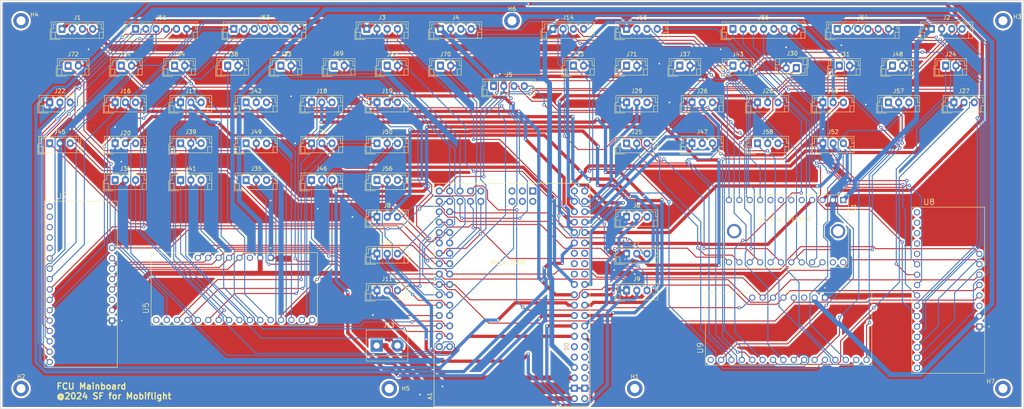
<source format=kicad_pcb>
(kicad_pcb (version 20221018) (generator pcbnew)
  (layers (0 "F.Cu" signal) (31 "B.Cu" signal) (34 "B.Paste" user) (35 "F.Paste" user) (36 "B.SilkS" user "B.Silkscreen") (37 "F.SilkS" user "F.Silkscreen") (38 "B.Mask" user) (39 "F.Mask" user) (44 "Edge.Cuts" user))
  (net 0 "")
  (net 1 "3.3V")
  (net 3 "5V")
  (net 6 "L_EFIS_BARO_LEFT")
  (net 7 "L_EFIS_BARO_RIGHT")
  (net 8 "SPD_LEFT")
  (net 9 "SPD_RIGHT")
  (net 10 "HDG_LEFT")
  (net 11 "HDG_RIGHT")
  (net 12 "ALT_LEFT")
  (net 13 "ALT_RIGHT")
  (net 14 "VSPEED_LEFT")
  (net 15 "VSPEED_RIGHT")
  (net 16 "R_EFIS_BARO_LEFT")
  (net 17 "R_EFIS_BARO_RIGHT")
  (net 18 "MP_S0")
  (net 19 "MP_S1")
  (net 20 "MP_S2")
  (net 21 "MP_S3")
  (net 25 "AP1_LED")
  (net 26 "AP2_LED")
  (net 27 "A{slash}THR_LED")
  (net 28 "APPR_LED")
  (net 29 "EXPED_LED")
  (net 30 "LOC_LED")
  (net 31 "L_EFIS_ARPT_LED")
  (net 32 "L_EFIS_CSTR_LED")
  (net 33 "L_EFIS_FD_LED")
  (net 34 "L_EFIS_LS_LED")
  (net 35 "L_EFIS_NDB_LED")
  (net 36 "L_EFIS_VORD_LED")
  (net 43 "SDA")
  (net 44 "SCL")
  (net 45 "L_EFIS_WPT_LED")
  (net 46 "R_EFIS_ARPT_LED")
  (net 47 "R_EFIS_CSTR_LED")
  (net 48 "R_EFIS_FD_LED")
  (net 49 "R_EFIS_LS_LED")
  (net 50 "R_EFIS_NDB_LED")
  (net 51 "R_EFIS_VORD_LED")
  (net 52 "R_EFIS_WPT_LED")
  (net 53 "ALT_PUSH")
  (net 54 "ALT_PULL")
  (net 55 "ALT_100")
  (net 56 "ALT_1000")
  (net 57 "HDG_PUSH")
  (net 58 "HDG_PULL")
  (net 59 "SPD_PUSH")
  (net 60 "SPD_PULL")
  (net 61 "VSPEED_PUSH")
  (net 62 "VSPEED_PULL")
  (net 63 "A{slash}THR_BTN")
  (net 64 "AP1_BTN")
  (net 65 "AP2_BTN")
  (net 66 "APPR_BTN")
  (net 67 "EXPED_BTN")
  (net 68 "LOC_BTN")
  (net 69 "HDG{slash}TRK_BTN")
  (net 70 "LVL_OFF_BTN")
  (net 71 "METRIC_ALT_BTN")
  (net 72 "SPD{slash}MACH_BTN")
  (net 73 "U9_MP_SIG")
  (net 74 "U8_MP_SIG")
  (net 75 "U7_MP_SIG")
  (net 76 "U5_MP_SIG")
  (net 77 "GND")
  (net 84 "+9V")
  (net 86 "/OLEDs/L_EFIS_SCL")
  (net 87 "/OLEDs/L_EFIS_SDA")
  (net 88 "/OLEDs/R_EFIS_SCL")
  (net 89 "/OLEDs/R_EFIS_SDA")
  (net 90 "/OLEDs/SPD_SCL")
  (net 91 "/OLEDs/SPD_SDA")
  (net 92 "/OLEDs/HDG_SCL")
  (net 93 "/OLEDs/HDG_SDA")
  (net 94 "/OLEDs/HDG{slash}TRK_SCL")
  (net 95 "/OLEDs/HDG{slash}TRK_SDA")
  (net 96 "/OLEDs/ALT_SCL")
  (net 97 "/OLEDs/ALT_SDA")
  (net 98 "/OLEDs/VSPEED_SCL")
  (net 99 "/OLEDs/VSPEED_SDA")
  (net 100 "/EFIS_LEFT/FD_BTN")
  (net 101 "/EFIS_LEFT/LS_BTN")
  (net 102 "/EFIS_LEFT/CSTR_BTN")
  (net 103 "/EFIS_LEFT/WPT_BTN")
  (net 104 "/EFIS_LEFT/VORD_BTN")
  (net 105 "/EFIS_LEFT/NDB_BTN")
  (net 106 "/EFIS_LEFT/ARPT_BTN")
  (net 107 "/EFIS_RIGHT/BARO_PULL")
  (net 108 "/EFIS_RIGHT/BARO_PUSH")
  (net 109 "/EFIS_RIGHT/BARO_hPa")
  (net 110 "/EFIS_RIGHT/BARO_inHg")
  (net 111 "/EFIS_RIGHT/FD_BTN")
  (net 112 "/EFIS_RIGHT/LS_BTN")
  (net 113 "/EFIS_RIGHT/CSTR_BTN")
  (net 114 "/EFIS_RIGHT/WPT_BTN")
  (net 115 "/EFIS_LEFT/BARO_PULL")
  (net 116 "/EFIS_LEFT/BARO_hPa")
  (net 117 "/EFIS_LEFT/BARO_inHg")
  (net 118 "/EFIS_RIGHT/VORD_BTN")
  (net 119 "/EFIS_LEFT/BARO_PUSH")
  (net 120 "/EFIS_RIGHT/NDB_BTN")
  (net 121 "/EFIS_LEFT/VOR 1")
  (net 122 "/EFIS_LEFT/ADF 1")
  (net 123 "/EFIS_LEFT/VOR 2")
  (net 124 "/EFIS_LEFT/ADF 2")
  (net 125 "/EFIS_LEFT/ILS")
  (net 126 "/EFIS_LEFT/VOR")
  (net 127 "/EFIS_LEFT/MAP")
  (net 128 "/EFIS_LEFT/ARC")
  (net 129 "/EFIS_LEFT/PLAN")
  (net 130 "/EFIS_RIGHT/ARPT_BTN")
  (net 131 "/EFIS_LEFT/R10")
  (net 132 "/EFIS_LEFT/R20")
  (net 133 "/EFIS_LEFT/R40")
  (net 134 "/EFIS_LEFT/R80")
  (net 135 "/EFIS_LEFT/R160")
  (net 136 "/EFIS_LEFT/R320")
  (net 137 "/EFIS_RIGHT/ILS")
  (net 138 "/EFIS_RIGHT/VOR")
  (net 139 "/EFIS_RIGHT/MAP")
  (net 140 "/EFIS_RIGHT/ARC")
  (net 141 "/EFIS_RIGHT/PLAN")
  (net 142 "/EFIS_RIGHT/R10")
  (net 143 "/EFIS_RIGHT/R20")
  (net 144 "/EFIS_RIGHT/R40")
  (net 145 "/EFIS_RIGHT/R80")
  (net 146 "/EFIS_RIGHT/R160")
  (net 147 "/EFIS_RIGHT/R320")
  (net 148 "/EFIS_RIGHT/VOR 1")
  (net 149 "/EFIS_RIGHT/ADF 1")
  (net 150 "/EFIS_RIGHT/VOR 2")
  (net 151 "/EFIS_RIGHT/ADF 2")
  (footprint "Connector_JST:JST_EH_B7B-EH-A_1x07_P2.50mm_Vertical" (layer "F.Cu") (at 199 27)
    (fp_text reference "J55")
    (fp_text value "L_EFIS_MAP_RANGE")
  )
  (footprint "Connector_JST:JST_EH_B3B-EH-A_1x03_P2.50mm_Vertical" (layer "F.Cu") (at 112 64)
    (fp_text reference "J56")
    (fp_text value "L_EFIS_BARO_ROT_ENC")
  )
  (footprint "Connector_JST:JST_EH_B3B-EH-A_1x03_P2.50mm_Vertical" (layer "F.Cu") (at 112 91)
    (fp_text reference "J11")
    (fp_text value "AP1")
  )
  (footprint "Connector_JST:JST_EH_B3B-EH-A_1x03_P2.50mm_Vertical" (layer "F.Cu") (at 80 55)
    (fp_text reference "J49")
    (fp_text value "R_EFIS_VOR/ADF_1_SWITCH")
  )
  (footprint "Connector_JST:JST_EH_B3B-EH-A_1x03_P2.50mm_Vertical" (layer "F.Cu") (at 237 45)
    (fp_text reference "J57")
    (fp_text value "L_EFIS_VOR/ADF_1_SWITCH")
  )
  (footprint "Connector_JST:JST_EH_B2B-EH-A_1x02_P2.50mm_Vertical" (layer "F.Cu") (at 186 36)
    (fp_text reference "J37")
    (fp_text value "HDG_PUSH_BTN")
  )
  (footprint "MountingHole:MountingHole_2.2mm_M2_DIN965_Pad_TopBottom" (layer "F.Cu") (at 265 25)
    (fp_text reference "H3")
    (fp_text value "MountingHole")
  )
  (footprint "Connector_JST:JST_EH_B2B-EH-A_1x02_P2.50mm_Vertical" (layer "F.Cu") (at 88.5 36)
    (fp_text reference "J33")
    (fp_text value "LVL_OFF BTN")
  )
  (footprint "MountingHole:MountingHole_2.2mm_M2_DIN965_Pad_TopBottom" (layer "F.Cu") (at 175 115)
    (fp_text reference "H1")
    (fp_text value "MountingHole")
  )
  (footprint "Connector_JST:JST_EH_B6B-EH-A_1x06_P2.50mm_Vertical" (layer "F.Cu") (at 224.5 27)
    (fp_text reference "J54")
    (fp_text value "L_EFIS_MAP_MODE")
  )
  (footprint "Connector_JST:JST_EH_B2B-EH-A_1x02_P2.50mm_Vertical" (layer "F.Cu") (at 36.5 36)
    (fp_text reference "J72")
    (fp_text value "VSPEED_PULL_BTN")
  )
  (footprint "Connector_JST:JST_EH_B3B-EH-A_1x03_P2.50mm_Vertical" (layer "F.Cu") (at 80 45)
    (fp_text reference "J42")
    (fp_text value "ALT_ROT_ENC")
  )
  (footprint "MountingHole:MountingHole_2.2mm_M2_DIN965_Pad_TopBottom" (layer "F.Cu") (at 265 115)
    (fp_text reference "H7")
    (fp_text value "MountingHole")
  )
  (footprint "Connector_JST:JST_EH_B3B-EH-A_1x03_P2.50mm_Vertical" (layer "F.Cu") (at 173 73)
    (fp_text reference "J6")
    (fp_text value "APPR")
  )
  (footprint "Connector_JST:JST_EH_B4B-EH-A_1x04_P2.50mm_Vertical" (layer "F.Cu") (at 155 27)
    (fp_text reference "J14")
    (fp_text value "ALT_OLED")
  )
  (footprint "Connector_JST:JST_EH_B3B-EH-A_1x03_P2.50mm_Vertical" (layer "F.Cu") (at 96 64)
    (fp_text reference "J46")
    (fp_text value "VSPEED_ROT_ENC")
  )
  (footprint "Connector_JST:JST_EH_B7B-EH-A_1x07_P2.50mm_Vertical" (layer "F.Cu") (at 77 27)
    (fp_text reference "J53")
    (fp_text value "R_EFIS_MAP_RANGE")
  )
  (footprint "MountingHole:MountingHole_2.2mm_M2_DIN965_Pad_TopBottom" (layer "F.Cu") (at 25 115)
    (fp_text reference "H2")
    (fp_text value "MountingHole")
  )
  (footprint "Connector_JST:JST_EH_B4B-EH-A_1x04_P2.50mm_Vertical" (layer "F.Cu") (at 35 27)
    (fp_text reference "J1")
    (fp_text value "R_EFIS_OLED")
  )
  (footprint "Connector_JST:JST_EH_B3B-EH-A_1x03_P2.50mm_Vertical" (layer "F.Cu") (at 189 55)
    (fp_text reference "J47")
    (fp_text value "L_EFIS_NDB")
  )
  (footprint "Connector_JST:JST_EH_B3B-EH-A_1x03_P2.50mm_Vertical" (layer "F.Cu") (at 80 64)
    (fp_text reference "J35")
    (fp_text value "HDG_ROT_ENC")
  )
  (footprint "Connector_JST:JST_EH_B2B-EH-A_1x02_P2.50mm_Vertical" (layer "F.Cu") (at 251 36)
    (fp_text reference "J24")
    (fp_text value "L_EFIS_BARO_PUSH_BTN")
  )
  (footprint "Connector_JST:JST_EH_B2B-EH-A_1x02_P2.50mm_Vertical" (layer "F.Cu") (at 62.5 36)
    (fp_text reference "J44")
    (fp_text value "R_EFIS_BARO_PUSH_BTN")
  )
  (footprint "Connector_JST:JST_EH_B3B-EH-A_1x03_P2.50mm_Vertical" (layer "F.Cu") (at 173 82)
    (fp_text reference "J7")
    (fp_text value "EXPED")
  )
  (footprint "AdaFruit:MODULE_BOB-09056" (layer "F.Cu") (at 39.62 89.49)
    (fp_text reference "U7")
    (fp_text value "Multiplexer CD74HC4067 Breakout")
  )
  (footprint "Connector_JST:JST_EH_B2B-EH-A_1x02_P2.50mm_Vertical" (layer "F.Cu") (at 114.5 36)
    (fp_text reference "J32")
    (fp_text value "METRIC_ALT BTN")
  )
  (footprint "Connector_JST:JST_EH_B4B-EH-A_1x04_P2.50mm_Vertical" (layer "F.Cu") (at 109.5 27)
    (fp_text reference "J3")
    (fp_text value "SPD_OLED")
  )
  (footprint "Connector_JST:JST_EH_B3B-EH-A_1x03_P2.50mm_Vertical" (layer "F.Cu") (at 112 73)
    (fp_text reference "J8")
    (fp_text value "LOC")
  )
  (footprint "Connector_JST:JST_EH_B2B-EH-A_1x02_P2.50mm_Vertical" (layer "F.Cu") (at 127.5 36)
    (fp_text reference "J70")
    (fp_text value "HDG_PULL_BTN")
  )
  (footprint "Connector_JST:JST_EH_B2B-EH-A_1x02_P2.50mm_Vertical" (layer "F.Cu") (at 49.5 36)
    (fp_text reference "J34")
    (fp_text value "SPD_PUSH_BTN")
  )
  (footprint "Connector_JST:JST_EH_B3B-EH-A_1x03_P2.50mm_Vertical" (layer "F.Cu") (at 64 55)
    (fp_text reference "J39")
    (fp_text value "R_EFIS_hPA_inHg")
  )
  (footprint "Connector_JST:JST_EH_B3B-EH-A_1x03_P2.50mm_Vertical" (layer "F.Cu") (at 96 55)
    (fp_text reference "J21")
    (fp_text value "R_EFIS_NDB")
  )
  (footprint "Connector_JST:JST_EH_B2B-EH-A_1x02_P2.50mm_Vertical" (layer "F.Cu") (at 225 36)
    (fp_text reference "J31")
    (fp_text value "HDG/TRK BTN")
  )
  (footprint "Connector_JST:JST_EH_B3B-EH-A_1x03_P2.50mm_Vertical" (layer "F.Cu") (at 112 82)
    (fp_text reference "J10")
    (fp_text value "AP2")
  )
  (footprint "MountingHole:MountingHole_2.2mm_M2_DIN965_Pad_TopBottom" (layer "F.Cu") (at 25 25)
    (fp_text reference "H4")
    (fp_text value "MountingHole")
  )
  (footprint "Connector_JST:JST_EH_B3B-EH-A_1x03_P2.50mm_Vertical" (layer "F.Cu") (at 64 45)
    (fp_text reference "J17")
    (fp_text value "R_EFIS_LS")
  )
  (footprint "AdaFruit:MODULE_BOB-09056" (layer "F.Cu") (at 212.61 100.38 90)
    (fp_text reference "U9")
    (fp_text value "Multiplexer CD74HC4067 Breakout")
  )
  (footprint "Connector_JST:JST_EH_B3B-EH-A_1x03_P2.50mm_Vertical" (layer "F.Cu") (at 96 45)
    (fp_text reference "J18")
    (fp_text value "R_EFIS_CSTR")
  )
  (footprint "Connector_JST:JST_EH_B6B-EH-A_1x06_P2.50mm_Vertical" (layer "F.Cu") (at 53 27)
    (fp_text reference "J51")
    (fp_text value "R_EFIS_MAP_MODE")
  )
  (footprint "Connector_JST:JST_EH_B3B-EH-A_1x03_P2.50mm_Vertical" (layer "F.Cu") (at 32 45)
    (fp_text reference "J22")
    (fp_text value "R_EFIS_ARPT")
  )
  (footprint "Connector_JST:JST_EH_B2B-EH-A_1x02_P2.50mm_Vertical" (layer "F.Cu") (at 75.5 36)
    (fp_text reference "J38")
    (fp_text value "R_EFIS_BARO_PULL_BTN")
  )
  (footprint "Connector_JST:JST_EH_B2B-EH-A_1x02_P2.50mm_Vertical" (layer "F.Cu") (at 101.5 36)
    (fp_text reference "J69")
    (fp_text value "SPD_PULL_BTN")
  )
  (footprint "Connector_JST:JST_EH_B3B-EH-A_1x03_P2.50mm_Vertical" (layer "F.Cu") (at 173 55)
    (fp_text reference "J25")
    (fp_text value "L_EFIS_hPA_inHg")
  )
  (footprint "Connector_JST:JST_EH_B3B-EH-A_1x03_P2.50mm_Vertical" (layer "F.Cu") (at 112 45)
    (fp_text reference "J19")
    (fp_text value "R_EFIS_WPT")
  )
  (footprint "MountingHole:MountingHole_2.2mm_M2_DIN965_Pad_TopBottom" (layer "F.Cu") (at 115 115)
    (fp_text reference "H5")
    (fp_text value "MountingHole")
  )
  (footprint "Connector_JST:JST_EH_B3B-EH-A_1x03_P2.50mm_Vertical" (layer "F.Cu") (at 205 55)
    (fp_text reference "J58")
    (fp_text value "L_EFIS_VOR/ADF_2_SWITCH")
  )
  (footprint "Connector_JST:JST_EH_B4B-EH-A_1x04_P2.50mm_Vertical" (layer "F.Cu") (at 173 27)
    (fp_text reference "J15")
    (fp_text value "VSPEED_OLED")
  )
  (footprint "Connector_JST:JST_EH_B3B-EH-A_1x03_P2.50mm_Vertical" (layer "F.Cu") (at 48 45)
    (fp_text reference "J16")
    (fp_text value "R_EFIS_FD")
  )
  (footprint "Connector_JST:JST_EH_B2B-EH-A_1x02_P2.50mm_Vertical" (layer "F.Cu") (at 214.5 36.6 180)
    (fp_text reference "J30")
    (fp_text value "SPD/MACH BTN")
  )
  (footprint "AdaFruit:MODULE_2717" (layer "F.Cu") (at 212 76.5 -90)
    (fp_text reference "U1")
    (fp_text value "Adafruit TCA4598A")
  )
  (footprint "Connector_JST:JST_EH_B3B-EH-A_1x03_P2.50mm_Vertical" (layer "F.Cu") (at 221 45)
    (fp_text reference "J40")
    (fp_text value "L_EFIS_VORD")
  )
  (footprint "TerminalBlock:TerminalBlock_bornier-2_P5.08mm" (layer "F.Cu") (at 111.92 104.5)
    (fp_text reference "J13")
    (fp_text value "PWR_IN")
  )
  (footprint "Connector_JST:JST_EH_B3B-EH-A_1x03_P2.50mm_Vertical" (layer "F.Cu") (at 32 55)
    (fp_text reference "J45")
    (fp_text value "ALT_100_1000")
  )
  (footprint "Connector_JST:JST_EH_B3B-EH-A_1x03_P2.50mm_Vertical" (layer "F.Cu") (at 205 45)
    (fp_text reference "J28")
    (fp_text value "L_EFIS_CSTR")
  )
  (footprint "Connector_JST:JST_EH_B2B-EH-A_1x02_P2.50mm_Vertical" (layer "F.Cu") (at 160 36)
    (fp_text reference "J23")
    (fp_text value "L_EFIS_BARO_PULL_BTN")
  )
  (footprint "Connector_JST:JST_EH_B3B-EH-A_1x03_P2.50mm_Vertical" (layer "F.Cu") (at 64 64)
    (fp_text reference "J41")
    (fp_text value "SPD_ROT_ENC")
  )
  (footprint "AdaFruit:MODULE_BOB-09056" (layer "F.Cu") (at 77.11 90.62 90)
    (fp_text reference "U5")
    (fp_text value "Multiplexer CD74HC4067 Breakout")
  )
  (footprint "AdaFruit:MODULE_BOB-09056" (layer "F.Cu") (at 251.62 90.95)
    (fp_text reference "U8")
    (fp_text value "Multiplexer CD74HC4067 Breakout")
  )
  (footprint "Connector_JST:JST_EH_B4B-EH-A_1x04_P2.50mm_Vertical" (layer "F.Cu") (at 247.5 27)
    (fp_text reference "J2")
    (fp_text value "L_EFIS_OLED")
  )
  (footprint "Connector_JST:JST_EH_B3B-EH-A_1x03_P2.50mm_Vertical" (layer "F.Cu") (at 48 64)
    (fp_text reference "J36")
    (fp_text value "R_EFIS_BARO_ROT_ENC")
  )
  (footprint "Connector_JST:JST_EH_B3B-EH-A_1x03_P2.50mm_Vertical" (layer "F.Cu") (at 173 45)
    (fp_text reference "J29")
    (fp_text value "L_EFIS_WPT")
  )
  (footprint "Connector_JST:JST_EH_B4B-EH-A_1x04_P2.50mm_Vertical" (layer "F.Cu") (at 127.5 27)
    (fp_text reference "J4")
    (fp_text value "HDG_OLED")
  )
  (footprint "Connector_JST:JST_EH_B3B-EH-A_1x03_P2.50mm_Vertical" (layer "F.Cu") (at 253 45)
    (fp_text reference "J27")
    (fp_text value "L_EFIS_LS")
  )
  (footprint "Connector_JST:JST_EH_B2B-EH-A_1x02_P2.50mm_Vertical" (layer "F.Cu") (at 238 36)
    (fp_text reference "J48")
    (fp_text value "VSPEED_PUSH_BTN")
  )
  (footprint "Connector_JST:JST_EH_B3B-EH-A_1x03_P2.50mm_Vertical" (layer "F.Cu") (at 48 55)
    (fp_text reference "J20")
    (fp_text value "R_EFIS_VORD")
  )
  (footprint "Connector_JST:JST_EH_B2B-EH-A_1x02_P2.50mm_Vertical" (layer "F.Cu") (at 173 36)
    (fp_text reference "J71")
    (fp_text value "ALT_PULL_BTN")
  )
  (footprint "Connector_JST:JST_EH_B2B-EH-A_1x02_P2.50mm_Vertical" (layer "F.Cu") (at 199 36)
    (fp_text reference "J43")
    (fp_text value "ALT_PUSH_BTN")
  )
  (footprint "Connector_JST:JST_EH_B4B-EH-A_1x04_P2.50mm_Vertical" (layer "F.Cu") (at 140.5 41)
    (fp_text reference "J5")
    (fp_text value "HDG_TRK_OLED")
  )
  (footprint "Connector_JST:JST_EH_B3B-EH-A_1x03_P2.50mm_Vertical" (layer "F.Cu") (at 221 55)
    (fp_text reference "J52")
    (fp_text value "L_EFIS_ARPT")
  )
  (footprint "MountingHole:MountingHole_2.2mm_M2_DIN965_Pad_TopBottom" (layer "F.Cu") (at 145 25)
    (fp_text reference "H6")
    (fp_text value "MountingHole")
  )
  (footprint "PCM_arduino-library:Clone_Mega2560_Pro_Socket" (layer "F.Cu") (at 125.95 119.379 90)
    (fp_text reference "A1")
    (fp_text value "Clone_Mega2560_Pro_Socket")
  )
  (footprint "Connector_JST:JST_EH_B3B-EH-A_1x03_P2.50mm_Vertical" (layer "F.Cu") (at 173 91)
    (fp_text reference "J9")
    (fp_text value "A/THR")
  )
  (footprint "Connector_JST:JST_EH_B3B-EH-A_1x03_P2.50mm_Vertical" (layer "F.Cu") (at 189 45)
    (fp_text reference "J26")
    (fp_text value "L_EFIS_FD")
  )
  (footprint "Connector_JST:JST_EH_B3B-EH-A_1x03_P2.50mm_Vertical" (layer "F.Cu") (at 112 55)
    (fp_text reference "J50")
    (fp_text value "R_EFIS_VOR/ADF_2_SWITCH")
  )
  (gr_rect (start 20 20) (end 270 120) (stroke (width 0.15)) (fill none) (layer "Edge.Cuts"))
  (gr_text "FCU Mainboard\n@2024 SF for Mobiflight" (at 33.5 117.75) (layer "F.SilkS") (effects (font (size 1.5 1.5) (thickness 0.3) bold) (justify left bottom)))
  (gr_text "Mega 2560" (at 144 84.75) (layer "F.SilkS") (effects (font (size 1 1)) (justify bottom)))
  (gr_text "I2C MULTIPLEXER" (at 211.5 74.25) (layer "F.SilkS") (effects (font (size 1 1)) (justify bottom)))
  (segment (start 111.2769 25.2231) (end 109.5 27) (width 1.2) (layer "F.Cu") (net 1))
  (segment (start 125.7231 25.2231) (end 111.2769 25.2231) (width 1.2) (layer "F.Cu") (net 1))
  (segment (start 109.5 27) (end 107.7123 25.2123) (width 1.2) (layer "F.Cu") (net 1))
  (segment (start 173 27) (end 174.8068 25.1932) (width 1.2) (layer "F.Cu") (net 1))
  (segment (start 36.7877 25.2123) (end 35 27) (width 1.2) (layer "F.Cu") (net 1))
  (segment (start 171.2231 25.2231) (end 173 27) (width 1.2) (layer "F.Cu") (net 1))
  (segment (start 245.6932 25.1932) (end 247.5 27) (width 1.2) (layer "F.Cu") (net 1))
  (segment (start 156.7769 25.2231) (end 171.2231 25.2231) (width 1.2) (layer "F.Cu") (net 1))
  (segment (start 127.5 27) (end 125.7231 25.2231) (width 1.2) (layer "F.Cu") (net 1))
  (segment (start 174.8068 25.1932) (end 245.6932 25.1932) (width 1.2) (layer "F.Cu") (net 1))
  (segment (start 155 27) (end 156.7769 25.2231) (width 1.2) (layer "F.Cu") (net 1))
  (segment (start 107.7123 25.2123) (end 36.7877 25.2123) (width 1.2) (layer "F.Cu") (net 1))
  (segment (start 153.0305 39.2056) (end 141.2034 39.2056) (width 1.2) (layer "B.Cu") (net 1))
  (segment (start 243.8871 49.064) (end 228.850002 64.101098) (width 1.2) (layer "B.Cu") (net 1))
  (segment (start 154.7094 88.0056) (end 154.1778 87.474) (width 1.2) (layer "B.Cu") (net 1))
  (segment (start 228.850002 64.101098) (end 228.850002 65.999998) (width 1.2) (layer "B.Cu") (net 1))
  (segment (start 247.5 27) (end 243.8871 30.6129) (width 1.2) (layer "B.Cu") (net 1))
  (segment (start 155 27) (end 153.0305 28.9695) (width 1.2) (layer "B.Cu") (net 1))
  (segment (start 140.5 41) (end 140.5 39.909) (width 1.2) (layer "B.Cu") (net 1))
  (segment (start 140.5 39.909) (end 140.409 39.909) (width 1.2) (layer "B.Cu") (net 1))
  (segment (start 154.7094 104.3234) (end 154.7094 88.0056) (width 1.2) (layer "B.Cu") (net 1))
  (segment (start 141.2034 39.2056) (end 140.5 39.909) (width 1.2) (layer "B.Cu") (net 1))
  (segment (start 154.1778 40.3529) (end 153.0305 39.2056) (width 1.2) (layer "B.Cu") (net 1))
  (segment (start 154.1778 87.474) (end 154.1778 40.3529) (width 1.2) (layer "B.Cu") (net 1))
  (segment (start 153.0305 28.9695) (end 153.0305 39.2056) (width 1.2) (layer "B.Cu") (net 1))
  (segment (start 160.24 109.854) (end 154.7094 104.3234) (width 1.2) (layer "B.Cu") (net 1))
  (segment (start 140.409 39.909) (end 127.5 27) (width 1.2) (layer "B.Cu") (net 1))
  (segment (start 228.850002 65.999998) (end 225.97 68.88) (width 1.2) (layer "B.Cu") (net 1))
  (segment (start 243.8871 30.6129) (end 243.8871 49.064) (width 1.2) (layer "B.Cu") (net 1))
  (segment (start 83.46 86.81) (end 103.3051 86.81) (width 1.2) (layer "F.Cu") (net 3))
  (segment (start 47.24 95.84) (end 56.27 86.81) (width 1.2) (layer "F.Cu") (net 3))
  (segment (start 160.24 112.394) (end 158.5745 112.394) (width 1.2) (layer "F.Cu") (net 3))
  (segment (start 103.3051 86.81) (end 128.8891 112.394) (width 1.2) (layer "F.Cu") (net 3))
  (segment (start 128.8891 112.394) (end 158.5745 112.394) (width 1.2) (layer "F.Cu") (net 3))
  (segment (start 83.46 83) (end 83.46 86.81) (width 1.2) (layer "F.Cu") (net 3))
  (segment (start 56.27 86.81) (end 83.46 86.81) (width 1.2) (layer "F.Cu") (net 3))
  (segment (start 262.2996 94.2404) (end 259.24 97.3) (width 1.2) (layer "B.Cu") (net 3))
  (segment (start 254.2215 22.2801) (end 262.2996 30.3582) (width 1.2) (layer "B.Cu") (net 3))
  (segment (start 244.828 111.588) (end 259.116 97.3) (width 1.2) (layer "B.Cu") (net 3))
  (segment (start 99.3222 22.2801) (end 254.2215 22.2801) (width 1.2) (layer "B.Cu") (net 3))
  (segment (start 218.96 92.76) (end 218.96 93.4924) (width 1.2) (layer "B.Cu") (net 3))
  (segment (start 78.298 69.0384) (end 78.298 43.3043) (width 1.2) (layer "B.Cu") (net 3))
  (segment (start 262.2996 30.3582) (end 262.2996 94.2404) (width 1.2) (layer "B.Cu") (net 3))
  (segment (start 259.116 97.3) (end 259.24 97.3) (width 1.2) (layer "B.Cu") (net 3))
  (segment (start 225.08 99.1934) (end 237.4746 111.588) (width 1.2) (layer "B.Cu") (net 3))
  (segment (start 83.46 74.2004) (end 78.298 69.0384) (width 1.2) (layer "B.Cu") (net 3))
  (segment (start 83.46 83) (end 83.46 74.2004) (width 1.2) (layer "B.Cu") (net 3))
  (segment (start 224.661 99.1934) (end 225.08 99.1934) (width 1.2) (layer "B.Cu") (net 3))
  (segment (start 78.298 43.3043) (end 99.3222 22.2801) (width 1.2) (layer "B.Cu") (net 3))
  (segment (start 237.4746 111.588) (end 244.828 111.588) (width 1.2) (layer "B.Cu") (net 3))
  (segment (start 218.96 93.4924) (end 224.661 99.1934) (width 1.2) (layer "B.Cu") (net 3))
  (segment (start 113.9604 75.8143) (end 113.3071 75.161) (width 0.25) (layer "B.Cu") (net 6))
  (segment (start 127.22 92.074) (end 123.5585 92.074) (width 0.25) (layer "B.Cu") (net 6))
  (segment (start 113.3071 65.3071) (end 112 64) (width 0.25) (layer "B.Cu") (net 6))
  (segment (start 123.5585 92.074) (end 115.75 84.2655) (width 0.25) (layer "B.Cu") (net 6))
  (segment (start 115.75 79.6382) (end 113.9604 77.8486) (width 0.25) (layer "B.Cu") (net 6))
  (segment (start 115.75 84.2655) (end 115.75 79.6382) (width 0.25) (layer "B.Cu") (net 6))
  (segment (start 113.9604 77.8486) (end 113.9604 75.8143) (width 0.25) (layer "B.Cu") (net 6))
  (segment (start 113.3071 75.161) (end 113.3071 65.3071) (width 0.25) (layer "B.Cu") (net 6))
  (segment (start 124.1485 64) (end 125.3642 65.2157) (width 0.25) (layer "F.Cu") (net 7))
  (segment (start 121.6779 75.1369) (end 124.8213 78.2803) (width 0.25) (layer "F.Cu") (net 7))
  (segment (start 117 64) (end 124.1485 64) (width 0.25) (layer "F.Cu") (net 7))
  (segment (start 125.3642 65.2157) (end 125.3642 66.9377) (width 0.25) (layer "F.Cu") (net 7))
  (segment (start 125.3642 66.9377) (end 121.6779 70.624) (width 0.25) (layer "F.Cu") (net 7))
  (segment (start 121.6779 70.624) (end 121.6779 75.1369) (width 0.25) (layer "F.Cu") (net 7))
  (via (at 124.8213 78.2803) (size 0.8) (drill 0.4) (layers "F.Cu" "B.Cu") (net 7))
  (segment (start 127.7511 90.8835) (end 126.8633 90.8835) (width 0.25) (layer "B.Cu") (net 7))
  (segment (start 123.1786 87.1988) (end 123.1786 79.923) (width 0.25) (layer "B.Cu") (net 7))
  (segment (start 126.8633 90.8835) (end 123.1786 87.1988) (width 0.25) (layer "B.Cu") (net 7))
  (segment (start 129.76 92.074) (end 128.5695 92.074) (width 0.25) (layer "B.Cu") (net 7))
  (segment (start 128.5695 92.074) (end 128.5695 91.7019) (width 0.25) (layer "B.Cu") (net 7))
  (segment (start 123.1786 79.923) (end 124.8213 78.2803) (width 0.25) (layer "B.Cu") (net 7))
  (segment (start 128.5695 91.7019) (end 127.7511 90.8835) (width 0.25) (layer "B.Cu") (net 7))
  (segment (start 121.0481 105.9644) (end 117.7568 102.6731) (width 0.25) (layer "B.Cu") (net 8))
  (segment (start 117.7568 102.6731) (end 83.7832 102.6731) (width 0.25) (layer "B.Cu") (net 8))
  (segment (start 126.8479 103.4245) (end 126.0295 104.2429) (width 0.25) (layer "B.Cu") (net 8))
  (segment (start 125.5757 105.9644) (end 121.0481 105.9644) (width 0.25) (layer "B.Cu") (net 8))
  (segment (start 126.0295 105.5106) (end 125.5757 105.9644) (width 0.25) (layer "B.Cu") (net 8))
  (segment (start 126.0295 104.2429) (end 126.0295 105.5106) (width 0.25) (layer "B.Cu") (net 8))
  (segment (start 127.22 102.234) (end 127.22 103.4245) (width 0.25) (layer "B.Cu") (net 8))
  (segment (start 127.22 103.4245) (end 126.8479 103.4245) (width 0.25) (layer "B.Cu") (net 8))
  (segment (start 64 81.9569) (end 64 64) (width 0.25) (layer "B.Cu") (net 8))
  (segment (start 79.4719 97.4288) (end 64 81.9569) (width 0.25) (layer "B.Cu") (net 8))
  (segment (start 83.7832 102.6731) (end 79.4719 98.3618) (width 0.25) (layer "B.Cu") (net 8))
  (segment (start 79.4719 98.3618) (end 79.4719 97.4288) (width 0.25) (layer "B.Cu") (net 8))
  (segment (start 129.76 102.234) (end 128.5695 102.234) (width 0.25) (layer "F.Cu") (net 9))
  (segment (start 128.5695 101.8619) (end 127.7511 101.0435) (width 0.25) (layer "F.Cu") (net 9))
  (segment (start 128.5695 102.234) (end 128.5695 101.8619) (width 0.25) (layer "F.Cu") (net 9))
  (segment (start 119.33 101.0435) (end 118.682 100.3955) (width 0.25) (layer "F.Cu") (net 9))
  (segment (start 127.7511 101.0435) (end 119.33 101.0435) (width 0.25) (layer "F.Cu") (net 9))
  (via (at 118.682 100.3955) (size 0.8) (drill 0.4) (layers "F.Cu" "B.Cu") (net 9))
  (segment (start 74.5245 90.2352) (end 82.0119 97.7226) (width 0.25) (layer "B.Cu") (net 9))
  (segment (start 69 64) (end 69 76.3851) (width 0.25) (layer "B.Cu") (net 9))
  (segment (start 84.0616 100.3955) (end 118.682 100.3955) (width 0.25) (layer "B.Cu") (net 9))
  (segment (start 74.5245 81.9096) (end 74.5245 90.2352) (width 0.25) (layer "B.Cu") (net 9))
  (segment (start 82.0119 98.3458) (end 84.0616 100.3955) (width 0.25) (layer "B.Cu") (net 9))
  (segment (start 82.0119 97.7226) (end 82.0119 98.3458) (width 0.25) (layer "B.Cu") (net 9))
  (segment (start 69 76.3851) (end 74.5245 81.9096) (width 0.25) (layer "B.Cu") (net 9))
  (segment (start 102.3958 84.5899) (end 117.4745 99.6686) (width 0.25) (layer "F.Cu") (net 10))
  (segment (start 127.22 99.694) (end 126.0295 99.694) (width 0.25) (layer "F.Cu") (net 10))
  (segment (start 117.4745 99.6686) (end 126.0041 99.6686) (width 0.25) (layer "F.Cu") (net 10))
  (segment (start 85.6025 84.5899) (end 102.3958 84.5899) (width 0.25) (layer "F.Cu") (net 10))
  (segment (start 126.0041 99.6686) (end 126.0295 99.694) (width 0.25) (layer "F.Cu") (net 10))
  (via (at 85.6025 84.5899) (size 0.8) (drill 0.4) (layers "F.Cu" "B.Cu") (net 10))
  (segment (start 84.8894 68.8894) (end 84.8894 83.9634) (width 0.25) (layer "B.Cu") (net 10))
  (segment (start 80 64) (end 84.8894 68.8894) (width 0.25) (layer "B.Cu") (net 10))
  (segment (start 84.8894 83.9634) (end 85.5159 84.5899) (width 0.25) (layer "B.Cu") (net 10))
  (segment (start 85.5159 84.5899) (end 85.6025 84.5899) (width 0.25) (layer "B.Cu") (net 10))
  (segment (start 128.5695 99.694) (end 128.5695 99.322) (width 0.25) (layer "F.Cu") (net 11))
  (segment (start 120.7524 98.4916) (end 120.5496 98.6944) (width 0.25) (layer "F.Cu") (net 11))
  (segment (start 129.76 99.694) (end 128.5695 99.694) (width 0.25) (layer "F.Cu") (net 11))
  (segment (start 127.7391 98.4916) (end 120.7524 98.4916) (width 0.25) (layer "F.Cu") (net 11))
  (segment (start 128.5695 99.322) (end 127.7391 98.4916) (width 0.25) (layer "F.Cu") (net 11))
  (via (at 120.5496 98.6944) (size 0.8) (drill 0.4) (layers "F.Cu" "B.Cu") (net 11))
  (segment (start 88.5454 99.797) (end 107.8858 99.797) (width 0.25) (layer "B.Cu") (net 11))
  (segment (start 87.27 98.5216) (end 88.5454 99.797) (width 0.25) (layer "B.Cu") (net 11))
  (segment (start 85 64) (end 86.1769 64) (width 0.25) (layer "B.Cu") (net 11))
  (segment (start 86.1769 64) (end 87.27 65.0931) (width 0.25) (layer "B.Cu") (net 11))
  (segment (start 87.27 65.0931) (end 87.27 98.5216) (width 0.25) (layer "B.Cu") (net 11))
  (segment (start 108.9884 98.6944) (end 120.5496 98.6944) (width 0.25) (layer "B.Cu") (net 11))
  (segment (start 107.8858 99.797) (end 108.9884 98.6944) (width 0.25) (layer "B.Cu") (net 11))
  (segment (start 102.6216 83.8737) (end 92.6627 83.8737) (width 0.25) (layer "F.Cu") (net 12))
  (segment (start 115.9019 97.154) (end 102.6216 83.8737) (width 0.25) (layer "F.Cu") (net 12))
  (segment (start 127.22 97.154) (end 115.9019 97.154) (width 0.25) (layer "F.Cu") (net 12))
  (segment (start 92.6627 83.8737) (end 92.0024 83.2134) (width 0.25) (layer "F.Cu") (net 12))
  (via (at 92.0024 83.2134) (size 0.8) (drill 0.4) (layers "F.Cu" "B.Cu") (net 12))
  (segment (start 92.0024 57.0024) (end 80 45) (width 0.25) (layer "B.Cu") (net 12))
  (segment (start 92.0024 83.2134) (end 92.0024 57.0024) (width 0.25) (layer "B.Cu") (net 12))
  (segment (start 87.4798 46.3029) (end 141.9865 46.3029) (width 0.25) (layer "F.Cu") (net 13))
  (segment (start 141.9865 46.3029) (end 142.4924 45.797) (width 0.25) (layer "F.Cu") (net 13))
  (segment (start 86.1769 45) (end 87.4798 46.3029) (width 0.25) (layer "F.Cu") (net 13))
  (segment (start 85 45) (end 86.1769 45) (width 0.25) (layer "F.Cu") (net 13))
  (via (at 142.4924 45.797) (size 0.8) (drill 0.4) (layers "F.Cu" "B.Cu") (net 13))
  (segment (start 145.3752 80.7182) (end 130.1299 95.9635) (width 0.25) (layer "B.Cu") (net 13))
  (segment (start 129.76 97.154) (end 129.76 95.9635) (width 0.25) (layer "B.Cu") (net 13))
  (segment (start 142.4924 45.797) (end 142.4924 46.0475) (width 0.25) (layer "B.Cu") (net 13))
  (segment (start 145.3752 70.7881) (end 145.3752 80.7182) (width 0.25) (layer "B.Cu") (net 13))
  (segment (start 142.4924 46.0475) (end 146.1905 49.7456) (width 0.25) (layer "B.Cu") (net 13))
  (segment (start 130.1299 95.9635) (end 129.76 95.9635) (width 0.25) (layer "B.Cu") (net 13))
  (segment (start 146.1905 49.7456) (end 146.1905 69.9728) (width 0.25) (layer "B.Cu") (net 13))
  (segment (start 146.1905 69.9728) (end 145.3752 70.7881) (width 0.25) (layer "B.Cu") (net 13))
  (segment (start 127.22 94.614) (end 118.7926 94.614) (width 0.25) (layer "F.Cu") (net 14))
  (segment (start 102.2513 82.5639) (end 100.221 82.5639) (width 0.25) (layer "F.Cu") (net 14))
  (segment (start 115.0399 89.6908) (end 109.3782 89.6908) (width 0.25) (layer "F.Cu") (net 14))
  (segment (start 115.75 90.4009) (end 115.0399 89.6908) (width 0.25) (layer "F.Cu") (net 14))
  (segment (start 109.3782 89.6908) (end 102.2513 82.5639) (width 0.25) (layer "F.Cu") (net 14))
  (segment (start 118.7926 94.614) (end 115.75 91.5714) (width 0.25) (layer "F.Cu") (net 14))
  (segment (start 115.75 91.5714) (end 115.75 90.4009) (width 0.25) (layer "F.Cu") (net 14))
  (via (at 100.221 82.5639) (size 0.8) (drill 0.4) (layers "F.Cu" "B.Cu") (net 14))
  (segment (start 96 78.3429) (end 96 64) (width 0.25) (layer "B.Cu") (net 14))
  (segment (start 100.221 82.5639) (end 96 78.3429) (width 0.25) (layer "B.Cu") (net 14))
  (segment (start 128.5695 94.614) (end 128.5695 94.2419) (width 0.25) (layer "F.Cu") (net 15))
  (segment (start 127.7511 93.4235) (end 122.1404 93.4235) (width 0.25) (layer "F.Cu") (net 15))
  (segment (start 122.1404 93.4235) (end 120.7309 92.014) (width 0.25) (layer "F.Cu") (net 15))
  (segment (start 129.76 94.614) (end 128.5695 94.614) (width 0.25) (layer "F.Cu") (net 15))
  (segment (start 128.5695 94.2419) (end 127.7511 93.4235) (width 0.25) (layer "F.Cu") (net 15))
  (via (at 120.7309 92.014) (size 0.8) (drill 0.4) (layers "F.Cu" "B.Cu") (net 15))
  (segment (start 101.6951 65.3019) (end 101 65.3019) (width 0.25) (layer "B.Cu") (net 15))
  (segment (start 101 64) (end 101 65.3019) (width 0.25) (layer "B.Cu") (net 15))
  (segment (start 113.3071 76.9139) (end 101.6951 65.3019) (width 0.25) (layer "B.Cu") (net 15))
  (segment (start 113.3071 84.5902) (end 113.3071 76.9139) (width 0.25) (layer "B.Cu") (net 15))
  (segment (start 120.7309 92.014) (end 113.3071 84.5902) (width 0.25) (layer "B.Cu") (net 15))
  (segment (start 130.2625 103.5692) (end 128.4248 103.5692) (width 0.25) (layer "B.Cu") (net 16))
  (segment (start 66.7719 97.6899) (end 66.7719 98.404) (width 0.25) (layer "B.Cu") (net 16))
  (segment (start 129.3967 106.884) (end 130.9505 105.3302) (width 0.25) (layer "B.Cu") (net 16))
  (segment (start 48 78.918) (end 66.7719 97.6899) (width 0.25) (layer "B.Cu") (net 16))
  (segment (start 128.4248 103.5692) (end 127.22 104.774) (width 0.25) (layer "B.Cu") (net 16))
  (segment (start 130.9505 105.3302) (end 130.9505 104.2572) (width 0.25) (layer "B.Cu") (net 16))
  (segment (start 130.9505 104.2572) (end 130.2625 103.5692) (width 0.25) (layer "B.Cu") (net 16))
  (segment (start 48 64) (end 48 78.918) (width 0.25) (layer "B.Cu") (net 16))
  (segment (start 66.7719 98.404) (end 75.2519 106.884) (width 0.25) (layer "B.Cu") (net 16))
  (segment (start 75.2519 106.884) (end 129.3967 106.884) (width 0.25) (layer "B.Cu") (net 16))
  (segment (start 82.4708 106.4242) (end 74.3919 98.3453) (width 0.25) (layer "B.Cu") (net 17))
  (segment (start 74.3919 97.4288) (end 53 76.0369) (width 0.25) (layer "B.Cu") (net 17))
  (segment (start 53 76.0369) (end 53 64) (width 0.25) (layer "B.Cu") (net 17))
  (segment (start 128.5695 105.146) (end 127.2913 106.4242) (width 0.25) (layer "B.Cu") (net 17))
  (segment (start 128.5695 104.774) (end 128.5695 105.146) (width 0.25) (layer "B.Cu") (net 17))
  (segment (start 129.76 104.774) (end 128.5695 104.774) (width 0.25) (layer "B.Cu") (net 17))
  (segment (start 74.3919 98.3453) (end 74.3919 97.4288) (width 0.25) (layer "B.Cu") (net 17))
  (segment (start 127.2913 106.4242) (end 82.4708 106.4242) (width 0.25) (layer "B.Cu") (net 17))
  (segment (start 232.3539 93.3594) (end 231.855 93.8583) (width 0.25) (layer "F.Cu") (net 18))
  (segment (start 152.686 98.4671) (end 209.2712 98.4671) (width 0.25) (layer "F.Cu") (net 18))
  (segment (start 128.4105 89.534) (end 128.4105 89.904) (width 0.25) (layer "F.Cu") (net 18))
  (segment (start 79.543 81.837) (end 78.38 83) (width 0.25) (layer "F.Cu") (net 18))
  (segment (start 259.24 92.22) (end 258.1006 93.3594) (width 0.25) (layer "F.Cu") (net 18))
  (segment (start 127.8153 89.534) (end 127.22 89.534) (width 0.25) (layer "F.Cu") (net 18))
  (segment (start 52.1332 85.8668) (end 47.24 90.76) (width 0.25) (layer "F.Cu") (net 18))
  (segment (start 127.8153 89.534) (end 128.4105 89.534) (width 0.25) (layer "F.Cu") (net 18))
  (segment (start 209.2712 98.4671) (end 213.88 93.8583) (width 0.25) (layer "F.Cu") (net 18))
  (segment (start 129.3106 90.8041) (end 131.0988 90.8041) (width 0.25) (layer "F.Cu") (net 18))
  (segment (start 128.4105 89.904) (end 129.3106 90.8041) (width 0.25) (layer "F.Cu") (net 18))
  (segment (start 126.0295 89.534) (end 125.5986 89.1031) (width 0.25) (layer "F.Cu") (net 18))
  (segment (start 231.855 93.8583) (end 213.88 93.8583) (width 0.25) (layer "F.Cu") (net 18))
  (segment (start 213.88 92.76) (end 213.88 93.8583) (width 0.25) (layer "F.Cu") (net 18))
  (segment (start 78.38 83) (end 75.5132 85.8668) (width 0.25) (layer "F.Cu") (net 18))
  (segment (start 109.4986 89.1031) (end 102.2325 81.837) (width 0.25) (layer "F.Cu") (net 18))
  (segment (start 125.5986 89.1031) (end 109.4986 89.1031) (width 0.25) (layer "F.Cu") (net 18))
  (segment (start 75.5132 85.8668) (end 52.1332 85.8668) (width 0.25) (layer "F.Cu") (net 18))
  (segment (start 258.1006 93.3594) (end 232.3539 93.3594) (width 0.25) (layer "F.Cu") (net 18))
  (segment (start 127.22 89.534) (end 126.0295 89.534) (width 0.25) (layer "F.Cu") (net 18))
  (segment (start 139.3046 99.0099) (end 152.1432 99.0099) (width 0.25) (layer "F.Cu") (net 18))
  (segment (start 131.0988 90.8041) (end 139.3046 99.0099) (width 0.25) (layer "F.Cu") (net 18))
  (segment (start 102.2325 81.837) (end 79.543 81.837) (width 0.25) (layer "F.Cu") (net 18))
  (segment (start 152.1432 99.0099) (end 152.686 98.4671) (width 0.25) (layer "F.Cu") (net 18))
  (segment (start 166.9147 90.7831) (end 168.009 89.6888) (width 0.25) (layer "F.Cu") (net 19))
  (segment (start 197.8873 89.6888) (end 202.5907 94.3922) (width 0.25) (layer "F.Cu") (net 19))
  (segment (start 259.24 89.68) (end 257.8801 91.0399) (width 0.25) (layer "F.Cu") (net 19))
  (segment (start 50.0626 85.3974) (end 47.24 88.22) (width 0.25) (layer "F.Cu") (net 19))
  (segment (start 202.5907 94.3922) (end 209.7078 94.3922) (width 0.25) (layer "F.Cu") (net 19))
  (segment (start 168.009 89.6888) (end 197.8873 89.6888) (width 0.25) (layer "F.Cu") (net 19))
  (segment (start 134.705 93.2885) (end 160.7287 93.2885) (width 0.25) (layer "F.Cu") (net 19))
  (segment (start 129.76 89.534) (end 130.9505 89.534) (width 0.25) (layer "F.Cu") (net 19))
  (segment (start 126.0663 88.1897) (end 110.5191 88.1897) (width 0.25) (layer "F.Cu") (net 19))
  (segment (start 213.0601 91.0399) (end 211.34 92.76) (width 0.25) (layer "F.Cu") (net 19))
  (segment (start 160.7287 93.2885) (end 161.51 92.5072) (width 0.25) (layer "F.Cu") (net 19))
  (segment (start 103.713 81.3836) (end 77.4564 81.3836) (width 0.25) (layer "F.Cu") (net 19))
  (segment (start 110.5191 88.1897) (end 103.713 81.3836) (width 0.25) (layer "F.Cu") (net 19))
  (segment (start 209.7078 94.3922) (end 211.34 92.76) (width 0.25) (layer "F.Cu") (net 19))
  (segment (start 162.3677 90.7831) (end 166.9147 90.7831) (width 0.25) (layer "F.Cu") (net 19))
  (segment (start 75.84 83) (end 73.4426 85.3974) (width 0.25) (layer "F.Cu") (net 19))
  (segment (start 130.9505 89.534) (end 134.705 93.2885) (width 0.25) (layer "F.Cu") (net 19))
  (segment (start 161.51 92.5072) (end 161.51 91.6408) (width 0.25) (layer "F.Cu") (net 19))
  (segment (start 257.8801 91.0399) (end 213.0601 91.0399) (width 0.25) (layer "F.Cu") (net 19))
  (segment (start 161.51 91.6408) (end 162.3677 90.7831) (width 0.25) (layer "F.Cu") (net 19))
  (segment (start 77.4564 81.3836) (end 75.84 83) (width 0.25) (layer "F.Cu") (net 19))
  (segment (start 73.4426 85.3974) (end 50.0626 85.3974) (width 0.25) (layer "F.Cu") (net 19))
  (via (at 126.0663 88.1897) (size 0.8) (drill 0.4) (layers "F.Cu" "B.Cu") (net 19))
  (segment (start 129.76 89.534) (end 128.5695 89.534) (width 0.25) (layer "B.Cu") (net 19))
  (segment (start 128.5695 89.534) (end 128.5695 89.162) (width 0.25) (layer "B.Cu") (net 19))
  (segment (start 128.5695 89.162) (end 127.5973 88.1898) (width 0.25) (layer "B.Cu") (net 19))
  (segment (start 127.5973 88.1898) (end 126.0663 88.1898) (width 0.25) (layer "B.Cu") (net 19))
  (segment (start 126.0663 88.1898) (end 126.0663 88.1897) (width 0.25) (layer "B.Cu") (net 19))
  (segment (start 110.8089 86.994) (end 104.7466 80.9317) (width 0.25) (layer "F.Cu") (net 20))
  (segment (start 104.7466 80.9317) (end 75.3683 80.9317) (width 0.25) (layer "F.Cu") (net 20))
  (segment (start 257.97 88.41) (end 259.24 87.14) (width 0.25) (layer "F.Cu") (net 20))
  (segment (start 127.22 86.994) (end 110.8089 86.994) (width 0.25) (layer "F.Cu") (net 20))
  (segment (start 151.2815 88.217) (end 128.443 88.217) (width 0.25) (layer "F.Cu") (net 20))
  (segment (start 213.15 88.41) (end 257.97 88.41) (width 0.25) (layer "F.Cu") (net 20))
  (segment (start 170.430457 88.375001) (end 170.280456 88.225) (width 0.25) (layer "F.Cu") (net 20))
  (segment (start 71.7147 84.5853) (end 48.3347 84.5853) (width 0.25) (layer "F.Cu") (net 20))
  (segment (start 151.4955 88.003) (end 151.2815 88.217) (width 0.25) (layer "F.Cu") (net 20))
  (segment (start 73.3 83) (end 71.7147 84.5853) (width 0.25) (layer "F.Cu") (net 20))
  (segment (start 152.8402 88.225) (end 152.6182 88.003) (width 0.25) (layer "F.Cu") (net 20))
  (segment (start 208.8 92.76) (end 213.15 88.41) (width 0.25) (layer "F.Cu") (net 20))
  (segment (start 128.443 88.217) (end 127.22 86.994) (width 0.25) (layer "F.Cu") (net 20))
  (segment (start 208.8 92.76) (end 207.6591 93.9009) (width 0.25) (layer "F.Cu") (net 20))
  (segment (start 48.3347 84.5853) (end 47.24 85.68) (width 0.25) (layer "F.Cu") (net 20))
  (segment (start 197.7909 88.375) (end 170.430457 88.375001) (width 0.25) (layer "F.Cu") (net 20))
  (segment (start 207.6591 93.9009) (end 203.3168 93.9009) (width 0.25) (layer "F.Cu") (net 20))
  (segment (start 75.3683 80.9317) (end 73.3 83) (width 0.25) (layer "F.Cu") (net 20))
  (segment (start 203.3168 93.9009) (end 197.7909 88.375) (width 0.25) (layer "F.Cu") (net 20))
  (segment (start 152.6182 88.003) (end 151.4955 88.003) (width 0.25) (layer "F.Cu") (net 20))
  (segment (start 170.280456 88.225) (end 152.8402 88.225) (width 0.25) (layer "F.Cu") (net 20))
  (segment (start 73.3018 80.4582) (end 117.3184 80.4582) (width 0.25) (layer "F.Cu") (net 21))
  (segment (start 122.5112 85.651) (end 128.417 85.651) (width 0.25) (layer "F.Cu") (net 21))
  (segment (start 48.1919 84.0919) (end 69.6681 84.0919) (width 0.25) (layer "F.Cu") (net 21))
  (segment (start 70.76 83) (end 73.3018 80.4582) (width 0.25) (layer "F.Cu") (net 21))
  (segment (start 259.24 84.6) (end 258.1345 83.4945) (width 0.25) (layer "F.Cu") (net 21))
  (segment (start 47.24 83.14) (end 48.1919 84.0919) (width 0.25) (layer "F.Cu") (net 21))
  (segment (start 129.76 86.994) (end 155.3882 86.994) (width 0.25) (layer "F.Cu") (net 21))
  (segment (start 170.616853 87.925001) (end 201.425 87.925) (width 0.25) (layer "F.Cu") (net 21))
  (segment (start 165.6885 87.775) (end 170.466852 87.775) (width 0.25) (layer "F.Cu") (net 21))
  (segment (start 201.425 87.925) (end 206.26 92.76) (width 0.25) (layer "F.Cu") (net 21))
  (segment (start 258.1345 83.4945) (end 228.1242 83.4945) (width 0.25) (layer "F.Cu") (net 21))
  (segment (start 69.6681 84.0919) (end 70.76 83) (width 0.25) (layer "F.Cu") (net 21))
  (segment (start 225.5299 86.0888) (end 212.9312 86.0888) (width 0.25) (layer "F.Cu") (net 21))
  (segment (start 228.1242 83.4945) (end 225.5299 86.0888) (width 0.25) (layer "F.Cu") (net 21))
  (segment (start 155.3882 86.994) (end 156.5873 85.7949) (width 0.25) (layer "F.Cu") (net 21))
  (segment (start 170.466852 87.775) (end 170.616853 87.925001) (width 0.25) (layer "F.Cu") (net 21))
  (segment (start 163.7084 85.7949) (end 165.6885 87.775) (width 0.25) (layer "F.Cu") (net 21))
  (segment (start 128.417 85.651) (end 129.76 86.994) (width 0.25) (layer "F.Cu") (net 21))
  (segment (start 156.5873 85.7949) (end 163.7084 85.7949) (width 0.25) (layer "F.Cu") (net 21))
  (segment (start 212.9312 86.0888) (end 206.26 92.76) (width 0.25) (layer "F.Cu") (net 21))
  (segment (start 117.3184 80.4582) (end 122.5112 85.651) (width 0.25) (layer "F.Cu") (net 21))
  (segment (start 134.4704 102.234) (end 158.7745 102.234) (width 0.8) (layer "F.Cu") (net 25))
  (segment (start 160.24 102.234) (end 158.7745 102.234) (width 0.8) (layer "F.Cu") (net 25))
  (segment (start 126.3427 106.2441) (end 130.4603 106.2441) (width 0.8) (layer "F.Cu") (net 25))
  (segment (start 130.4603 106.2441) (end 134.4704 102.234) (width 0.8) (layer "F.Cu") (net 25))
  (segment (start 125.2989 105.2003) (end 126.3427 106.2441) (width 0.8) (layer "F.Cu") (net 25))
  (via (at 125.2989 105.2003) (size 0.8) (drill 0.4) (layers "F.Cu" "B.Cu") (net 25))
  (segment (start 114.5 84.0456) (end 125.2989 94.8445) (width 0.8) (layer "B.Cu") (net 25))
  (segment (start 125.2989 94.8445) (end 125.2989 105.2003) (width 0.8) (layer "B.Cu") (net 25))
  (segment (start 114.5 82) (end 114.5 83.5769) (width 0.8) (layer "B.Cu") (net 25))
  (segment (start 114.5 83.5769) (end 114.5 84.0456) (width 0.8) (layer "B.Cu") (net 25))
  (segment (start 126.9831 108.3159) (end 124.029 105.3618) (width 0.8) (layer "F.Cu") (net 26))
  (segment (start 147.2692 108.3159) (end 126.9831 108.3159) (width 0.8) (layer "F.Cu") (net 26))
  (segment (start 124.029 105.3618) (end 124.029 102.9264) (width 0.8) (layer "F.Cu") (net 26))
  (segment (start 164.2675 118.0724) (end 163.2121 119.1278) (width 0.8) (layer "F.Cu") (net 26))
  (segment (start 162.78 102.234) (end 164.2675 103.7215) (width 0.8) (layer "F.Cu") (net 26))
  (segment (start 164.2675 103.7215) (end 164.2675 118.0724) (width 0.8) (layer "F.Cu") (net 26))
  (segment (start 148.9738 106.6113) (end 147.2692 108.3159) (width 0.8) (layer "F.Cu") (net 26))
  (segment (start 163.2121 119.1278) (end 156.8209 119.1278) (width 0.8) (layer "F.Cu") (net 26))
  (via (at 156.8209 119.1278) (size 0.8) (drill 0.4) (layers "F.Cu" "B.Cu") (net 26))
  (via (at 148.9738 106.6113) (size 0.8) (drill 0.4) (layers "F.Cu" "B.Cu") (net 26))
  (via (at 124.029 102.9264) (size 0.8) (drill 0.4) (layers "F.Cu" "B.Cu") (net 26))
  (segment (start 148.9738 111.2807) (end 148.9738 106.6113) (width 0.8) (layer "B.Cu") (net 26))
  (segment (start 124.029 102.9264) (end 124.029 100.529) (width 0.8) (layer "B.Cu") (net 26))
  (segment (start 124.029 100.529) (end 114.5 91) (width 0.8) (layer "B.Cu") (net 26))
  (segment (start 156.8209 119.1278) (end 148.9738 111.2807) (width 0.8) (layer "B.Cu") (net 26))
  (segment (start 160.24 99.694) (end 153.5248 99.694) (width 0.8) (layer "F.Cu") (net 27))
  (segment (start 153.5248 99.694) (end 153.5075 99.7113) (width 0.8) (layer "F.Cu") (net 27))
  (via (at 153.5075 99.7113) (size 0.8) (drill 0.4) (layers "F.Cu" "B.Cu") (net 27))
  (segment (start 171.4519 93.3289) (end 174.748 93.3289) (width 0.8) (layer "B.Cu") (net 27))
  (segment (start 168.3092 96.4716) (end 171.4519 93.3289) (width 0.8) (layer "B.Cu") (net 27))
  (segment (start 168.3092 114.0205) (end 168.3092 96.4716) (width 0.8) (layer "B.Cu") (net 27))
  (segment (start 175.5 91) (end 175.5 92.5769) (width 0.8) (layer "B.Cu") (net 27))
  (segment (start 153.5075 99.7113) (end 153.5075 112.8489) (width 0.8) (layer "B.Cu") (net 27))
  (segment (start 163.3902 118.9395) (end 168.3092 114.0205) (width 0.8) (layer "B.Cu") (net 27))
  (segment (start 174.748 93.3289) (end 175.5 92.5769) (width 0.8) (layer "B.Cu") (net 27))
  (segment (start 159.5981 118.9395) (end 163.3902 118.9395) (width 0.8) (layer "B.Cu") (net 27))
  (segment (start 153.5075 112.8489) (end 159.5981 118.9395) (width 0.8) (layer "B.Cu") (net 27))
  (segment (start 175.5 73) (end 175.5 74.5769) (width 0.8) (layer "B.Cu") (net 28))
  (segment (start 171.1583 81.1398) (end 171.1583 78.2518) (width 0.8) (layer "B.Cu") (net 28))
  (segment (start 168.1022 94.3718) (end 168.1022 84.1959) (width 0.8) (layer "B.Cu") (net 28))
  (segment (start 168.1022 84.1959) (end 171.1583 81.1398) (width 0.8) (layer "B.Cu") (net 28))
  (segment (start 171.1583 78.2518) (end 174.8332 74.5769) (width 0.8) (layer "B.Cu") (net 28))
  (segment (start 174.8332 74.5769) (end 175.5 74.5769) (width 0.8) (layer "B.Cu") (net 28))
  (segment (start 162.78 99.694) (end 168.1022 94.3718) (width 0.8) (layer "B.Cu") (net 28))
  (segment (start 113.6164 110.1358) (end 115.4707 110.1358) (width 0.8) (layer "F.Cu") (net 29))
  (segment (start 152.4196 97.154) (end 151.7016 97.872) (width 0.8) (layer "F.Cu") (net 29))
  (segment (start 178.3299 84.8299) (end 195.5856 84.8299) (width 0.8) (layer "F.Cu") (net 29))
  (segment (start 195.5856 59.069) (end 190.4158 59.069) (width 0.8) (layer "F.Cu") (net 29))
  (segment (start 175.5 82) (end 178.3299 84.8299) (width 0.8) (layer "F.Cu") (net 29))
  (segment (start 160.24 97.154) (end 152.4196 97.154) (width 0.8) (layer "F.Cu") (net 29))
  (segment (start 123.4121 66.7107) (end 102.0059 66.7107) (width 0.8) (layer "F.Cu") (net 29))
  (segment (start 104.8657 91.4756) (end 104.8657 101.3851) (width 0.8) (layer "F.Cu") (net 29))
  (segment (start 190.4158 59.069) (end 182.3411 50.9943) (width 0.8) (layer "F.Cu") (net 29))
  (segment (start 115.4707 110.1358) (end 115.4707 110.1359) (width 0.8) (layer "F.Cu") (net 29))
  (segment (start 104.8657 101.3851) (end 113.6164 110.1358) (width 0.8) (layer "F.Cu") (net 29))
  (segment (start 124.2491 50.9943) (end 124.1214 51.122) (width 0.8) (layer "F.Cu") (net 29))
  (segment (start 124.6017 65.5211) (end 123.4121 66.7107) (width 0.8) (layer "F.Cu") (net 29))
  (segment (start 115.4707 110.1359) (end 117.2018 111.867) (width 0.8) (layer "F.Cu") (net 29))
  (segment (start 182.3411 50.9943) (end 124.2491 50.9943) (width 0.8) (layer "F.Cu") (net 29))
  (via (at 195.5856 59.069) (size 0.8) (drill 0.4) (layers "F.Cu" "B.Cu") (net 29))
  (via (at 124.6017 65.5211) (size 0.8) (drill 0.4) (layers "F.Cu" "B.Cu") (net 29))
  (via (at 102.0059 66.7107) (size 0.8) (drill 0.4) (layers "F.Cu" "B.Cu") (net 29))
  (via (at 117.2018 111.867) (size 0.8) (drill 0.4) (layers "F.Cu" "B.Cu") (net 29))
  (via (at 151.7016 97.872) (size 0.8) (drill 0.4) (layers "F.Cu" "B.Cu") (net 29))
  (via (at 124.1214 51.122) (size 0.8) (drill 0.4) (layers "F.Cu" "B.Cu") (net 29))
  (via (at 195.5856 84.8299) (size 0.8) (drill 0.4) (layers "F.Cu" "B.Cu") (net 29))
  (via (at 104.8657 91.4756) (size 0.8) (drill 0.4) (layers "F.Cu" "B.Cu") (net 29))
  (segment (start 137.7066 111.867) (end 117.2018 111.867) (width 0.8) (layer "B.Cu") (net 29))
  (segment (start 151.7016 97.872) (end 137.7066 111.867) (width 0.8) (layer "B.Cu") (net 29))
  (segment (start 124.1214 65.0408) (end 124.6017 65.5211) (width 0.8) (layer "B.Cu") (net 29))
  (segment (start 102.0059 88.6158) (end 102.0059 66.7107) (width 0.8) (layer "B.Cu") (net 29))
  (segment (start 104.8657 91.4756) (end 102.0059 88.6158) (width 0.8) (layer "B.Cu") (net 29))
  (segment (start 124.1214 51.122) (end 124.1214 65.0408) (width 0.8) (layer "B.Cu") (net 29))
  (segment (start 195.5856 84.8299) (end 195.5856 59.069) (width 0.8) (layer "B.Cu") (net 29))
  (segment (start 169.0785 97.154) (end 169.7609 96.4716) (width 0.8) (layer "F.Cu") (net 30))
  (segment (start 173.4228 69.0282) (end 181.3682 69.0282) (width 0.8) (layer "F.Cu") (net 30))
  (segment (start 166.0604 55.7508) (end 162.3058 51.9962) (width 0.8) (layer "F.Cu") (net 30))
  (segment (start 181.3682 69.0282) (end 181.6326 68.7638) (width 0.8) (layer "F.Cu") (net 30))
  (segment (start 169.7006 65.306) (end 173.4228 69.0282) (width 0.8) (layer "F.Cu") (net 30))
  (segment (start 120.4089 52.1239) (end 120.0423 51.7573) (width 0.8) (layer "F.Cu") (net 30))
  (segment (start 134.6047 52.1239) (end 120.4089 52.1239) (width 0.8) (layer "F.Cu") (net 30))
  (segment (start 162.3058 51.9962) (end 134.7324 51.9962) (width 0.8) (layer "F.Cu") (net 30))
  (segment (start 165.9061 65.306) (end 169.7006 65.306) (width 0.8) (layer "F.Cu") (net 30))
  (segment (start 134.7324 51.9962) (end 134.6047 52.1239) (width 0.8) (layer "F.Cu") (net 30))
  (segment (start 162.78 97.154) (end 169.0785 97.154) (width 0.8) (layer "F.Cu") (net 30))
  (via (at 166.0604 55.7508) (size 0.8) (drill 0.4) (layers "F.Cu" "B.Cu") (net 30))
  (via (at 169.7609 96.4716) (size 0.8) (drill 0.4) (layers "F.Cu" "B.Cu") (net 30))
  (via (at 120.0423 51.7573) (size 0.8) (drill 0.4) (layers "F.Cu" "B.Cu") (net 30))
  (via (at 165.9061 65.306) (size 0.8) (drill 0.4) (layers "F.Cu" "B.Cu") (net 30))
  (via (at 181.6326 68.7638) (size 0.8) (drill 0.4) (layers "F.Cu" "B.Cu") (net 30))
  (segment (start 165.9061 55.9051) (end 166.0604 55.7508) (width 0.8) (layer "B.Cu") (net 30))
  (segment (start 114.5 73) (end 120.0423 67.4577) (width 0.8) (layer "B.Cu") (net 30))
  (segment (start 120.0423 67.4577) (end 120.0423 51.7573) (width 0.8) (layer "B.Cu") (net 30))
  (segment (start 181.6326 89.8498) (end 181.6326 68.7638) (width 0.8) (layer "B.Cu") (net 30))
  (segment (start 175.0108 96.4716) (end 181.6326 89.8498) (width 0.8) (layer "B.Cu") (net 30))
  (segment (start 165.9061 65.306) (end 165.9061 55.9051) (width 0.8) (layer "B.Cu") (net 30))
  (segment (start 169.7609 96.4716) (end 175.0108 96.4716) (width 0.8) (layer "B.Cu") (net 30))
  (segment (start 183.5392 76.834) (end 164.2455 76.834) (width 0.8) (layer "F.Cu") (net 31))
  (segment (start 219.6048 65.4347) (end 194.9385 65.4347) (width 0.8) (layer "F.Cu") (net 31))
  (segment (start 162.78 76.834) (end 164.2455 76.834) (width 0.8) (layer "F.Cu") (net 31))
  (segment (start 194.9385 65.4347) (end 183.5392 76.834) (width 0.8) (layer "F.Cu") (net 31))
  (via (at 219.6048 65.4347) (size 0.8) (drill 0.4) (layers "F.Cu" "B.Cu") (net 31))
  (segment (start 225.224486 58.47257) (end 224.7 58.997056) (width 0.8) (layer "B.Cu") (net 31))
  (segment (start 224.7 61.19969) (end 220.46499 65.4347) (width 0.8) (layer "B.Cu") (net 31))
  (segment (start 224.7 58.997056) (end 224.7 61.19969) (width 0.8) (layer "B.Cu") (net 31))
  (segment (start 220.46499 65.4347) (end 219.6048 65.4347) (width 0.8) (layer "B.Cu") (net 31))
  (segment (start 223.5 55.912706) (end 225.224486 57.637192) (width 0.8) (layer "B.Cu") (net 31))
  (segment (start 223.5 55) (end 223.5 55.912706) (width 0.8) (layer "B.Cu") (net 31))
  (segment (start 225.224486 57.637192) (end 225.224486 58.47257) (width 0.8) (layer "B.Cu") (net 31))
  (segment (start 158.7745 74.294) (end 158.7745 73.6466) (width 0.8) (layer "F.Cu") (net 32))
  (segment (start 207.4365 43.3596) (end 207.5 43.4231) (width 0.8) (layer "F.Cu") (net 32))
  (segment (start 207.5 45) (end 207.5 43.4231) (width 0.8) (layer "F.Cu") (net 32))
  (segment (start 160.24 74.294) (end 158.7745 74.294) (width 0.8) (layer "F.Cu") (net 32))
  (segment (start 156.6049 44.8031) (end 158.0484 43.3596) (width 0.8) (layer "F.Cu") (net 32))
  (segment (start 158.0484 43.3596) (end 207.4365 43.3596) (width 0.8) (layer "F.Cu") (net 32))
  (segment (start 158.7745 73.6466) (end 157.5657 72.4378) (width 0.8) (layer "F.Cu") (net 32))
  (via (at 157.5657 72.4378) (size 0.8) (drill 0.4) (layers "F.Cu" "B.Cu") (net 32))
  (via (at 156.6049 44.8031) (size 0.8) (drill 0.4) (layers "F.Cu" "B.Cu") (net 32))
  (segment (start 157.5657 72.4378) (end 156.6049 71.477) (width 0.8) (layer "B.Cu") (net 32))
  (segment (start 156.6049 71.477) (end 156.6049 44.8031) (width 0.8) (layer "B.Cu") (net 32))
  (segment (start 180.5924 57.639) (end 164.2455 73.9859) (width 0.8) (layer "B.Cu") (net 33))
  (segment (start 164.2455 73.9859) (end 164.2455 74.294) (width 0.8) (layer "B.Cu") (net 33))
  (segment (start 191.5 45) (end 191.5 46.5769) (width 0.8) (layer "B.Cu") (net 33))
  (segment (start 162.78 74.294) (end 164.2455 74.294) (width 0.8) (layer "B.Cu") (net 33))
  (segment (start 191.5 46.5769) (end 195.458 50.5349) (width 0.8) (layer "B.Cu") (net 33))
  (segment (start 193.568 57.639) (end 180.5924 57.639) (width 0.8) (layer "B.Cu") (net 33))
  (segment (start 195.458 50.5349) (end 195.458 55.749) (width 0.8) (layer "B.Cu") (net 33))
  (segment (start 195.458 55.749) (end 193.568 57.639) (width 0.8) (layer "B.Cu") (net 33))
  (segment (start 163.7802 60.5482) (end 162.9555 61.3729) (width 0.8) (layer "F.Cu") (net 34))
  (segment (start 162.9555 61.3729) (end 162.9555 61.8881) (width 0.8) (layer "F.Cu") (net 34))
  (segment (start 160.24 71.3224) (end 160.24 71.754) (width 0.8) (layer "F.Cu") (net 34))
  (segment (start 160.4315 64.3008) (end 158.7641 65.9682) (width 0.8) (layer "F.Cu") (net 34))
  (segment (start 160.5428 64.3008) (end 160.4315 64.3008) (width 0.8) (layer "F.Cu") (net 34))
  (segment (start 216.7631 56.8709) (end 213.0858 60.5482) (width 0.8) (layer "F.Cu") (net 34))
  (segment (start 255.5 45.125) (end 243.379 57.246) (width 0.8) (layer "F.Cu") (net 34))
  (segment (start 224.833294 57.246) (end 224.458194 56.8709) (width 0.8) (layer "F.Cu") (net 34))
  (segment (start 255.5 45) (end 255.5 45.125) (width 0.8) (layer "F.Cu") (net 34))
  (segment (start 158.7641 69.8465) (end 160.24 71.3224) (width 0.8) (layer "F.Cu") (net 34))
  (segment (start 243.379 57.246) (end 224.833294 57.246) (width 0.8) (layer "F.Cu") (net 34))
  (segment (start 224.458194 56.8709) (end 216.7631 56.8709) (width 0.8) (layer "F.Cu") (net 34))
  (segment (start 158.7641 65.9682) (end 158.7641 69.8465) (width 0.8) (layer "F.Cu") (net 34))
  (segment (start 213.0858 60.5482) (end 163.7802 60.5482) (width 0.8) (layer "F.Cu") (net 34))
  (segment (start 162.9555 61.8881) (end 160.5428 64.3008) (width 0.8) (layer "F.Cu") (net 34))
  (segment (start 182.6075 53.392) (end 191.4689 53.392) (width 0.8) (layer "B.Cu") (net 35))
  (segment (start 164.2455 71.754) (end 182.6075 53.392) (width 0.8) (layer "B.Cu") (net 35))
  (segment (start 191.4689 53.392) (end 191.5 53.4231) (width 0.8) (layer "B.Cu") (net 35))
  (segment (start 162.78 71.754) (end 164.2455 71.754) (width 0.8) (layer "B.Cu") (net 35))
  (segment (start 191.5 55) (end 191.5 53.4231) (width 0.8) (layer "B.Cu") (net 35))
  (segment (start 168.1909 25.4032) (end 214.6429 25.4032) (width 0.8) (layer "B.Cu") (net 36))
  (segment (start 223.5 34.2603) (end 223.5 45) (width 0.8) (layer "B.Cu") (net 36))
  (segment (start 214.6429 25.4032) (end 223.5 34.2603) (width 0.8) (layer "B.Cu") (net 36))
  (segment (start 158.799 52.7722) (end 158.5442 52.5174) (width 0.8) (layer "B.Cu") (net 36))
  (segment (start 158.5442 52.5174) (end 158.5442 34.8668) (width 0.8) (layer "B.Cu") (net 36))
  (segment (start 161.894 31.517) (end 162.0771 31.517) (width 0.8) (layer "B.Cu") (net 36))
  (segment (start 162.0771 31.517) (end 168.1909 25.4032) (width 0.8) (layer "B.Cu") (net 36))
  (segment (start 160.24 69.214) (end 158.7473 67.7213) (width 0.8) (layer "B.Cu") (net 36))
  (segment (start 158.799 53.6022) (end 158.799 52.7722) (width 0.8) (layer "B.Cu") (net 36))
  (segment (start 158.7473 67.7213) (end 158.7473 53.6539) (width 0.8) (layer "B.Cu") (net 36))
  (segment (start 158.5442 34.8668) (end 161.894 31.517) (width 0.8) (layer "B.Cu") (net 36))
  (segment (start 158.7473 53.6539) (end 158.799 53.6022) (width 0.8) (layer "B.Cu") (net 36))
  (segment (start 223.2717 66.4983) (end 242.4696 66.4983) (width 0.8) (layer "F.Cu") (net 43))
  (segment (start 259.9438 29.7286) (end 251.0602 20.845) (width 0.8) (layer "F.Cu") (net 43))
  (segment (start 220.89 68.88) (end 223.2717 66.4983) (width 0.8) (layer "F.Cu") (net 43))
  (segment (start 242.4696 66.4983) (end 259.9438 49.0241) (width 0.8) (layer "F.Cu") (net 43))
  (segment (start 157.3101 84.3619) (end 154.0674 84.3619) (width 0.8) (layer "F.Cu") (net 43))
  (segment (start 154.0674 84.3619) (end 152.8826 85.5467) (width 0.8) (layer "F.Cu") (net 43))
  (segment (start 259.9438 49.0241) (end 259.9438 29.7286) (width 0.8) (layer "F.Cu") (net 43))
  (segment (start 251.0602 20.845) (end 148.9738 20.845) (width 0.8) (layer "F.Cu") (net 43))
  (via (at 157.3101 84.3619) (size 0.8) (drill 0.4) (layers "F.Cu" "B.Cu") (net 43))
  (via (at 152.8826 85.5467) (size 0.8) (drill 0.4) (layers "F.Cu" "B.Cu") (net 43))
  (via (at 148.9738 20.845) (size 0.8) (drill 0.4) (layers "F.Cu" "B.Cu") (net 43))
  (segment (start 133.2471 110.8651) (end 153.319 90.7932) (width 0.8) (layer "B.Cu") (net 43))
  (segment (start 148.9738 20.845) (end 56.5019 20.845) (width 0.8) (layer "B.Cu") (net 43))
  (segment (start 28.6246 108.5998) (end 30.9666 110.9418) (width 0.8) (layer "B.Cu") (net 43))
  (segment (start 152.8826 87.8785) (end 152.8826 85.5467) (width 0.8) (layer "B.Cu") (net 43))
  (segment (start 153.319 90.7932) (end 153.319 88.3149) (width 0.8) (layer "B.Cu") (net 43))
  (segment (start 153.319 88.3149) (end 152.8826 87.8785) (width 0.8) (layer "B.Cu") (net 43))
  (segment (start 30.9666 110.9418) (end 116.7101 110.9418) (width 0.8) (layer "B.Cu") (net 43))
  (segment (start 116.7101 110.9418) (end 116.7868 110.8651) (width 0.8) (layer "B.Cu") (net 43))
  (segment (start 56.5019 20.845) (end 36.0555 41.2914) (width 0.8) (layer "B.Cu") (net 43))
  (segment (start 33.1091 41.2914) (end 28.6246 45.7759) (width 0.8) (layer "B.Cu") (net 43))
  (segment (start 160.24 79.374) (end 157.3101 82.3039) (width 0.8) (layer "B.Cu") (net 43))
  (segment (start 157.3101 82.3039) (end 157.3101 84.3619) (width 0.8) (layer "B.Cu") (net 43))
  (segment (start 28.6246 45.7759) (end 28.6246 108.5998) (width 0.8) (layer "B.Cu") (net 43))
  (segment (start 36.0555 41.2914) (end 33.1091 41.2914) (width 0.8) (layer "B.Cu") (net 43))
  (segment (start 116.7868 110.8651) (end 133.2471 110.8651) (width 0.8) (layer "B.Cu") (net 43))
  (segment (start 207.5117 79.7183) (end 191.4418 79.7183) (width 0.8) (layer "F.Cu") (net 44))
  (segment (start 162.78 79.374) (end 164.2455 79.374) (width 0.8) (layer "F.Cu") (net 44))
  (segment (start 218.35 68.88) (end 207.5117 79.7183) (width 0.8) (layer "F.Cu") (net 44))
  (segment (start 191.4418 79.7183) (end 191.2121 79.4886) (width 0.8) (layer "F.Cu") (net 44))
  (segment (start 164.3601 79.4886) (end 164.2455 79.374) (width 0.8) (layer "F.Cu") (net 44))
  (segment (start 191.2121 79.4886) (end 164.3601 79.4886) (width 0.8) (layer "F.Cu") (net 44))
  (segment (start 169.2535 64.206) (end 169.2535 55.7408) (width 0.8) (layer "B.Cu") (net 45))
  (segment (start 175.5 49.4943) (end 175.5 45) (width 0.8) (layer "B.Cu") (net 45))
  (segment (start 162.78 69.214) (end 164.2455 69.214) (width 0.8) (layer "B.Cu") (net 45))
  (segment (start 169.2535 55.7408) (end 175.5 49.4943) (width 0.8) (layer "B.Cu") (net 45))
  (segment (start 164.2455 69.214) (end 169.2535 64.206) (width 0.8) (layer "B.Cu") (net 45))
  (segment (start 158.7745 94.614) (end 158.2002 94.0397) (width 0.8) (layer "F.Cu") (net 46))
  (segment (start 158.2002 94.0397) (end 145.7767 94.0397) (width 0.8) (layer "F.Cu") (net 46))
  (segment (start 145.7767 94.0397) (end 141.5554 98.261) (width 0.8) (layer "F.Cu") (net 46))
  (segment (start 160.24 94.614) (end 158.7745 94.614) (width 0.8) (layer "F.Cu") (net 46))
  (via (at 141.5554 98.261) (size 0.8) (drill 0.4) (layers "F.Cu" "B.Cu") (net 46))
  (segment (start 34.5 45) (end 34.5 46.8659) (width 0.8) (layer "B.Cu") (net 46))
  (segment (start 29.6511 51.7148) (end 29.6511 108.128) (width 0.8) (layer "B.Cu") (net 46))
  (segment (start 131.7833 105.5906) (end 131.7833 104.9134) (width 0.8) (layer "B.Cu") (net 46))
  (segment (start 138.4357 98.261) (end 141.5554 98.261) (width 0.8) (layer "B.Cu") (net 46))
  (segment (start 34.5 46.8659) (end 29.6511 51.7148) (width 0.8) (layer "B.Cu") (net 46))
  (segment (start 31.463 109.9399) (end 116.2951 109.9399) (width 0.8) (layer "B.Cu") (net 46))
  (segment (start 116.2951 109.9399) (end 116.3718 109.8632) (width 0.8) (layer "B.Cu") (net 46))
  (segment (start 131.7833 104.9134) (end 138.4357 98.261) (width 0.8) (layer "B.Cu") (net 46))
  (segment (start 116.3718 109.8632) (end 127.5107 109.8632) (width 0.8) (layer "B.Cu") (net 46))
  (segment (start 127.5107 109.8632) (end 131.7833 105.5906) (width 0.8) (layer "B.Cu") (net 46))
  (segment (start 29.6511 108.128) (end 31.463 109.9399) (width 0.8) (layer "B.Cu") (net 46))
  (segment (start 162.78 94.614) (end 164.2455 94.614) (width 0.8) (layer "F.Cu") (net 47))
  (segment (start 171.5021 62.1021) (end 167.8495 62.1021) (width 0.8) (layer "F.Cu") (net 47))
  (segment (start 177.2647 93.9306) (end 179.628 91.5673) (width 0.8) (layer "F.Cu") (net 47))
  (segment (start 164.9289 93.9306) (end 177.2647 93.9306) (width 0.8) (layer "F.Cu") (net 47))
  (segment (start 165.0945 49.8068) (end 98.3811 49.8068) (width 0.8) (layer "F.Cu") (net 47))
  (segment (start 165.8466 49.0547) (end 165.0945 49.8068) (width 0.8) (layer "F.Cu") (net 47))
  (segment (start 177.2877 67.8877) (end 171.5021 62.1021) (width 0.8) (layer "F.Cu") (net 47))
  (segment (start 179.628 91.5673) (end 179.628 90.4375) (width 0.8) (layer "F.Cu") (net 47))
  (segment (start 164.2455 94.614) (end 164.9289 93.9306) (width 0.8) (layer "F.Cu") (net 47))
  (via (at 165.8466 49.0547) (size 0.8) (drill 0.4) (layers "F.Cu" "B.Cu") (net 47))
  (via (at 167.8495 62.1021) (size 0.8) (drill 0.4) (layers "F.Cu" "B.Cu") (net 47))
  (via (at 98.3811 49.8068) (size 0.8) (drill 0.4) (layers "F.Cu" "B.Cu") (net 47))
  (via (at 179.628 90.4375) (size 0.8) (drill 0.4) (layers "F.Cu" "B.Cu") (net 47))
  (via (at 177.2877 67.8877) (size 0.8) (drill 0.4) (layers "F.Cu" "B.Cu") (net 47))
  (segment (start 167.8495 62.1021) (end 167.8495 51.0576) (width 0.8) (layer "B.Cu") (net 47))
  (segment (start 98.3811 49.8068) (end 98.5 49.6879) (width 0.8) (layer "B.Cu") (net 47))
  (segment (start 180.5089 71.1089) (end 177.2877 67.8877) (width 0.8) (layer "B.Cu") (net 47))
  (segment (start 179.628 90.4375) (end 180.5089 89.5566) (width 0.8) (layer "B.Cu") (net 47))
  (segment (start 98.5 49.6879) (end 98.5 45) (width 0.8) (layer "B.Cu") (net 47))
  (segment (start 167.8495 51.0576) (end 165.8466 49.0547) (width 0.8) (layer "B.Cu") (net 47))
  (segment (start 180.5089 89.5566) (end 180.5089 71.1089) (width 0.8) (layer "B.Cu") (net 47))
  (segment (start 146.6964 47.1675) (end 52.6675 47.1675) (width 0.8) (layer "F.Cu") (net 48))
  (segment (start 52.6675 47.1675) (end 50.5 45) (width 0.8) (layer "F.Cu") (net 48))
  (segment (start 160.24 92.074) (end 155.6612 92.074) (width 0.8) (layer "F.Cu") (net 48))
  (segment (start 155.6612 92.074) (end 152.3171 88.7299) (width 0.8) (layer "F.Cu") (net 48))
  (via (at 152.3171 88.7299) (size 0.8) (drill 0.4) (layers "F.Cu" "B.Cu") (net 48))
  (via (at 146.6964 47.1675) (size 0.8) (drill 0.4) (layers "F.Cu" "B.Cu") (net 48))
  (segment (start 151.5455 87.9583) (end 151.5455 52.0166) (width 0.8) (layer "B.Cu") (net 48))
  (segment (start 151.5455 52.0166) (end 146.6964 47.1675) (width 0.8) (layer "B.Cu") (net 48))
  (segment (start 152.3171 88.7299) (end 151.5455 87.9583) (width 0.8) (layer "B.Cu") (net 48))
  (segment (start 135.0197 53.1258) (end 76.405 53.1258) (width 0.8) (layer "F.Cu") (net 49))
  (segment (start 76.405 53.1258) (end 73.1897 49.9105) (width 0.8) (layer "F.Cu") (net 49))
  (segment (start 169.6484 63.746) (end 173.8986 67.9962) (width 0.8) (layer "F.Cu") (net 49))
  (segment (start 152.8856 52.9981) (end 135.1474 52.9981) (width 0.8) (layer "F.Cu") (net 49))
  (segment (start 135.1474 52.9981) (end 135.0197 53.1258) (width 0.8) (layer "F.Cu") (net 49))
  (segment (start 169.1939 92.074) (end 162.78 92.074) (width 0.8) (layer "F.Cu") (net 49))
  (segment (start 169.7594 91.5085) (end 169.1939 92.074) (width 0.8) (layer "F.Cu") (net 49))
  (segment (start 163.7047 63.746) (end 169.6484 63.746) (width 0.8) (layer "F.Cu") (net 49))
  (segment (start 161.6223 61.7348) (end 152.8856 52.9981) (width 0.8) (layer "F.Cu") (net 49))
  (via (at 169.7594 91.5085) (size 0.8) (drill 0.4) (layers "F.Cu" "B.Cu") (net 49))
  (via (at 163.7047 63.746) (size 0.8) (drill 0.4) (layers "F.Cu" "B.Cu") (net 49))
  (via (at 161.6223 61.7348) (size 0.8) (drill 0.4) (layers "F.Cu" "B.Cu") (net 49))
  (via (at 73.1897 49.9105) (size 0.8) (drill 0.4) (layers "F.Cu" "B.Cu") (net 49))
  (via (at 173.8986 67.9962) (size 0.8) (drill 0.4) (layers "F.Cu" "B.Cu") (net 49))
  (segment (start 178.1039 84.0869) (end 175.3852 84.0869) (width 0.8) (layer "B.Cu") (net 49))
  (segment (start 179.5026 72.276) (end 179.5026 82.6882) (width 0.8) (layer "B.Cu") (net 49))
  (segment (start 179.5026 82.6882) (end 178.1039 84.0869) (width 0.8) (layer "B.Cu") (net 49))
  (segment (start 175.3852 84.0869) (end 169.7594 89.7127) (width 0.8) (layer "B.Cu") (net 49))
  (segment (start 169.7594 89.7127) (end 169.7594 91.5085) (width 0.8) (layer "B.Cu") (net 49))
  (segment (start 161.6223 61.7348) (end 163.6335 63.746) (width 0.8) (layer "B.Cu") (net 49))
  (segment (start 173.8986 67.9962) (end 175.2228 67.9962) (width 0.8) (layer "B.Cu") (net 49))
  (segment (start 175.2228 67.9962) (end 179.5026 72.276) (width 0.8) (layer "B.Cu") (net 49))
  (segment (start 66.5 45) (end 71.4105 49.9105) (width 0.8) (layer "B.Cu") (net 49))
  (segment (start 163.6335 63.746) (end 163.7047 63.746) (width 0.8) (layer "B.Cu") (net 49))
  (segment (start 71.4105 49.9105) (end 73.1897 49.9105) (width 0.8) (layer "B.Cu") (net 49))
  (segment (start 104.3498 60.8498) (end 98.5 55) (width 0.8) (layer "F.Cu") (net 50))
  (segment (start 155.3812 68.498) (end 147.733 60.8498) (width 0.8) (layer "F.Cu") (net 50))
  (segment (start 147.733 60.8498) (end 104.3498 60.8498) (width 0.8) (layer "F.Cu") (net 50))
  (via (at 155.3812 68.498) (size 0.8) (drill 0.4) (layers "F.Cu" "B.Cu") (net 50))
  (segment (start 160.24 89.534) (end 155.3812 84.6752) (width 0.8) (layer "B.Cu") (net 50))
  (segment (start 155.3812 84.6752) (end 155.3812 68.498) (width 0.8) (layer "B.Cu") (net 50))
  (segment (start 167.7513 69.5728) (end 163.387 65.2085) (width 0.8) (layer "F.Cu") (net 51))
  (segment (start 159.8548 48.4838) (end 57.0162 48.4838) (width 0.8) (layer "F.Cu") (net 51))
  (segment (start 161.3521 65.2085) (end 161.3058 65.2548) (width 0.8) (layer "F.Cu") (net 51))
  (segment (start 163.387 65.2085) (end 161.3521 65.2085) (width 0.8) (layer "F.Cu") (net 51))
  (segment (start 172.1903 69.5728) (end 167.7513 69.5728) (width 0.8) (layer "F.Cu") (net 51))
  (segment (start 57.0162 48.4838) (end 50.5 55) (width 0.8) (layer "F.Cu") (net 51))
  (via (at 172.1903 69.5728) (size 0.8) (drill 0.4) (layers "F.Cu" "B.Cu") (net 51))
  (via (at 161.3058 65.2548) (size 0.8) (drill 0.4) (layers "F.Cu" "B.Cu") (net 51))
  (via (at 159.8548 48.4838) (size 0.8) (drill 0.4) (layers "F.Cu" "B.Cu") (net 51))
  (segment (start 171.3605 69.5728) (end 164.2455 76.6878) (width 0.8) (layer "B.Cu") (net 51))
  (segment (start 164.2455 76.6878) (end 164.2455 89.534) (width 0.8) (layer "B.Cu") (net 51))
  (segment (start 172.1903 69.5728) (end 171.3605 69.5728) (width 0.8) (layer "B.Cu") (net 51))
  (segment (start 159.8548 63.8038) (end 159.8548 48.4838) (width 0.8) (layer "B.Cu") (net 51))
  (segment (start 161.3058 65.2548) (end 159.8548 63.8038) (width 0.8) (layer "B.Cu") (net 51))
  (segment (start 162.78 89.534) (end 164.2455 89.534) (width 0.8) (layer "B.Cu") (net 51))
  (segment (start 114.5 45) (end 116.0929 43.4071) (width 0.8) (layer "F.Cu") (net 52))
  (segment (start 144.6258 45.2156) (end 145.2629 45.2156) (width 0.8) (layer "F.Cu") (net 52))
  (segment (start 157.7155 70.2148) (end 157.828 70.3273) (width 0.8) (layer "F.Cu") (net 52))
  (segment (start 140.858708 43.727) (end 143.1372 43.727) (width 0.8) (layer "F.Cu") (net 52))
  (segment (start 116.0929 43.4071) (end 140.538808 43.4071) (width 0.8) (layer "F.Cu") (net 52))
  (segment (start 140.538808 43.4071) (end 140.858708 43.727) (width 0.8) (layer "F.Cu") (net 52))
  (segment (start 157.7155 63.4073) (end 157.7155 70.2148) (width 0.8) (layer "F.Cu") (net 52))
  (segment (start 148.3082 54) (end 157.7155 63.4073) (width 0.8) (layer "F.Cu") (net 52))
  (segment (start 143.1372 43.727) (end 144.6258 45.2156) (width 0.8) (layer "F.Cu") (net 52))
  (via (at 148.3082 54) (size 0.8) (drill 0.4) (layers "F.Cu" "B.Cu") (net 52))
  (via (at 157.828 70.3273) (size 0.8) (drill 0.4) (layers "F.Cu" "B.Cu") (net 52))
  (via (at 145.2629 45.2156) (size 0.8) (drill 0.4) (layers "F.Cu" "B.Cu") (net 52))
  (segment (start 145.2629 45.2156) (end 145.2629 47.1509) (width 0.8) (layer "B.Cu") (net 52))
  (segment (start 148.3082 50.1962) (end 148.3082 54) (width 0.8) (layer "B.Cu") (net 52))
  (segment (start 158.7745 75.3685) (end 160.24 76.834) (width 0.8) (layer "B.Cu") (net 52))
  (segment (start 145.2629 47.1509) (end 148.3082 50.1962) (width 0.8) (layer "B.Cu") (net 52))
  (segment (start 158.7745 71.2738) (end 158.7745 75.3685) (width 0.8) (layer "B.Cu") (net 52))
  (segment (start 157.828 70.3273) (end 158.7745 71.2738) (width 0.8) (layer "B.Cu") (net 52))
  (segment (start 187.8221 46.9791) (end 187.8221 43.0851) (width 0.25) (layer "B.Cu") (net 53))
  (segment (start 162.3153 70.4525) (end 164.3487 70.4525) (width 0.25) (layer "B.Cu") (net 53))
  (segment (start 194.9072 36) (end 199 36) (width 0.25) (layer "B.Cu") (net 53))
  (segment (start 160.24 66.674) (end 160.24 67.8645) (width 0.25) (layer "B.Cu") (net 53))
  (segment (start 160.6121 67.8645) (end 161.4305 68.6829) (width 0.25) (layer "B.Cu") (net 53))
  (segment (start 164.3487 70.4525) (end 187.8221 46.9791) (width 0.25) (layer "B.Cu") (net 53))
  (segment (start 161.4305 69.5677) (end 162.3153 70.4525) (width 0.25) (layer "B.Cu") (net 53))
  (segment (start 161.4305 68.6829) (end 161.4305 69.5677) (width 0.25) (layer "B.Cu") (net 53))
  (segment (start 160.24 67.8645) (end 160.6121 67.8645) (width 0.25) (layer "B.Cu") (net 53))
  (segment (start 187.8221 43.0851) (end 194.9072 36) (width 0.25) (layer "B.Cu") (net 53))
  (segment (start 164.7227 63.764) (end 164.7227 44.2773) (width 0.25) (layer "B.Cu") (net 54))
  (segment (start 164.7227 44.2773) (end 173 36) (width 0.25) (layer "B.Cu") (net 54))
  (segment (start 163.0032 65.4835) (end 164.7227 63.764) (width 0.25) (layer "B.Cu") (net 54))
  (segment (start 162.78 66.674) (end 162.78 65.4835) (width 0.25) (layer "B.Cu") (net 54))
  (segment (start 162.78 65.4835) (end 163.0032 65.4835) (width 0.25) (layer "B.Cu") (net 54))
  (segment (start 55.2738 74.698) (end 51.698 74.698) (width 0.25) (layer "F.Cu") (net 55))
  (segment (start 126.0295 84.3288) (end 116.8915 75.1908) (width 0.25) (layer "F.Cu") (net 55))
  (segment (start 116.8915 75.1908) (end 55.7666 75.1908) (width 0.25) (layer "F.Cu") (net 55))
  (segment (start 51.698 74.698) (end 32 55) (width 0.25) (layer "F.Cu") (net 55))
  (segment (start 127.22 84.454) (end 126.0295 84.454) (width 0.25) (layer "F.Cu") (net 55))
  (segment (start 55.7666 75.1908) (end 55.2738 74.698) (width 0.25) (layer "F.Cu") (net 55))
  (segment (start 126.0295 84.454) (end 126.0295 84.3288) (width 0.25) (layer "F.Cu") (net 55))
  (segment (start 126.8047 83.2635) (end 118.2801 74.7389) (width 0.25) (layer "F.Cu") (net 56))
  (segment (start 88.2925 74.7389) (end 75.2267 61.6731) (width 0.25) (layer "F.Cu") (net 56))
  (segment (start 44.85 61.6731) (end 38.1769 55) (width 0.25) (layer "F.Cu") (net 56))
  (segment (start 128.5695 84.0819) (end 127.7511 83.2635) (width 0.25) (layer "F.Cu") (net 56))
  (segment (start 129.76 84.454) (end 128.5695 84.454) (width 0.25) (layer "F.Cu") (net 56))
  (segment (start 37 55) (end 38.1769 55) (width 0.25) (layer "F.Cu") (net 56))
  (segment (start 118.2801 74.7389) (end 88.2925 74.7389) (width 0.25) (layer "F.Cu") (net 56))
  (segment (start 128.5695 84.454) (end 128.5695 84.0819) (width 0.25) (layer "F.Cu") (net 56))
  (segment (start 75.2267 61.6731) (end 44.85 61.6731) (width 0.25) (layer "F.Cu") (net 56))
  (segment (start 127.7511 83.2635) (end 126.8047 83.2635) (width 0.25) (layer "F.Cu") (net 56))
  (segment (start 128.4105 81.5419) (end 129.2289 80.7235) (width 0.25) (layer "F.Cu") (net 57))
  (segment (start 142.383147 37.074999) (end 141.616853 37.074999) (width 0.25) (layer "F.Cu") (net 57))
  (segment (start 141.675 39.483148) (end 141.675 42.224409) (width 0.25) (layer "F.Cu") (net 57))
  (segment (start 141.675 42.224409) (end 141.258021 42.641388) (width 0.25) (layer "F.Cu") (net 57))
  (segment (start 186 36) (end 184.425001 37.574999) (width 0.25) (layer "F.Cu") (net 57))
  (segment (start 142.883147 37.574999) (end 142.383147 37.074999) (width 0.25) (layer "F.Cu") (net 57))
  (segment (start 128.4105 81.914) (end 128.4105 81.5419) (width 0.25) (layer "F.Cu") (net 57))
  (segment (start 129.2289 80.7235) (end 133.7409 80.7235) (width 0.25) (layer "F.Cu") (net 57))
  (segment (start 141.074999 38.883147) (end 141.675 39.483148) (width 0.25) (layer "F.Cu") (net 57))
  (segment (start 184.425001 37.574999) (end 142.883147 37.574999) (width 0.25) (layer "F.Cu") (net 57))
  (segment (start 141.616853 37.074999) (end 141.074999 37.616853) (width 0.25) (layer "F.Cu") (net 57))
  (segment (start 141.074999 37.616853) (end 141.074999 38.883147) (width 0.25) (layer "F.Cu") (net 57))
  (segment (start 127.22 81.914) (end 128.4105 81.914) (width 0.25) (layer "F.Cu") (net 57))
  (segment (start 133.7409 80.7235) (end 137.2916 77.1728) (width 0.25) (layer "F.Cu") (net 57))
  (via (at 141.258021 42.641388) (size 0.8) (drill 0.4) (layers "F.Cu" "B.Cu") (net 57))
  (via (at 137.2916 77.1728) (size 0.8) (drill 0.4) (layers "F.Cu" "B.Cu") (net 57))
  (segment (start 138.6279 65.1452) (end 137.3585 63.8758) (width 0.25) (layer "B.Cu") (net 57))
  (segment (start 137.2916 77.1728) (end 138.6279 75.8365) (width 0.25) (layer "B.Cu") (net 57))
  (segment (start 137.3585 47.028) (end 141.258021 43.128479) (width 0.25) (layer "B.Cu") (net 57))
  (segment (start 138.6279 75.8365) (end 138.6279 65.1452) (width 0.25) (layer "B.Cu") (net 57))
  (segment (start 137.3585 63.8758) (end 137.3585 47.028) (width 0.25) (layer "B.Cu") (net 57))
  (segment (start 141.258021 43.128479) (end 141.258021 42.641388) (width 0.25) (layer "B.Cu") (net 57))
  (segment (start 129.76 81.914) (end 129.76 80.7235) (width 0.25) (layer "B.Cu") (net 58))
  (segment (start 136.3077 75.899) (end 136.3077 69.8253) (width 0.25) (layer "B.Cu") (net 58))
  (segment (start 131.4832 80.7235) (end 136.3077 75.899) (width 0.25) (layer "B.Cu") (net 58))
  (segment (start 136.3702 62.1528) (end 136.3702 44.8702) (width 0.25) (layer "B.Cu") (net 58))
  (segment (start 136.1831 62.3399) (end 136.3702 62.1528) (width 0.25) (layer "B.Cu") (net 58))
  (segment (start 129.76 80.7235) (end 131.4832 80.7235) (width 0.25) (layer "B.Cu") (net 58))
  (segment (start 136.3077 69.8253) (end 136.1831 69.7007) (width 0.25) (layer "B.Cu") (net 58))
  (segment (start 136.3702 44.8702) (end 127.5 36) (width 0.25) (layer "B.Cu") (net 58))
  (segment (start 136.1831 69.7007) (end 136.1831 62.3399) (width 0.25) (layer "B.Cu") (net 58))
  (segment (start 54.7625 41.2625) (end 49.5 36) (width 0.25) (layer "F.Cu") (net 59))
  (segment (start 105.6543 41.2625) (end 54.7625 41.2625) (width 0.25) (layer "F.Cu") (net 59))
  (segment (start 109.3706 44.9788) (end 105.6543 41.2625) (width 0.25) (layer "F.Cu") (net 59))
  (via (at 109.3706 44.9788) (size 0.8) (drill 0.4) (layers "F.Cu" "B.Cu") (net 59))
  (segment (start 127.22 78.1835) (end 127.5921 78.1835) (width 0.25) (layer "B.Cu") (net 59))
  (segment (start 130.2769 68.0235) (end 126.0288 68.0235) (width 0.25) (layer "B.Cu") (net 59))
  (segment (start 130.1964 75.564) (end 130.974 74.7864) (width 0.25) (layer "B.Cu") (net 59))
  (segment (start 127.22 79.374) (end 127.22 78.1835) (width 0.25) (layer "B.Cu") (net 59))
  (segment (start 130.974 68.7206) (end 130.2769 68.0235) (width 0.25) (layer "B.Cu") (net 59))
  (segment (start 128.4105 77.3651) (end 128.4105 76.4964) (width 0.25) (layer "B.Cu") (net 59))
  (segment (start 129.3429 75.564) (end 130.1964 75.564) (width 0.25) (layer "B.Cu") (net 59))
  (segment (start 128.4105 76.4964) (end 129.3429 75.564) (width 0.25) (layer "B.Cu") (net 59))
  (segment (start 120.296 50.9388) (end 115.3306 50.9388) (width 0.25) (layer "B.Cu") (net 59))
  (segment (start 126.0288 68.0235) (end 121.9887 63.9834) (width 0.25) (layer "B.Cu") (net 59))
  (segment (start 121.9887 63.9834) (end 121.9887 52.6315) (width 0.25) (layer "B.Cu") (net 59))
  (segment (start 127.5921 78.1835) (end 128.4105 77.3651) (width 0.25) (layer "B.Cu") (net 59))
  (segment (start 130.974 74.7864) (end 130.974 68.7206) (width 0.25) (layer "B.Cu") (net 59))
  (segment (start 115.3306 50.9388) (end 109.3706 44.9788) (width 0.25) (layer "B.Cu") (net 59))
  (segment (start 121.9887 52.6315) (end 120.296 50.9388) (width 0.25) (layer "B.Cu") (net 59))
  (segment (start 131.0301 56.3361) (end 131.0301 67.0968) (width 0.25) (layer "B.Cu") (net 60))
  (segment (start 133.5177 74.7978) (end 130.132 78.1835) (width 0.25) (layer "B.Cu") (net 60))
  (segment (start 132.7122 67.923) (end 133.5177 68.7285) (width 0.25) (layer "B.Cu") (net 60))
  (segment (start 112.677 37.983) (end 131.0301 56.3361) (width 0.25) (layer "B.Cu") (net 60))
  (segment (start 130.132 78.1835) (end 129.76 78.1835) (width 0.25) (layer "B.Cu") (net 60))
  (segment (start 129.76 79.374) (end 129.76 78.1835) (width 0.25) (layer "B.Cu") (net 60))
  (segment (start 131.0301 67.0968) (end 131.8563 67.923) (width 0.25) (layer "B.Cu") (net 60))
  (segment (start 131.8563 67.923) (end 132.7122 67.923) (width 0.25) (layer "B.Cu") (net 60))
  (segment (start 101.5 36) (end 103.483 37.983) (width 0.25) (layer "B.Cu") (net 60))
  (segment (start 103.483 37.983) (end 112.677 37.983) (width 0.25) (layer "B.Cu") (net 60))
  (segment (start 133.5177 68.7285) (end 133.5177 74.7978) (width 0.25) (layer "B.Cu") (net 60))
  (segment (start 149.7084 42.876) (end 150.5229 42.0615) (width 0.25) (layer "F.Cu") (net 61))
  (segment (start 234.5656 39.4344) (end 238 36) (width 0.25) (layer "F.Cu") (net 61))
  (segment (start 210.3115 42.0615) (end 212.9386 39.4344) (width 0.25) (layer "F.Cu") (net 61))
  (segment (start 212.9386 39.4344) (end 234.5656 39.4344) (width 0.25) (layer "F.Cu") (net 61))
  (segment (start 150.5229 42.0615) (end 210.3115 42.0615) (width 0.25) (layer "F.Cu") (net 61))
  (segment (start 149.4237 42.876) (end 149.7084 42.876) (width 0.25) (layer "F.Cu") (net 61))
  (via (at 149.4237 42.876) (size 0.8) (drill 0.4) (layers "F.Cu" "B.Cu") (net 61))
  (segment (start 127.22 77.1882) (end 127.22 76.834) (width 0.25) (layer "B.Cu") (net 61))
  (segment (start 123.6305 84.0771) (end 123.6305 80.7777) (width 0.25) (layer "B.Cu") (net 61))
  (segment (start 143.4066 49.448) (end 143.4066 72.5131) (width 0.25) (layer "B.Cu") (net 61))
  (segment (start 144.3631 42.876) (end 141.7326 45.5065) (width 0.25) (layer "B.Cu") (net 61))
  (segment (start 130.2629 85.6568) (end 125.2102 85.6568) (width 0.25) (layer "B.Cu") (net 61))
  (segment (start 143.4066 72.5131) (end 130.2629 85.6568) (width 0.25) (layer "B.Cu") (net 61))
  (segment (start 141.7326 45.5065) (end 141.7326 47.774) (width 0.25) (layer "B.Cu") (net 61))
  (segment (start 141.7326 47.774) (end 143.4066 49.448) (width 0.25) (layer "B.Cu") (net 61))
  (segment (start 125.2102 85.6568) (end 123.6305 84.0771) (width 0.25) (layer "B.Cu") (net 61))
  (segment (start 149.4237 42.876) (end 144.3631 42.876) (width 0.25) (layer "B.Cu") (net 61))
  (segment (start 123.6305 80.7777) (end 127.22 77.1882) (width 0.25) (layer "B.Cu") (net 61))
  (segment (start 80.6479 56.7866) (end 45.2915 56.7866) (width 0.25) (layer "F.Cu") (net 62))
  (segment (start 114.7508 68.9263) (end 92.7876 68.9263) (width 0.25) (layer "F.Cu") (net 62))
  (segment (start 92.7876 68.9263) (end 80.6479 56.7866) (width 0.25) (layer "F.Cu") (net 62))
  (segment (start 125.7756 79.0359) (end 124.5278 79.0359) (width 0.25) (layer "F.Cu") (net 62))
  (segment (start 118.5211 72.6966) (end 114.7508 68.9263) (width 0.25) (layer "F.Cu") (net 62))
  (segment (start 40.3453 51.8404) (end 40.3453 39.8453) (width 0.25) (layer "F.Cu") (net 62))
  (segment (start 129.76 76.834) (end 128.5695 76.834) (width 0.25) (layer "F.Cu") (net 62))
  (segment (start 40.3453 39.8453) (end 36.5 36) (width 0.25) (layer "F.Cu") (net 62))
  (segment (start 128.5695 77.2061) (end 127.7511 78.0245) (width 0.25) (layer "F.Cu") (net 62))
  (segment (start 127.7511 78.0245) (end 126.787 78.0245) (width 0.25) (layer "F.Cu") (net 62))
  (segment (start 118.5211 73.0292) (end 118.5211 72.6966) (width 0.25) (layer "F.Cu") (net 62))
  (segment (start 45.2915 56.7866) (end 40.3453 51.8404) (width 0.25) (layer "F.Cu") (net 62))
  (segment (start 124.5278 79.0359) (end 118.5211 73.0292) (width 0.25) (layer "F.Cu") (net 62))
  (segment (start 126.787 78.0245) (end 125.7756 79.0359) (width 0.25) (layer "F.Cu") (net 62))
  (segment (start 128.5695 76.834) (end 128.5695 77.2061) (width 0.25) (layer "F.Cu") (net 62))
  (segment (start 151.9641 74.8658) (end 157.7988 80.7005) (width 0.25) (layer "F.Cu") (net 63))
  (segment (start 135.0481 74.8658) (end 151.9641 74.8658) (width 0.25) (layer "F.Cu") (net 63))
  (segment (start 171.0428 85.0888) (end 175.8001 85.0888) (width 0.25) (layer "F.Cu") (net 63))
  (segment (start 134.4253 75.4886) (end 135.0481 74.8658) (width 0.25) (layer "F.Cu") (net 63))
  (segment (start 128.4105 74.666) (end 129.2331 75.4886) (width 0.25) (layer "F.Cu") (net 63))
  (segment (start 129.2331 75.4886) (end 134.4253 75.4886) (width 0.25) (layer "F.Cu") (net 63))
  (segment (start 166.6545 80.7005) (end 171.0428 85.0888) (width 0.25) (layer "F.Cu") (net 63))
  (segment (start 128.4105 74.294) (end 128.4105 74.666) (width 0.25) (layer "F.Cu") (net 63))
  (segment (start 127.22 74.294) (end 128.4105 74.294) (width 0.25) (layer "F.Cu") (net 63))
  (segment (start 157.7988 80.7005) (end 166.6545 80.7005) (width 0.25) (layer "F.Cu") (net 63))
  (via (at 175.8001 85.0888) (size 0.8) (drill 0.4) (layers "F.Cu" "B.Cu") (net 63))
  (segment (start 175.8001 85.0888) (end 178 87.2887) (width 0.25) (layer "B.Cu") (net 63))
  (segment (start 178 87.2887) (end 178 91) (width 0.25) (layer "B.Cu") (net 63))
  (segment (start 117 91) (end 118.1769 91) (width 0.25) (layer "F.Cu") (net 64))
  (segment (start 119.2204 89.9565) (end 122.4717 89.9565) (width 0.25) (layer "F.Cu") (net 64))
  (segment (start 118.1769 91) (end 119.2204 89.9565) (width 0.25) (layer "F.Cu") (net 64))
  (via (at 122.4717 89.9565) (size 0.8) (drill 0.4) (layers "F.Cu" "B.Cu") (net 64))
  (segment (start 127.7511 75.4845) (end 126.5892 75.4845) (width 0.25) (layer "B.Cu") (net 64))
  (segment (start 126.5892 75.4845) (end 122.4717 79.602) (width 0.25) (layer "B.Cu") (net 64))
  (segment (start 122.4717 79.602) (end 122.4717 89.9565) (width 0.25) (layer "B.Cu") (net 64))
  (segment (start 128.5695 74.294) (end 128.5695 74.6661) (width 0.25) (layer "B.Cu") (net 64))
  (segment (start 128.5695 74.6661) (end 127.7511 75.4845) (width 0.25) (layer "B.Cu") (net 64))
  (segment (start 129.76 74.294) (end 128.5695 74.294) (width 0.25) (layer "B.Cu") (net 64))
  (segment (start 126.8448 72.9445) (end 118.1769 81.6124) (width 0.25) (layer "B.Cu") (net 65))
  (segment (start 127.22 71.754) (end 127.22 72.9445) (width 0.25) (layer "B.Cu") (net 65))
  (segment (start 127.22 72.9445) (end 126.8448 72.9445) (width 0.25) (layer "B.Cu") (net 65))
  (segment (start 117 82) (end 118.1769 82) (width 0.25) (layer "B.Cu") (net 65))
  (segment (start 118.1769 81.6124) (end 118.1769 82) (width 0.25) (layer "B.Cu") (net 65))
  (segment (start 129.76 71.754) (end 130.9505 71.754) (width 0.25) (layer "F.Cu") (net 66))
  (segment (start 130.9505 71.754) (end 131.2254 72.0289) (width 0.25) (layer "F.Cu") (net 66))
  (segment (start 157.6386 75.5048) (end 174.8544 75.5048) (width 0.25) (layer "F.Cu") (net 66))
  (segment (start 154.1627 72.0289) (end 157.6386 75.5048) (width 0.25) (layer "F.Cu") (net 66))
  (segment (start 131.2254 72.0289) (end 154.1627 72.0289) (width 0.25) (layer "F.Cu") (net 66))
  (segment (start 178 73) (end 176.8231 73) (width 0.25) (layer "F.Cu") (net 66))
  (segment (start 174.8544 75.5048) (end 176.8231 73.5361) (width 0.25) (layer "F.Cu") (net 66))
  (segment (start 176.8231 73.5361) (end 176.8231 73) (width 0.25) (layer "F.Cu") (net 66))
  (segment (start 129.3263 73.0633) (end 131.319 73.0633) (width 0.25) (layer "F.Cu") (net 67))
  (segment (start 131.319 73.0633) (end 132.3685 74.1128) (width 0.25) (layer "F.Cu") (net 67))
  (segment (start 127.5921 70.4045) (end 128.4105 71.2229) (width 0.25) (layer "F.Cu") (net 67))
  (segment (start 127.22 70.4045) (end 127.5921 70.4045) (width 0.25) (layer "F.Cu") (net 67))
  (segment (start 158.3277 78.1272) (end 172.9028 78.1272) (width 0.25) (layer "F.Cu") (net 67))
  (segment (start 128.4105 72.1475) (end 129.3263 73.0633) (width 0.25) (layer "F.Cu") (net 67))
  (segment (start 172.9028 78.1272) (end 173.2622 78.4866) (width 0.25) (layer "F.Cu") (net 67))
  (segment (start 132.3685 74.1128) (end 154.3133 74.1128) (width 0.25) (layer "F.Cu") (net 67))
  (segment (start 154.3133 74.1128) (end 158.3277 78.1272) (width 0.25) (layer "F.Cu") (net 67))
  (segment (start 127.22 69.214) (end 127.22 70.4045) (width 0.25) (layer "F.Cu") (net 67))
  (segment (start 128.4105 71.2229) (end 128.4105 72.1475) (width 0.25) (layer "F.Cu") (net 67))
  (via (at 173.2622 78.4866) (size 0.8) (drill 0.4) (layers "F.Cu" "B.Cu") (net 67))
  (segment (start 178 82) (end 176.8231 82) (width 0.25) (layer "B.Cu") (net 67))
  (segment (start 173.8458 78.4866) (end 176.8231 81.4639) (width 0.25) (layer "B.Cu") (net 67))
  (segment (start 173.2622 78.4866) (end 173.8458 78.4866) (width 0.25) (layer "B.Cu") (net 67))
  (segment (start 176.8231 81.4639) (end 176.8231 82) (width 0.25) (layer "B.Cu") (net 67))
  (segment (start 127.7509 70.4046) (end 123.3988 70.4046) (width 0.25) (layer "B.Cu") (net 68))
  (segment (start 129.76 69.214) (end 128.5695 69.214) (width 0.25) (layer "B.Cu") (net 68))
  (segment (start 120.8913 70.2856) (end 118.1769 73) (width 0.25) (layer "B.Cu") (net 68))
  (segment (start 117 73) (end 118.1769 73) (width 0.25) (layer "B.Cu") (net 68))
  (segment (start 123.3988 70.4046) (end 123.2798 70.2856) (width 0.25) (layer "B.Cu") (net 68))
  (segment (start 128.5695 69.586) (end 127.7509 70.4046) (width 0.25) (layer "B.Cu") (net 68))
  (segment (start 128.5695 69.214) (end 128.5695 69.586) (width 0.25) (layer "B.Cu") (net 68))
  (segment (start 123.2798 70.2856) (end 120.8913 70.2856) (width 0.25) (layer "B.Cu") (net 68))
  (segment (start 131.6012 63.1133) (end 128.4105 66.304) (width 0.25) (layer "F.Cu") (net 69))
  (segment (start 149.9485 41.6079) (end 149.7287 41.8277) (width 0.25) (layer "F.Cu") (net 69))
  (segment (start 212.4422 38.9779) (end 209.8122 41.6079) (width 0.25) (layer "F.Cu") (net 69))
  (segment (start 225 36) (end 222.0221 38.9779) (width 0.25) (layer "F.Cu") (net 69))
  (segment (start 138.0854 63.1133) (end 131.6012 63.1133) (width 0.25) (layer "F.Cu") (net 69))
  (segment (start 127.22 66.674) (end 128.4105 66.674) (width 0.25) (layer "F.Cu") (net 69))
  (segment (start 222.0221 38.9779) (end 212.4422 38.9779) (width 0.25) (layer "F.Cu") (net 69))
  (segment (start 209.8122 41.6079) (end 149.9485 41.6079) (width 0.25) (layer "F.Cu") (net 69))
  (segment (start 128.4105 66.304) (end 128.4105 66.674) (width 0.25) (layer "F.Cu") (net 69))
  (via (at 138.0854 63.1133) (size 0.8) (drill 0.4) (layers "F.Cu" "B.Cu") (net 69))
  (via (at 149.7287 41.8277) (size 0.8) (drill 0.4) (layers "F.Cu" "B.Cu") (net 69))
  (segment (start 149.4282 41.8277) (end 148.8922 42.3637) (width 0.25) (layer "B.Cu") (net 69))
  (segment (start 144.2242 42.3637) (end 138.0854 48.5025) (width 0.25) (layer "B.Cu") (net 69))
  (segment (start 138.0854 48.5025) (end 138.0854 63.1133) (width 0.25) (layer "B.Cu") (net 69))
  (segment (start 149.7287 41.8277) (end 149.4282 41.8277) (width 0.25) (layer "B.Cu") (net 69))
  (segment (start 148.8922 42.3637) (end 144.2242 42.3637) (width 0.25) (layer "B.Cu") (net 69))
  (segment (start 112.8207 38.7724) (end 91.2724 38.7724) (width 0.25) (layer "B.Cu") (net 70))
  (segment (start 91.2724 38.7724) (end 88.5 36) (width 0.25) (layer "B.Cu") (net 70))
  (segment (start 129.76 55.7117) (end 112.8207 38.7724) (width 0.25) (layer "B.Cu") (net 70))
  (segment (start 129.76 66.674) (end 129.76 65.4835) (width 0.25) (layer "B.Cu") (net 70))
  (segment (start 129.76 65.4835) (end 129.76 55.7117) (width 0.25) (layer "B.Cu") (net 70))
  (segment (start 132.3 53.8) (end 114.5 36) (width 0.25) (layer "B.Cu") (net 71))
  (segment (start 132.3 66.674) (end 132.3 53.8) (width 0.25) (layer "B.Cu") (net 71))
  (segment (start 144.3158 43.4888) (end 144.7762 43.9492) (width 0.25) (layer "F.Cu") (net 72))
  (segment (start 202.0248 41.1545) (end 193.3383 41.1545) (width 0.25) (layer "F.Cu") (net 72))
  (segment (start 213.1731 37.9269) (end 205.2524 37.9269) (width 0.25) (layer "F.Cu") (net 72))
  (segment (start 146.8808 73.3397) (end 146.8824 73.3381) (width 0.25) (layer "F.Cu") (net 72))
  (segment (start 144.3158 40.3875) (end 144.3158 43.4888) (width 0.25) (layer "F.Cu") (net 72))
  (segment (start 145.0359 39.6674) (end 144.3158 40.3875) (width 0.25) (layer "F.Cu") (net 72))
  (segment (start 132.7209 73.3397) (end 146.8808 73.3397) (width 0.25) (layer "F.Cu") (net 72))
  (segment (start 193.3383 41.1545) (end 191.8512 39.6674) (width 0.25) (layer "F.Cu") (net 72))
  (segment (start 214.5 36.6) (end 213.1731 37.9269) (width 0.25) (layer "F.Cu") (net 72))
  (segment (start 191.8512 39.6674) (end 145.0359 39.6674) (width 0.25) (layer "F.Cu") (net 72))
  (segment (start 205.2524 37.9269) (end 202.0248 41.1545) (width 0.25) (layer "F.Cu") (net 72))
  (via (at 132.7209 73.3397) (size 0.8) (drill 0.4) (layers "F.Cu" "B.Cu") (net 72))
  (via (at 146.8824 73.3381) (size 0.8) (drill 0.4) (layers "F.Cu" "B.Cu") (net 72))
  (via (at 144.7762 43.9492) (size 0.8) (drill 0.4) (layers "F.Cu" "B.Cu") (net 72))
  (segment (start 144.4804 47.3964) (end 146.7986 49.7146) (width 0.25) (layer "B.Cu") (net 72))
  (segment (start 132.3 69.214) (end 132.3 70.4045) (width 0.25) (layer "B.Cu") (net 72))
  (segment (start 132.3 72.9188) (end 132.3 70.4045) (width 0.25) (layer "B.Cu") (net 72))
  (segment (start 146.7986 62.2317) (end 148.7582 64.1913) (width 0.25) (layer "B.Cu") (net 72))
  (segment (start 148.7582 64.1913) (end 148.7582 71.4623) (width 0.25) (layer "B.Cu") (net 72))
  (segment (start 148.7582 71.4623) (end 146.8824 73.3381) (width 0.25) (layer "B.Cu") (net 72))
  (segment (start 146.7986 49.7146) (end 146.7986 62.2317) (width 0.25) (layer "B.Cu") (net 72))
  (segment (start 144.7762 43.9492) (end 144.4804 44.245) (width 0.25) (layer "B.Cu") (net 72))
  (segment (start 144.4804 44.245) (end 144.4804 47.3964) (width 0.25) (layer "B.Cu") (net 72))
  (segment (start 132.7209 73.3397) (end 132.3 72.9188) (width 0.25) (layer "B.Cu") (net 72))
  (segment (start 169.8582 95.224) (end 200.5192 95.224) (width 0.25) (layer "F.Cu") (net 73))
  (segment (start 139.013 68.7185) (end 141.5965 71.302) (width 0.25) (layer "F.Cu") (net 73))
  (segment (start 137.8988 65.4384) (end 139.013 66.5526) (width 0.25) (layer "F.Cu") (net 73))
  (segment (start 134.84 66.674) (end 136.0756 65.4384) (width 0.25) (layer "F.Cu") (net 73))
  (segment (start 141.5965 71.302) (end 146.1288 71.302) (width 0.25) (layer "F.Cu") (net 73))
  (segment (start 139.013 66.5526) (end 139.013 68.7185) (width 0.25) (layer "F.Cu") (net 73))
  (segment (start 169.2726 95.8096) (end 169.8582 95.224) (width 0.25) (layer "F.Cu") (net 73))
  (segment (start 136.0756 65.4384) (end 137.8988 65.4384) (width 0.25) (layer "F.Cu") (net 73))
  (segment (start 148.3579 95.8096) (end 169.2726 95.8096) (width 0.25) (layer "F.Cu") (net 73))
  (segment (start 147.6218 95.0735) (end 148.3579 95.8096) (width 0.25) (layer "F.Cu") (net 73))
  (via (at 200.5192 95.224) (size 0.8) (drill 0.4) (layers "F.Cu" "B.Cu") (net 73))
  (via (at 147.6218 95.0735) (size 0.8) (drill 0.4) (layers "F.Cu" "B.Cu") (net 73))
  (via (at 146.1288 71.302) (size 0.8) (drill 0.4) (layers "F.Cu" "B.Cu") (net 73))
  (segment (start 201.256 95.224) (end 203.72 92.76) (width 0.25) (layer "B.Cu") (net 73))
  (segment (start 200.5192 95.224) (end 201.256 95.224) (width 0.25) (layer "B.Cu") (net 73))
  (segment (start 146.1288 93.5805) (end 147.6218 95.0735) (width 0.25) (layer "B.Cu") (net 73))
  (segment (start 146.1288 71.302) (end 146.1288 93.5805) (width 0.25) (layer "B.Cu") (net 73))
  (segment (start 212 84.4125) (end 212 83.8123) (width 0.25) (layer "F.Cu") (net 74))
  (segment (start 233.8649 80.79) (end 257.97 80.79) (width 0.25) (layer "F.Cu") (net 74))
  (segment (start 144.3308 83.184) (end 168.4989 83.184) (width 0.25) (layer "F.Cu") (net 74))
  (segment (start 136.7976 75.6508) (end 144.3308 83.184) (width 0.25) (layer "F.Cu") (net 74))
  (segment (start 210.5968 85.8157) (end 212 84.4125) (width 0.25) (layer "F.Cu") (net 74))
  (segment (start 257.97 80.79) (end 259.24 82.06) (width 0.25) (layer "F.Cu") (net 74))
  (segment (start 168.4989 83.184) (end 170.889899 85.574999) (width 0.25) (layer "F.Cu") (net 74))
  (segment (start 215.5325 80.2798) (end 233.3547 80.2798) (width 0.25) (layer "F.Cu") (net 74))
  (segment (start 170.889899 85.574999) (end 174.383147 85.574999) (width 0.25) (layer "F.Cu") (net 74))
  (segment (start 135.5265 75.6508) (end 136.7976 75.6508) (width 0.25) (layer "F.Cu") (net 74))
  (segment (start 174.623848 85.8157) (end 210.5968 85.8157) (width 0.25) (layer "F.Cu") (net 74))
  (segment (start 212 83.8123) (end 215.5325 80.2798) (width 0.25) (layer "F.Cu") (net 74))
  (segment (start 233.3547 80.2798) (end 233.8649 80.79) (width 0.25) (layer "F.Cu") (net 74))
  (segment (start 174.383147 85.574999) (end 174.623848 85.8157) (width 0.25) (layer "F.Cu") (net 74))
  (via (at 135.5265 75.6508) (size 0.8) (drill 0.4) (layers "F.Cu" "B.Cu") (net 74))
  (segment (start 134.84 70.4045) (end 135.5265 71.091) (width 0.25) (layer "B.Cu") (net 74))
  (segment (start 135.5265 71.091) (end 135.5265 75.6508) (width 0.25) (layer "B.Cu") (net 74))
  (segment (start 134.84 69.214) (end 134.84 70.4045) (width 0.25) (layer "B.Cu") (net 74))
  (segment (start 66.1109 75.9177) (end 114.6874 75.9177) (width 0.25) (layer "F.Cu") (net 75))
  (segment (start 125.5956 67.8645) (end 122.4245 71.0356) (width 0.25) (layer "F.Cu") (net 75))
  (segment (start 137.38 66.674) (end 136.1895 66.674) (width 0.25) (layer "F.Cu") (net 75))
  (segment (start 136.1895 66.674) (end 136.1895 67.0461) (width 0.25) (layer "F.Cu") (net 75))
  (segment (start 47.24 80.6) (end 61.4286 80.6) (width 0.25) (layer "F.Cu") (net 75))
  (segment (start 136.1895 67.0461) (end 135.3711 67.8645) (width 0.25) (layer "F.Cu") (net 75))
  (segment (start 61.4286 80.6) (end 66.1109 75.9177) (width 0.25) (layer "F.Cu") (net 75))
  (segment (start 135.3711 67.8645) (end 125.5956 67.8645) (width 0.25) (layer "F.Cu") (net 75))
  (via (at 122.4245 71.0356) (size 0.8) (drill 0.4) (layers "F.Cu" "B.Cu") (net 75))
  (via (at 114.6874 75.9177) (size 0.8) (drill 0.4) (layers "F.Cu" "B.Cu") (net 75))
  (segment (start 117.5424 75.9177) (end 114.6874 75.9177) (width 0.25) (layer "B.Cu") (net 75))
  (segment (start 122.4245 71.0356) (end 117.5424 75.9177) (width 0.25) (layer "B.Cu") (net 75))
  (segment (start 124.3697 83.697) (end 120.6575 79.9848) (width 0.25) (layer "F.Cu") (net 76))
  (segment (start 71.2352 79.9848) (end 68.22 83) (width 0.25) (layer "F.Cu") (net 76))
  (segment (start 120.6575 79.9848) (end 71.2352 79.9848) (width 0.25) (layer "F.Cu") (net 76))
  (via (at 124.3697 83.697) (size 0.8) (drill 0.4) (layers "F.Cu" "B.Cu") (net 76))
  (segment (start 137.38 69.214) (end 137.38 70.4045) (width 0.25) (layer "B.Cu") (net 76))
  (segment (start 130.2642 83.1045) (end 124.9622 83.1045) (width 0.25) (layer "B.Cu") (net 76))
  (segment (start 124.9622 83.1045) (end 124.3697 83.697) (width 0.25) (layer "B.Cu") (net 76))
  (segment (start 137.38 75.9887) (end 130.2642 83.1045) (width 0.25) (layer "B.Cu") (net 76))
  (segment (start 137.38 70.4045) (end 137.38 75.9887) (width 0.25) (layer "B.Cu") (net 76))
  (segment (start 32 45) (end 32 37.658148) (width 1.2) (layer "F.Cu") (net 77))
  (segment (start 39 34.5) (end 39 36) (width 1.2) (layer "F.Cu") (net 77))
  (segment (start 223.5 60.5) (end 227 64) (width 1.2) (layer "F.Cu") (net 77))
  (segment (start 32 37.658148) (end 35.458148 34.2) (width 1.2) (layer "F.Cu") (net 77))
  (segment (start 34.5 55) (end 35.35 54.15) (width 1.2) (layer "F.Cu") (net 77))
  (segment (start 143 41) (end 143 39) (width 1.2) (layer "F.Cu") (net 77))
  (segment (start 45.316548 65.775) (end 49.041852 65.775) (width 1.2) (layer "F.Cu") (net 77))
  (segment (start 35.35 55.808452) (end 45.316548 65.775) (width 1.2) (layer "F.Cu") (net 77))
  (segment (start 143 39) (end 142 38) (width 1.2) (layer "F.Cu") (net 77))
  (segment (start 50.5 64.316852) (end 50.5 64) (width 1.2) (layer "F.Cu") (net 77))
  (segment (start 168.5 81) (end 169.5 82) (width 1.2) (layer "F.Cu") (net 77))
  (segment (start 35.35 54.15) (end 35.35 55.808452) (width 1.2) (layer "F.Cu") (net 77))
  (segment (start 35.458148 34.2) (end 38.7 34.2) (width 1.2) (layer "F.Cu") (net 77))
  (segment (start 38.7 34.2) (end 39 34.5) (width 1.2) (layer "F.Cu") (net 77))
  (segment (start 175 87) (end 171 87) (width 1.2) (layer "F.Cu") (net 77))
  (segment (start 49.041852 65.775) (end 50.5 64.316852) (width 1.2) (layer "F.Cu") (net 77))
  (segment (start 171 87) (end 170 86) (width 1.2) (layer "F.Cu") (net 77))
  (segment (start 169.5 82) (end 173 82) (width 1.2) (layer "F.Cu") (net 77))
  (via (at 183.5 45) (size 0.8) (drill 0.4) (layers "F.Cu" "B.Cu") (net 77))
  (via (at 97.5 71) (size 0.8) (drill 0.4) (layers "F.Cu" "B.Cu") (net 77))
  (via (at 37 51.5) (size 0.8) (drill 0.4) (layers "F.Cu" "B.Cu") (net 77))
  (via (at 91 43.5) (size 0.8) (drill 0.4) (layers "F.Cu" "B.Cu") (net 77))
  (via (at 41.5 32) (size 0.8) (drill 0.4) (layers "F.Cu" "B.Cu") (net 77))
  (via (at 142 38) (size 0.8) (drill 0.4) (layers "F.Cu" "B.Cu") (net 77))
  (via (at 48 51) (size 0.8) (drill 0.4) (layers "F.Cu" "B.Cu") (net 77))
  (via (at 92 55) (size 0.8) (drill 0.4) (layers "F.Cu" "B.Cu") (net 77))
  (via (at 175 87) (size 0.8) (drill 0.4) (layers "F.Cu" "B.Cu") (net 77))
  (via (at 212 31.5) (size 0.8) (drill 0.4) (layers "F.Cu" "B.Cu") (net 77))
  (via (at 227 64) (size 0.8) (drill 0.4) (layers "F.Cu" "B.Cu") (net 77))
  (via (at 128 114.5) (size 0.8) (drill 0.4) (layers "F.Cu" "B.Cu") (net 77))
  (via (at 170 86) (size 0.8) (drill 0.4) (layers "F.Cu" "B.Cu") (net 77))
  (via (at 231.5 45.5) (size 0.8) (drill 0.4) (layers "F.Cu" "B.Cu") (net 77))
  (via (at 106 73) (size 0.8) (drill 0.4) (layers "F.Cu" "B.Cu") (net 77))
  (via (at 196 32) (size 0.8) (drill 0.4) (layers "F.Cu" "B.Cu") (net 77))
  (via (at 49.5 59.5) (size 0.8) (drill 0.4) (layers "F.Cu" "B.Cu") (net 77))
  (via (at 111 97) (size 0.8) (drill 0.4) (layers "F.Cu" "B.Cu") (net 77))
  (via (at 223.5 60.5) (size 0.8) (drill 0.4) (layers "F.Cu" "B.Cu") (net 77))
  (via (at 181 35.5) (size 0.8) (drill 0.4) (layers "F.Cu" "B.Cu") (net 77))
  (via (at 225.5 31) (size 0.8) (drill 0.4) (layers "F.Cu" "B.Cu") (net 77))
  (via (at 122.5 116.5) (size 0.8) (drill 0.4) (layers "F.Cu" "B.Cu") (net 77))
  (via (at 168.5 81) (size 0.8) (drill 0.4) (layers "F.Cu" "B.Cu") (net 77))
  (via (at 221 51.5) (size 0.8) (drill 0.4) (layers "F.Cu" "B.Cu") (net 77))
  (via (at 86 69) (size 0.8) (drill 0.4) (layers "F.Cu" "B.Cu") (net 77))
  (segment (start 221 58) (end 223.5 60.5) (width 1.2) (layer "B.Cu") (net 77))
  (segment (start 221 55) (end 221 58) (width 1.2) (layer "B.Cu") (net 77))
  (segment (start 222.084 77.584) (end 227.524 83.024) (width 1.2) (layer "B.Cu") (net 77))
  (segment (start 227.524 86.736) (end 221.5 92.76) (width 1.2) (layer "B.Cu") (net 77))
  (segment (start 223.43 74.070418) (end 222.084 75.416418) (width 1.2) (layer "B.Cu") (net 77))
  (segment (start 222.084 75.416418) (end 222.084 77.584) (width 1.2) (layer "B.Cu") (net 77))
  (segment (start 168.5 77.5) (end 168.5 81) (width 1.2) (layer "B.Cu") (net 77))
  (segment (start 223.43 68.88) (end 223.43 74.070418) (width 1.2) (layer "B.Cu") (net 77))
  (segment (start 223.43 67.57) (end 223.43 68.88) (width 1.2) (layer "B.Cu") (net 77))
  (segment (start 173 91) (end 173 89) (width 1.2) (layer "B.Cu") (net 77))
  (segment (start 173 73) (end 168.5 77.5) (width 1.2) (layer "B.Cu") (net 77))
  (segment (start 170 85) (end 173 82) (width 1.2) (layer "B.Cu") (net 77))
  (segment (start 170 86) (end 170 85) (width 1.2) (layer "B.Cu") (net 77))
  (segment (start 173 89) (end 175 87) (width 1.2) (layer "B.Cu") (net 77))
  (segment (start 227 64) (end 223.43 67.57) (width 1.2) (layer "B.Cu") (net 77))
  (segment (start 227.524 83.024) (end 227.524 86.736) (width 1.2) (layer "B.Cu") (net 77))
  (segment (start 160.24 117.474) (end 158.5745 117.474) (width 1.2) (layer "F.Cu") (net 84))
  (segment (start 111.92 104.5) (end 114.2219 104.5) (width 1.2) (layer "F.Cu") (net 84))
  (segment (start 126.6945 117.474) (end 114.2219 105.0014) (width 1.2) (layer "F.Cu") (net 84))
  (segment (start 158.5745 117.474) (end 126.6945 117.474) (width 1.2) (layer "F.Cu") (net 84))
  (segment (start 114.2219 105.0014) (end 114.2219 104.5) (width 1.2) (layer "F.Cu") (net 84))
  (segment (start 252.5 27.8044) (end 246.1982 34.1062) (width 0.25) (layer "F.Cu") (net 86))
  (segment (start 200.2583 40.4257) (end 197.6328 40.4257) (width 0.25) (layer "F.Cu") (net 86))
  (segment (start 206.5778 34.1062) (end 200.2583 40.4257) (width 0.25) (layer "F.Cu") (net 86))
  (segment (start 252.5 27) (end 252.5 27.8044) (width 0.25) (layer "F.Cu") (net 86))
  (segment (start 246.1982 34.1062) (end 206.5778 34.1062) (width 0.25) (layer "F.Cu") (net 86))
  (via (at 197.6328 40.4257) (size 0.8) (drill 0.4) (layers "F.Cu" "B.Cu") (net 86))
  (segment (start 197.6328 40.4257) (end 197.6328 57.2614) (width 0.25) (layer "B.Cu") (net 86))
  (segment (start 197.6328 57.2614) (end 198.03 57.6586) (width 0.25) (layer "B.Cu") (net 86))
  (segment (start 198.03 57.6586) (end 198.03 68.88) (width 0.25) (layer "B.Cu") (net 86))
  (segment (start 208.75 46.9473) (end 200.8683 54.829) (width 0.25) (layer "F.Cu") (net 87))
  (segment (start 253.8231 27.5149) (end 240.3926 40.9454) (width 0.25) (layer "F.Cu") (net 87))
  (segment (start 253.8231 27) (end 253.8231 27.5149) (width 0.25) (layer "F.Cu") (net 87))
  (segment (start 208.75 44.4533) (end 208.75 46.9473) (width 0.25) (layer "F.Cu") (net 87))
  (segment (start 255 27) (end 253.8231 27) (width 0.25) (layer "F.Cu") (net 87))
  (segment (start 240.3926 40.9454) (end 212.2579 40.9454) (width 0.25) (layer "F.Cu") (net 87))
  (segment (start 212.2579 40.9454) (end 208.75 44.4533) (width 0.25) (layer "F.Cu") (net 87))
  (via (at 200.8683 54.829) (size 0.8) (drill 0.4) (layers "F.Cu" "B.Cu") (net 87))
  (segment (start 200.57 55.1273) (end 200.8683 54.829) (width 0.25) (layer "B.Cu") (net 87))
  (segment (start 200.57 68.88) (end 200.57 55.1273) (width 0.25) (layer "B.Cu") (net 87))
  (segment (start 41.1769 27.5149) (end 46.7393 33.0773) (width 0.25) (layer "F.Cu") (net 88))
  (segment (start 41.1769 27) (end 41.1769 27.5149) (width 0.25) (layer "F.Cu") (net 88))
  (segment (start 40 27) (end 41.1769 27) (width 0.25) (layer "F.Cu") (net 88))
  (segment (start 46.7393 33.0773) (end 188.5528 33.0773) (width 0.25) (layer "F.Cu") (net 88))
  (segment (start 188.5528 33.0773) (end 193.7095 38.234) (width 0.25) (layer "F.Cu") (net 88))
  (via (at 193.7095 38.234) (size 0.8) (drill 0.4) (layers "F.Cu" "B.Cu") (net 88))
  (segment (start 194.8333 39.3578) (end 197.5953 39.3578) (width 0.25) (layer "B.Cu") (net 88))
  (segment (start 197.5953 39.3578) (end 202.3153 44.0778) (width 0.25) (layer "B.Cu") (net 88))
  (segment (start 202.3153 44.0778) (end 202.3153 68.0853) (width 0.25) (layer "B.Cu") (net 88))
  (segment (start 202.3153 68.0853) (end 203.11 68.88) (width 0.25) (layer "B.Cu") (net 88))
  (segment (start 193.7095 38.234) (end 194.8333 39.3578) (width 0.25) (layer "B.Cu") (net 88))
  (segment (start 189.4081 29.7882) (end 161.2159 29.7882) (width 0.25) (layer "F.Cu") (net 89))
  (segment (start 161.2159 29.7882) (end 160.8919 30.1122) (width 0.25) (layer "F.Cu") (net 89))
  (segment (start 196.6527 37.0328) (end 189.4081 29.7882) (width 0.25) (layer "F.Cu") (net 89))
  (segment (start 46.7891 30.1122) (end 43.6769 27) (width 0.25) (layer "F.Cu") (net 89))
  (segment (start 42.5 27) (end 43.6769 27) (width 0.25) (layer "F.Cu") (net 89))
  (segment (start 160.8919 30.1122) (end 46.7891 30.1122) (width 0.25) (layer "F.Cu") (net 89))
  (via (at 196.6527 37.0328) (size 0.8) (drill 0.4) (layers "F.Cu" "B.Cu") (net 89))
  (segment (start 197.7341 38.112) (end 197.459 38.112) (width 0.25) (layer "B.Cu") (net 89))
  (segment (start 197.459 38.112) (end 196.6527 37.3057) (width 0.25) (layer "B.Cu") (net 89))
  (segment (start 196.6527 37.3057) (end 196.6527 37.0328) (width 0.25) (layer "B.Cu") (net 89))
  (segment (start 203.2271 58.6397) (end 203.2271 43.605) (width 0.25) (layer "B.Cu") (net 89))
  (segment (start 205.65 68.88) (end 205.65 61.0626) (width 0.25) (layer "B.Cu") (net 89))
  (segment (start 205.65 61.0626) (end 203.2271 58.6397) (width 0.25) (layer "B.Cu") (net 89))
  (segment (start 203.2271 43.605) (end 197.7341 38.112) (width 0.25) (layer "B.Cu") (net 89))
  (segment (start 156.4518 70.7998) (end 156.4518 72.7547) (width 0.25) (layer "F.Cu") (net 90))
  (segment (start 192.1707 82.3607) (end 198.8107 82.3607) (width 0.25) (layer "F.Cu") (net 90))
  (segment (start 147.5037 61.8517) (end 156.4518 70.7998) (width 0.25) (layer "F.Cu") (net 90))
  (segment (start 198.8107 82.3607) (end 200.57 84.12) (width 0.25) (layer "F.Cu") (net 90))
  (segment (start 135.6433 61.8517) (end 147.5037 61.8517) (width 0.25) (layer "F.Cu") (net 90))
  (segment (start 190.3748 80.5648) (end 192.1707 82.3607) (width 0.25) (layer "F.Cu") (net 90))
  (via (at 190.3748 80.5648) (size 0.8) (drill 0.4) (layers "F.Cu" "B.Cu") (net 90))
  (via (at 156.4518 72.7547) (size 0.8) (drill 0.4) (layers "F.Cu" "B.Cu") (net 90))
  (via (at 135.6433 61.8517) (size 0.8) (drill 0.4) (layers "F.Cu" "B.Cu") (net 90))
  (segment (start 160.7255 78.0517) (end 159.76 78.0517) (width 0.25) (layer "B.Cu") (net 90))
  (segment (start 133.6148 59.8232) (end 135.6433 61.8517) (width 0.25) (layer "B.Cu") (net 90))
  (segment (start 114.5 27) (end 114.5 31.6856) (width 0.25) (layer "B.Cu") (net 90))
  (segment (start 161.51 76.4008) (end 161.51 77.2672) (width 0.25) (layer "B.Cu") (net 90))
  (segment (start 161.51 77.2672) (end 160.7255 78.0517) (width 0.25) (layer "B.Cu") (net 90))
  (segment (start 164.1103 75.5408) (end 162.37 75.5408) (width 0.25) (layer "B.Cu") (net 90))
  (segment (start 182.198 67.1608) (end 172.4903 67.1608) (width 0.25) (layer "B.Cu") (net 90))
  (segment (start 133.6148 50.8004) (end 133.6148 59.8232) (width 0.25) (layer "B.Cu") (net 90))
  (segment (start 159.76 78.0517) (end 156.4518 74.7435) (width 0.25) (layer "B.Cu") (net 90))
  (segment (start 162.37 75.5408) (end 161.51 76.4008) (width 0.25) (layer "B.Cu") (net 90))
  (segment (start 156.4518 74.7435) (end 156.4518 72.7547) (width 0.25) (layer "B.Cu") (net 90))
  (segment (start 190.3748 80.5648) (end 190.3748 75.3376) (width 0.25) (layer "B.Cu") (net 90))
  (segment (start 190.3748 75.3376) (end 182.198 67.1608) (width 0.25) (layer "B.Cu") (net 90))
  (segment (start 114.5 31.6856) (end 133.6148 50.8004) (width 0.25) (layer "B.Cu") (net 90))
  (segment (start 172.4903 67.1608) (end 164.1103 75.5408) (width 0.25) (layer "B.Cu") (net 90))
  (segment (start 187.8625 80.6714) (end 190.0399 82.8488) (width 0.25) (layer "F.Cu") (net 91))
  (segment (start 141.985 54.0547) (end 156.9886 69.0583) (width 0.25) (layer "F.Cu") (net 91))
  (segment (start 165.8184 73.0239) (end 167.5723 74.7778) (width 0.25) (layer "F.Cu") (net 91))
  (segment (start 156.9886 69.0583) (end 156.9886 70.5159) (width 0.25) (layer "F.Cu") (net 91))
  (segment (start 190.0399 82.8488) (end 196.7588 82.8488) (width 0.25) (layer "F.Cu") (net 91))
  (segment (start 159.4966 73.0239) (end 165.8184 73.0239) (width 0.25) (layer "F.Cu") (net 91))
  (segment (start 170.2098 80.6714) (end 187.8625 80.6714) (width 0.25) (layer "F.Cu") (net 91))
  (segment (start 135.6112 54.0547) (end 141.985 54.0547) (width 0.25) (layer "F.Cu") (net 91))
  (segment (start 170.1564 80.7248) (end 170.2098 80.6714) (width 0.25) (layer "F.Cu") (net 91))
  (segment (start 196.7588 82.8488) (end 198.03 84.12) (width 0.25) (layer "F.Cu") (net 91))
  (segment (start 156.9886 70.5159) (end 159.4966 73.0239) (width 0.25) (layer "F.Cu") (net 91))
  (via (at 170.1564 80.7248) (size 0.8) (drill 0.4) (layers "F.Cu" "B.Cu") (net 91))
  (via (at 135.6112 54.0547) (size 0.8) (drill 0.4) (layers "F.Cu" "B.Cu") (net 91))
  (via (at 167.5723 74.7778) (size 0.8) (drill 0.4) (layers "F.Cu" "B.Cu") (net 91))
  (segment (start 168.9562 81.925) (end 168.116852 81.925) (width 0.25) (layer "B.Cu") (net 91))
  (segment (start 168.116852 81.925) (end 167.5723 81.380448) (width 0.25) (layer "B.Cu") (net 91))
  (segment (start 135.6112 48.4249) (end 117 29.8137) (width 0.25) (layer "B.Cu") (net 91))
  (segment (start 167.5723 81.380448) (end 167.5723 74.7778) (width 0.25) (layer "B.Cu") (net 91))
  (segment (start 135.6112 54.0547) (end 135.6112 48.4249) (width 0.25) (layer "B.Cu") (net 91))
  (segment (start 170.1564 80.7248) (end 168.9562 81.925) (width 0.25) (layer "B.Cu") (net 91))
  (segment (start 117 29.8137) (end 117 27) (width 0.25) (layer "B.Cu") (net 91))
  (segment (start 157.7971 53.1872) (end 161.1237 56.5138) (width 0.25) (layer "F.Cu") (net 92))
  (segment (start 176.6769 54.3875) (end 176.6769 55.467) (width 0.25) (layer "F.Cu") (net 92))
  (segment (start 180.5793 59.3694) (end 181.6568 59.3694) (width 0.25) (layer "F.Cu") (net 92))
  (segment (start 176.6769 55.467) (end 180.5793 59.3694) (width 0.25) (layer "F.Cu") (net 92))
  (segment (start 175.9343 53.6449) (end 176.6769 54.3875) (width 0.25) (layer "F.Cu") (net 92))
  (segment (start 202.2602 80.7302) (end 191.9582 80.7302) (width 0.25) (layer "F.Cu") (net 92))
  (segment (start 181.6568 59.3694) (end 182.1357 58.8905) (width 0.25) (layer "F.Cu") (net 92))
  (segment (start 205.65 84.12) (end 202.2602 80.7302) (width 0.25) (layer "F.Cu") (net 92))
  (segment (start 167.539 56.5138) (end 170.4079 53.6449) (width 0.25) (layer "F.Cu") (net 92))
  (segment (start 161.1237 56.5138) (end 167.539 56.5138) (width 0.25) (layer "F.Cu") (net 92))
  (segment (start 170.4079 53.6449) (end 175.9343 53.6449) (width 0.25) (layer "F.Cu") (net 92))
  (via (at 191.9582 80.7302) (size 0.8) (drill 0.4) (layers "F.Cu" "B.Cu") (net 92))
  (via (at 157.7971 53.1872) (size 0.8) (drill 0.4) (layers "F.Cu" "B.Cu") (net 92))
  (via (at 182.1357 58.8905) (size 0.8) (drill 0.4) (layers "F.Cu" "B.Cu") (net 92))
  (segment (start 132.5 27) (end 133.6769 27) (width 0.25) (layer "B.Cu") (net 92))
  (segment (start 133.6769 27.5149) (end 134.4972 28.3352) (width 0.25) (layer "B.Cu") (net 92))
  (segment (start 134.4972 28.3352) (end 151.4123 28.3352) (width 0.25) (layer "B.Cu") (net 92))
  (segment (start 155.8046 25.6579) (end 156.2505 26.1038) (width 0.25) (layer "B.Cu") (net 92))
  (segment (start 157.7971 37.0726) (end 157.7971 53.1872) (width 0.25) (layer "B.Cu") (net 92))
  (segment (start 182.1357 58.8905) (end 191.9582 68.713) (width 0.25) (layer "B.Cu") (net 92))
  (segment (start 151.4123 28.3352) (end 154.0896 25.6579) (width 0.25) (layer "B.Cu") (net 92))
  (segment (start 133.6769 27) (end 133.6769 27.5149) (width 0.25) (layer "B.Cu") (net 92))
  (segment (start 156.2505 26.1038) (end 156.2505 35.526) (width 0.25) (layer "B.Cu") (net 92))
  (segment (start 191.9582 68.713) (end 191.9582 80.7302) (width 0.25) (layer "B.Cu") (net 92))
  (segment (start 156.2505 35.526) (end 157.7971 37.0726) (width 0.25) (layer "B.Cu") (net 92))
  (segment (start 154.0896 25.6579) (end 155.8046 25.6579) (width 0.25) (layer "B.Cu") (net 92))
  (segment (start 188.8093 30.5151) (end 196.5074 38.2132) (width 0.25) (layer "F.Cu") (net 93))
  (segment (start 161.6621 30.5151) (end 188.8093 30.5151) (width 0.25) (layer "F.Cu") (net 93))
  (via (at 161.6621 30.5151) (size 0.8) (drill 0.4) (layers "F.Cu" "B.Cu") (net 93))
  (via (at 196.5074 38.2132) (size 0.8) (drill 0.4) (layers "F.Cu" "B.Cu") (net 93))
  (segment (start 202.7751 64.7914) (end 204.2212 66.2375) (width 0.25) (layer "B.Cu") (net 93))
  (segment (start 147.2239 27.2269) (end 149.2754 25.1754) (width 0.25) (layer "B.Cu") (net 93))
  (segment (start 197.5042 38.5755) (end 202.7751 43.8464) (width 0.25) (layer "B.Cu") (net 93))
  (segment (start 204.2212 83.0088) (end 203.11 84.12) (width 0.25) (layer "B.Cu") (net 93))
  (segment (start 149.2754 25.1754) (end 157.5077 25.1754) (width 0.25) (layer "B.Cu") (net 93))
  (segment (start 158.75 27.603) (end 161.6621 30.5151) (width 0.25) (layer "B.Cu") (net 93))
  (segment (start 135 27) (end 136.1769 27) (width 0.25) (layer "B.Cu") (net 93))
  (segment (start 136.4038 27.2269) (end 147.2239 27.2269) (width 0.25) (layer "B.Cu") (net 93))
  (segment (start 196.5074 38.2132) (end 196.8697 38.5755) (width 0.25) (layer "B.Cu") (net 93))
  (segment (start 157.5077 25.1754) (end 158.75 26.4177) (width 0.25) (layer "B.Cu") (net 93))
  (segment (start 204.2212 66.2375) (end 204.2212 83.0088) (width 0.25) (layer "B.Cu") (net 93))
  (segment (start 202.7751 43.8464) (end 202.7751 64.7914) (width 0.25) (layer "B.Cu") (net 93))
  (segment (start 158.75 26.4177) (end 158.75 27.603) (width 0.25) (layer "B.Cu") (net 93))
  (segment (start 196.8697 38.5755) (end 197.5042 38.5755) (width 0.25) (layer "B.Cu") (net 93))
  (segment (start 136.1769 27) (end 136.4038 27.2269) (width 0.25) (layer "B.Cu") (net 93))
  (segment (start 194.5538 46.9382) (end 200.0299 52.4143) (width 0.25) (layer "F.Cu") (net 94))
  (segment (start 146.6769 41) (end 146.6769 41.5361) (width 0.25) (layer "F.Cu") (net 94))
  (segment (start 207.3648 80.7548) (end 203.4291 80.7548) (width 0.25) (layer "F.Cu") (net 94))
  (segment (start 200.0299 52.4143) (end 200.6848 52.4143) (width 0.25) (layer "F.Cu") (net 94))
  (segment (start 210.73 84.12) (end 207.3648 80.7548) (width 0.25) (layer "F.Cu") (net 94))
  (segment (start 153.8907 44.6965) (end 156.1324 46.9382) (width 0.25) (layer "F.Cu") (net 94))
  (segment (start 146.6769 41.5361) (end 149.8373 44.6965) (width 0.25) (layer "F.Cu") (net 94))
  (segment (start 145.5 41) (end 146.6769 41) (width 0.25) (layer "F.Cu") (net 94))
  (segment (start 156.1324 46.9382) (end 194.5538 46.9382) (width 0.25) (layer "F.Cu") (net 94))
  (segment (start 149.8373 44.6965) (end 153.8907 44.6965) (width 0.25) (layer "F.Cu") (net 94))
  (via (at 200.6848 52.4143) (size 0.8) (drill 0.4) (layers "F.Cu" "B.Cu") (net 94))
  (via (at 203.4291 80.7548) (size 0.8) (drill 0.4) (layers "F.Cu" "B.Cu") (net 94))
  (segment (start 203.4291 72.4888) (end 203.4291 80.7548) (width 0.25) (layer "B.Cu") (net 94))
  (segment (start 201.862 70.9217) (end 203.4291 72.4888) (width 0.25) (layer "B.Cu") (net 94))
  (segment (start 200.6848 52.4143) (end 201.862 53.5915) (width 0.25) (layer "B.Cu") (net 94))
  (segment (start 201.862 53.5915) (end 201.862 70.9217) (width 0.25) (layer "B.Cu") (net 94))
  (segment (start 152.8565 45.5617) (end 154.6849 47.3901) (width 0.25) (layer "F.Cu") (net 95))
  (segment (start 154.6849 47.3901) (end 192.4015 47.3901) (width 0.25) (layer "F.Cu") (net 95))
  (segment (start 192.4015 47.3901) (end 201.8212 56.8098) (width 0.25) (layer "F.Cu") (net 95))
  (segment (start 201.8212 56.8098) (end 207.4486 56.8098) (width 0.25) (layer "F.Cu") (net 95))
  (via (at 152.8565 45.5617) (size 0.8) (drill 0.4) (layers "F.Cu" "B.Cu") (net 95))
  (via (at 207.4486 56.8098) (size 0.8) (drill 0.4) (layers "F.Cu" "B.Cu") (net 95))
  (segment (start 209.3012 58.6624) (end 207.4486 56.8098) (width 0.25) (layer "B.Cu") (net 95))
  (segment (start 152.8565 45.5617) (end 152.8565 43.8817) (width 0.25) (layer "B.Cu") (net 95))
  (segment (start 148 41) (end 149.1769 41) (width 0.25) (layer "B.Cu") (net 95))
  (segment (start 209.3012 83.0088) (end 209.3012 58.6624) (width 0.25) (layer "B.Cu") (net 95))
  (segment (start 208.19 84.12) (end 209.3012 83.0088) (width 0.25) (layer "B.Cu") (net 95))
  (segment (start 152.8565 43.8817) (end 149.9748 41) (width 0.25) (layer "B.Cu") (net 95))
  (segment (start 149.9748 41) (end 149.1769 41) (width 0.25) (layer "B.Cu") (net 95))
  (segment (start 160 27) (end 161.1769 27) (width 0.25) (layer "F.Cu") (net 96))
  (segment (start 162.5041 28.8421) (end 189.5294 28.8421) (width 0.25) (layer "F.Cu") (net 96))
  (segment (start 161.1769 27.5149) (end 162.5041 28.8421) (width 0.25) (layer "F.Cu") (net 96))
  (segment (start 161.1769 27) (end 161.1769 27.5149) (width 0.25) (layer "F.Cu") (net 96))
  (segment (start 197.76 37.0727) (end 197.76 37.3851) (width 0.25) (layer "F.Cu") (net 96))
  (segment (start 189.5294 28.8421) (end 197.76 37.0727) (width 0.25) (layer "F.Cu") (net 96))
  (via (at 197.76 37.3851) (size 0.8) (drill 0.4) (layers "F.Cu" "B.Cu") (net 96))
  (segment (start 203.7551 43.3802) (end 203.7551 45.9308) (width 0.25) (layer "B.Cu") (net 96))
  (segment (start 197.76 37.3851) (end 203.7551 43.3802) (width 0.25) (layer "B.Cu") (net 96))
  (segment (start 214.54 56.7157) (end 214.54 82.85) (width 0.25) (layer "B.Cu") (net 96))
  (segment (start 203.7551 45.9308) (end 214.54 56.7157) (width 0.25) (layer "B.Cu") (net 96))
  (segment (start 214.54 82.85) (end 215.81 84.12) (width 0.25) (layer "B.Cu") (net 96))
  (segment (start 216.3833 81.0067) (end 213.27 84.12) (width 0.25) (layer "F.Cu") (net 97))
  (segment (start 235.1774 51.1304) (end 239.7869 55.7399) (width 0.25) (layer "F.Cu") (net 97))
  (segment (start 239.7869 55.7399) (end 239.7869 56.2038) (width 0.25) (layer "F.Cu") (net 97))
  (segment (start 233.0536 81.0067) (end 216.3833 81.0067) (width 0.25) (layer "F.Cu") (net 97))
  (segment (start 239.7869 56.2038) (end 239.787 56.2038) (width 0.25) (layer "F.Cu") (net 97))
  (via (at 235.1774 51.1304) (size 0.8) (drill 0.4) (layers "F.Cu" "B.Cu") (net 97))
  (via (at 239.787 56.2038) (size 0.8) (drill 0.4) (layers "F.Cu" "B.Cu") (net 97))
  (via (at 233.0536 81.0067) (size 0.8) (drill 0.4) (layers "F.Cu" "B.Cu") (net 97))
  (segment (start 162.5 27) (end 163.6769 27) (width 0.25) (layer "B.Cu") (net 97))
  (segment (start 215.8702 24.637) (end 226.2505 35.0173) (width 0.25) (layer "B.Cu") (net 97))
  (segment (start 226.2505 35.0173) (end 226.2505 42.2035) (width 0.25) (layer "B.Cu") (net 97))
  (segment (start 233.0536 62.9372) (end 233.0536 81.0067) (width 0.25) (layer "B.Cu") (net 97))
  (segment (start 163.6769 27) (end 166.0399 24.637) (width 0.25) (layer "B.Cu") (net 97))
  (segment (start 239.787 56.2038) (end 233.0536 62.9372) (width 0.25) (layer "B.Cu") (net 97))
  (segment (start 226.2505 42.2035) (end 235.1774 51.1304) (width 0.25) (layer "B.Cu") (net 97))
  (segment (start 166.0399 24.637) (end 215.8702 24.637) (width 0.25) (layer "B.Cu") (net 97))
  (segment (start 217.9474 85.2469) (end 219.7631 85.2469) (width 0.25) (layer "B.Cu") (net 98))
  (segment (start 182.3972 30.7352) (end 198.0756 30.7352) (width 0.25) (layer "B.Cu") (net 98))
  (segment (start 216.9519 84.2514) (end 217.9474 85.2469) (width 0.25) (layer "B.Cu") (net 98))
  (segment (start 219.7631 85.2469) (end 220.89 84.12) (width 0.25) (layer "B.Cu") (net 98))
  (segment (start 179.1769 27.5149) (end 182.3972 30.7352) (width 0.25) (layer "B.Cu") (net 98))
  (segment (start 198.0756 30.7352) (end 216.9519 49.6115) (width 0.25) (layer "B.Cu") (net 98))
  (segment (start 216.9519 49.6115) (end 216.9519 84.2514) (width 0.25) (layer "B.Cu") (net 98))
  (segment (start 179.1769 27) (end 179.1769 27.5149) (width 0.25) (layer "B.Cu") (net 98))
  (segment (start 178 27) (end 179.1769 27) (width 0.25) (layer "B.Cu") (net 98))
  (segment (start 219.4612 83.0088) (end 218.35 84.12) (width 0.25) (layer "B.Cu") (net 99))
  (segment (start 217.7212 49.7299) (end 217.7212 65.498) (width 0.25) (layer "B.Cu") (net 99))
  (segment (start 219.4612 67.238) (end 219.4612 83.0088) (width 0.25) (layer "B.Cu") (net 99))
  (segment (start 217.7212 65.498) (end 219.4612 67.238) (width 0.25) (layer "B.Cu") (net 99))
  (segment (start 180.5 27) (end 194.9913 27) (width 0.25) (layer "B.Cu") (net 99))
  (segment (start 194.9913 27) (end 217.7212 49.7299) (width 0.25) (layer "B.Cu") (net 99))
  (segment (start 75.84 98.2378) (end 54.1769 76.5747) (width 0.25) (layer "B.Cu") (net 100))
  (segment (start 53 45) (end 54.1769 45) (width 0.25) (layer "B.Cu") (net 100))
  (segment (start 75.84 98.24) (end 75.84 98.2378) (width 0.25) (layer "B.Cu") (net 100))
  (segment (start 54.1769 76.5747) (end 54.1769 45) (width 0.25) (layer "B.Cu") (net 100))
  (segment (start 73.3 97.2542) (end 73.3 98.24) (width 0.25) (layer "F.Cu") (net 101))
  (segment (start 74.6693 95.8849) (end 73.3 97.2542) (width 0.25) (layer "F.Cu") (net 101))
  (via (at 74.6693 95.8849) (size 0.8) (drill 0.4) (layers "F.Cu" "B.Cu") (net 101))
  (segment (start 67.8231 44.4851) (end 67.0167 43.6787) (width 0.25) (layer "B.Cu") (net 101))
  (segment (start 67.8231 45) (end 67.8231 44.4851) (width 0.25) (layer "B.Cu") (net 101))
  (segment (start 65.9889 43.6787) (end 65.3071 44.3605) (width 0.25) (layer "B.Cu") (net 101))
  (segment (start 65.3071 48.9006) (end 62.2971 51.9106) (width 0.25) (layer "B.Cu") (net 101))
  (segment (start 62.2971 83.5127) (end 74.6693 95.8849) (width 0.25) (layer "B.Cu") (net 101))
  (segment (start 62.2971 51.9106) (end 62.2971 83.5127) (width 0.25) (layer "B.Cu") (net 101))
  (segment (start 67.0167 43.6787) (end 65.9889 43.6787) (width 0.25) (layer "B.Cu") (net 101))
  (segment (start 69 45) (end 67.8231 45) (width 0.25) (layer "B.Cu") (net 101))
  (segment (start 65.3071 44.3605) (end 65.3071 48.9006) (width 0.25) (layer "B.Cu") (net 101))
  (segment (start 77.2438 91.7562) (end 70.76 98.24) (width 0.25) (layer "F.Cu") (net 102))
  (segment (start 92.2638 91.7562) (end 77.2438 91.7562) (width 0.25) (layer "F.Cu") (net 102))
  (via (at 92.2638 91.7562) (size 0.8) (drill 0.4) (layers "F.Cu" "B.Cu") (net 102))
  (segment (start 97.3071 44.3639) (end 97.3071 51.5508) (width 0.25) (layer "B.Cu") (net 102))
  (segment (start 97.3071 51.5508) (end 92.7427 56.1152) (width 0.25) (layer "B.Cu") (net 102))
  (segment (start 99.8231 45) (end 99.8231 44.4851) (width 0.25) (layer "B.Cu") (net 102))
  (segment (start 101 45) (end 99.8231 45) (width 0.25) (layer "B.Cu") (net 102))
  (segment (start 92.7427 91.2773) (end 92.2638 91.7562) (width 0.25) (layer "B.Cu") (net 102))
  (segment (start 97.9769 43.6941) (end 97.3071 44.3639) (width 0.25) (layer "B.Cu") (net 102))
  (segment (start 99.8231 44.4851) (end 99.0321 43.6941) (width 0.25) (layer "B.Cu") (net 102))
  (segment (start 92.7427 56.1152) (end 92.7427 91.2773) (width 0.25) (layer "B.Cu") (net 102))
  (segment (start 99.0321 43.6941) (end 97.9769 43.6941) (width 0.25) (layer "B.Cu") (net 102))
  (segment (start 73.0422 88.3378) (end 93.4697 88.3378) (width 0.25) (layer "F.Cu") (net 103))
  (segment (start 63.14 98.24) (end 73.0422 88.3378) (width 0.25) (layer "F.Cu") (net 103))
  (via (at 93.4697 88.3378) (size 0.8) (drill 0.4) (layers "F.Cu" "B.Cu") (net 103))
  (segment (start 114.9928 43.6548) (end 107.9822 43.6548) (width 0.25) (layer "B.Cu") (net 103))
  (segment (start 107.9822 43.6548) (end 97.3071 54.3299) (width 0.25) (layer "B.Cu") (net 103))
  (segment (start 97.3071 55.9758) (end 93.4697 59.8132) (width 0.25) (layer "B.Cu") (net 103))
  (segment (start 115.8231 44.4851) (end 114.9928 43.6548) (width 0.25) (layer "B.Cu") (net 103))
  (segment (start 117 45) (end 115.8231 45) (width 0.25) (layer "B.Cu") (net 103))
  (segment (start 115.8231 45) (end 115.8231 44.4851) (width 0.25) (layer "B.Cu") (net 103))
  (segment (start 93.4697 59.8132) (end 93.4697 88.3378) (width 0.25) (layer "B.Cu") (net 103))
  (segment (start 97.3071 54.3299) (end 97.3071 55.9758) (width 0.25) (layer "B.Cu") (net 103))
  (segment (start 68.22 98.24) (end 51.8231 81.8431) (width 0.25) (layer "B.Cu") (net 104))
  (segment (start 53 55) (end 51.8231 55) (width 0.25) (layer "B.Cu") (net 104))
  (segment (start 51.8231 81.8431) (end 51.8231 55) (width 0.25) (layer "B.Cu") (net 104))
  (segment (start 73.4032 90.5168) (end 65.68 98.24) (width 0.25) (layer "F.Cu") (net 105))
  (segment (start 93.7928 90.5168) (end 73.4032 90.5168) (width 0.25) (layer "F.Cu") (net 105))
  (via (at 93.7928 90.5168) (size 0.8) (drill 0.4) (layers "F.Cu" "B.Cu") (net 105))
  (segment (start 99.8231 56.1769) (end 94.3699 61.6301) (width 0.25) (layer "B.Cu") (net 105))
  (segment (start 94.3699 61.6301) (end 94.3699 89.9397) (width 0.25) (layer "B.Cu") (net 105))
  (segment (start 99.8231 55) (end 99.8231 56.1769) (width 0.25) (layer "B.Cu") (net 105))
  (segment (start 101 55) (end 99.8231 55) (width 0.25) (layer "B.Cu") (net 105))
  (segment (start 94.3699 89.9397) (end 93.7928 90.5168) (width 0.25) (layer "B.Cu") (net 105))
  (segment (start 38.1769 51.1829) (end 46.9868 59.9928) (width 0.25) (layer "F.Cu") (net 106))
  (segment (start 38.1769 45) (end 38.1769 51.1829) (width 0.25) (layer "F.Cu") (net 106))
  (segment (start 37 45) (end 38.1769 45) (width 0.25) (layer "F.Cu") (net 106))
  (via (at 46.9868 59.9928) (size 0.8) (drill 0.4) (layers "F.Cu" "B.Cu") (net 106))
  (segment (start 46.9868 59.9928) (end 46.78 60.1996) (width 0.25) (layer "B.Cu") (net 106))
  (segment (start 46.78 60.1996) (end 46.78 78.5958) (width 0.25) (layer "B.Cu") (net 106))
  (segment (start 46.78 78.5958) (end 60.6 92.4158) (width 0.25) (layer "B.Cu") (net 106))
  (segment (start 60.6 92.4158) (end 60.6 98.24) (width 0.25) (layer "B.Cu") (net 106))
  (segment (start 175.3844 61.3752) (end 164.37 61.3752) (width 0.25) (layer "F.Cu") (net 107))
  (segment (start 183.37 69.3608) (end 175.3844 61.3752) (width 0.25) (layer "F.Cu") (net 107))
  (segment (start 164.37 61.3752) (end 163.9574 61.7878) (width 0.25) (layer "F.Cu") (net 107))
  (via (at 163.9574 61.7878) (size 0.8) (drill 0.4) (layers "F.Cu" "B.Cu") (net 107))
  (via (at 183.37 69.3608) (size 0.8) (drill 0.4) (layers "F.Cu" "B.Cu") (net 107))
  (segment (start 163.9574 39.9574) (end 163.9574 61.7878) (width 0.25) (layer "B.Cu") (net 107))
  (segment (start 219.4219 110.0781) (end 196.6135 110.0781) (width 0.25) (layer "B.Cu") (net 107))
  (segment (start 183.37 94.6638) (end 183.37 69.3608) (width 0.25) (layer "B.Cu") (net 107))
  (segment (start 194.83 106.1238) (end 183.37 94.6638) (width 0.25) (layer "B.Cu") (net 107))
  (segment (start 160 36) (end 163.9574 39.9574) (width 0.25) (layer "B.Cu") (net 107))
  (segment (start 196.6135 110.0781) (end 194.83 108.2946) (width 0.25) (layer "B.Cu") (net 107))
  (segment (start 194.83 108.2946) (end 194.83 106.1238) (width 0.25) (layer "B.Cu") (net 107))
  (segment (start 221.5 108) (end 219.4219 110.0781) (width 0.25) (layer "B.Cu") (net 107))
  (segment (start 225.0575 97.5829) (end 225.0575 101.9025) (width 0.25) (layer "F.Cu") (net 108))
  (segment (start 225.0575 101.9025) (end 218.96 108) (width 0.25) (layer "F.Cu") (net 108))
  (via (at 225.0575 97.5829) (size 0.8) (drill 0.4) (layers "F.Cu" "B.Cu") (net 108))
  (segment (start 229.775002 64.489698) (end 229.775002 92.865398) (width 0.25) (layer "B.Cu") (net 108))
  (segment (start 229.775002 92.865398) (end 225.0575 97.5829) (width 0.25) (layer "B.Cu") (net 108))
  (segment (start 251 43.2647) (end 229.775002 64.489698) (width 0.25) (layer "B.Cu") (net 108))
  (segment (start 251 36) (end 251 43.2647) (width 0.25) (layer "B.Cu") (net 108))
  (segment (start 187.9624 59.8213) (end 188.249 59.5347) (width 0.25) (layer "F.Cu") (net 109))
  (segment (start 173 55) (end 177.8213 59.8213) (width 0.25) (layer "F.Cu") (net 109))
  (segment (start 177.8213 59.8213) (end 187.9624 59.8213) (width 0.25) (layer "F.Cu") (net 109))
  (via (at 188.249 59.5347) (size 0.8) (drill 0.4) (layers "F.Cu" "B.Cu") (net 109))
  (segment (start 188.249 59.5347) (end 194.8046 66.0903) (width 0.25) (layer "B.Cu") (net 109))
  (segment (start 194.8046 66.0903) (end 194.8046 101.9037) (width 0.25) (layer "B.Cu") (net 109))
  (segment (start 199.91 108.3099) (end 200.7215 109.1214) (width 0.25) (layer "B.Cu") (net 109))
  (segment (start 200.7215 109.1214) (end 215.2986 109.1214) (width 0.25) (layer "B.Cu") (net 109))
  (segment (start 194.8046 101.9037) (end 199.91 107.0091) (width 0.25) (layer "B.Cu") (net 109))
  (segment (start 215.2986 109.1214) (end 216.42 108) (width 0.25) (layer "B.Cu") (net 109))
  (segment (start 199.91 107.0091) (end 199.91 108.3099) (width 0.25) (layer "B.Cu") (net 109))
  (segment (start 179.1769 55) (end 179.1769 56.7407) (width 0.25) (layer "F.Cu") (net 110))
  (segment (start 179.1769 56.7407) (end 181.0787 58.6425) (width 0.25) (layer "F.Cu") (net 110))
  (segment (start 178 55) (end 179.1769 55) (width 0.25) (layer "F.Cu") (net 110))
  (via (at 181.0787 58.6425) (size 0.8) (drill 0.4) (layers "F.Cu" "B.Cu") (net 110))
  (segment (start 217.5146 107.5306) (end 217.5146 108.5171) (width 0.25) (layer "B.Cu") (net 110))
  (segment (start 181.0787 64.1313) (end 181.0787 58.6425) (width 0.25) (layer "B.Cu") (net 110))
  (segment (start 213.88 108) (end 215.0158 106.8642) (width 0.25) (layer "B.Cu") (net 110))
  (segment (start 197.37 106.8746) (end 191.1271 100.6317) (width 0.25) (layer "B.Cu") (net 110))
  (segment (start 191.1271 74.1797) (end 181.0787 64.1313) (width 0.25) (layer "B.Cu") (net 110))
  (segment (start 217.5146 108.5171) (end 216.4273 109.6044) (width 0.25) (layer "B.Cu") (net 110))
  (segment (start 216.8482 106.8642) (end 217.5146 107.5306) (width 0.25) (layer "B.Cu") (net 110))
  (segment (start 215.0158 106.8642) (end 216.8482 106.8642) (width 0.25) (layer "B.Cu") (net 110))
  (segment (start 216.4273 109.6044) (end 198.6352 109.6044) (width 0.25) (layer "B.Cu") (net 110))
  (segment (start 197.37 108.3392) (end 197.37 106.8746) (width 0.25) (layer "B.Cu") (net 110))
  (segment (start 191.1271 100.6317) (end 191.1271 74.1797) (width 0.25) (layer "B.Cu") (net 110))
  (segment (start 198.6352 109.6044) (end 197.37 108.3392) (width 0.25) (layer "B.Cu") (net 110))
  (segment (start 195.1769 46.5334) (end 198.4441 49.8006) (width 0.25) (layer "F.Cu") (net 111))
  (segment (start 194 45) (end 195.1769 45) (width 0.25) (layer "F.Cu") (net 111))
  (segment (start 195.1769 45) (end 195.1769 46.5334) (width 0.25) (layer "F.Cu") (net 111))
  (via (at 198.4441 49.8006) (size 0.8) (drill 0.4) (layers "F.Cu" "B.Cu") (net 111))
  (segment (start 202.1985 81.6021) (end 202.0192 81.7814) (width 0.25) (layer "B.Cu") (net 111))
  (segment (start 207.53 90.2847) (end 207.53 104.19) (width 0.25) (layer "B.Cu") (net 111))
  (segment (start 198.4441 49.8006) (end 199.3 50.6565) (width 0.25) (layer "B.Cu") (net 111))
  (segment (start 199.3 72.0869) (end 202.1985 74.9854) (width 0.25) (layer "B.Cu") (net 111))
  (segment (start 199.3 50.6565) (end 199.3 72.0869) (width 0.25) (layer "B.Cu") (net 111))
  (segment (start 202.1985 74.9854) (end 202.1985 81.6021) (width 0.25) (layer "B.Cu") (net 111))
  (segment (start 207.53 104.19) (end 211.34 108) (width 0.25) (layer "B.Cu") (net 111))
  (segment (start 202.0192 81.7814) (end 202.0192 84.7739) (width 0.25) (layer "B.Cu") (net 111))
  (segment (start 202.0192 84.7739) (end 207.53 90.2847) (width 0.25) (layer "B.Cu") (net 111))
  (segment (start 224.5373 109.1021) (end 209.9021 109.1021) (width 0.25) (layer "F.Cu") (net 112))
  (segment (start 225.31 103.3512) (end 225.31 108.3294) (width 0.25) (layer "F.Cu") (net 112))
  (segment (start 233.4307 95.2305) (end 225.31 103.3512) (width 0.25) (layer "F.Cu") (net 112))
  (segment (start 209.9021 109.1021) (end 208.8 108) (width 0.25) (layer "F.Cu") (net 112))
  (segment (start 225.31 108.3294) (end 224.5373 109.1021) (width 0.25) (layer "F.Cu") (net 112))
  (via (at 233.4307 95.2305) (size 0.8) (drill 0.4) (layers "F.Cu" "B.Cu") (net 112))
  (segment (start 256.8231 45) (end 256.8231 46.1769) (width 0.25) (layer "B.Cu") (net 112))
  (segment (start 258 45) (end 256.8231 45) (width 0.25) (layer "B.Cu") (net 112))
  (segment (start 239.6613 63.3387) (end 239.6613 88.9999) (width 0.25) (layer "B.Cu") (net 112))
  (segment (start 256.8231 46.1769) (end 239.6613 63.3387) (width 0.25) (layer "B.Cu") (net 112))
  (segment (start 239.6613 88.9999) (end 233.4307 95.2305) (width 0.25) (layer "B.Cu") (net 112))
  (segment (start 202.4697 78.7164) (end 201.4252 78.7164) (width 0.25) (layer "F.Cu") (net 113))
  (segment (start 212 69.1861) (end 202.4697 78.7164) (width 0.25) (layer "F.Cu") (net 113))
  (segment (start 213.4707 67.1385) (end 212 68.6092) (width 0.25) (layer "F.Cu") (net 113))
  (segment (start 212 68.6092) (end 212 69.1861) (width 0.25) (layer "F.Cu") (net 113))
  (segment (start 215.7116 67.1385) (end 213.4707 67.1385) (width 0.25) (layer "F.Cu") (net 113))
  (via (at 215.7116 67.1385) (size 0.8) (drill 0.4) (layers "F.Cu" "B.Cu") (net 113))
  (via (at 201.4252 78.7164) (size 0.8) (drill 0.4) (layers "F.Cu" "B.Cu") (net 113))
  (segment (start 199.4603 80.6813) (end 199.4603 101.2003) (width 0.25) (layer "B.Cu") (net 113))
  (segment (start 211.1769 45) (end 215.7116 49.5347) (width 0.25) (layer "B.Cu") (net 113))
  (segment (start 199.4603 101.2003) (end 206.26 108) (width 0.25) (layer "B.Cu") (net 113))
  (segment (start 215.7116 49.5347) (end 215.7116 67.1385) (width 0.25) (layer "B.Cu") (net 113))
  (segment (start 210 45) (end 211.1769 45) (width 0.25) (layer "B.Cu") (net 113))
  (segment (start 201.4252 78.7164) (end 199.4603 80.6813) (width 0.25) (layer "B.Cu") (net 113))
  (segment (start 179.1769 45) (end 180.4798 46.3029) (width 0.25) (layer "F.Cu") (net 114))
  (segment (start 180.4798 46.3029) (end 192.7259 46.3029) (width 0.25) (layer "F.Cu") (net 114))
  (segment (start 192.7259 46.3029) (end 192.8175 46.2113) (width 0.25) (layer "F.Cu") (net 114))
  (segment (start 178 45) (end 179.1769 45) (width 0.25) (layer "F.Cu") (net 114))
  (via (at 192.8175 46.2113) (size 0.8) (drill 0.4) (layers "F.Cu" "B.Cu") (net 114))
  (segment (start 187.5221 59.8357) (end 193.1477 65.4613) (width 0.25) (layer "B.Cu") (net 114))
  (segment (start 198.64 107.1051) (end 198.64 108) (width 0.25) (layer "B.Cu") (net 114))
  (segment (start 193.4678 58.8078) (end 187.948 58.8078) (width 0.25) (layer "B.Cu") (net 114))
  (segment (start 187.5221 59.2337) (end 187.5221 59.8357) (width 0.25) (layer "B.Cu") (net 114))
  (segment (start 193.1477 65.4613) (end 193.1477 101.6128) (width 0.25) (layer "B.Cu") (net 114))
  (segment (start 187.948 58.8078) (end 187.5221 59.2337) (width 0.25) (layer "B.Cu") (net 114))
  (segment (start 196.2046 49.5984) (end 196.2046 56.071) (width 0.25) (layer "B.Cu") (net 114))
  (segment (start 196.2046 56.071) (end 193.4678 58.8078) (width 0.25) (layer "B.Cu") (net 114))
  (segment (start 192.8175 46.2113) (end 196.2046 49.5984) (width 0.25) (layer "B.Cu") (net 114))
  (segment (start 193.1477 101.6128) (end 198.64 107.1051) (width 0.25) (layer "B.Cu") (net 114))
  (segment (start 79.65 78.0546) (end 75.5 73.9046) (width 0.25) (layer "B.Cu") (net 115))
  (segment (start 86 98.24) (end 79.65 91.89) (width 0.25) (layer "B.Cu") (net 115))
  (segment (start 75.5 73.9046) (end 75.5 36) (width 0.25) (layer "B.Cu") (net 115))
  (segment (start 79.65 91.89) (end 79.65 78.0546) (width 0.25) (layer "B.Cu") (net 115))
  (segment (start 65.2505 82.5683) (end 65.2505 56.2505) (width 0.25) (layer "B.Cu") (net 116))
  (segment (start 80.92 98.2378) (end 65.2505 82.5683) (width 0.25) (layer "B.Cu") (net 116))
  (segment (start 65.2505 56.2505) (end 64 55) (width 0.25) (layer "B.Cu") (net 116))
  (segment (start 80.92 98.24) (end 80.92 98.2378) (width 0.25) (layer "B.Cu") (net 116))
  (segment (start 67.8231 54.4851) (end 67.0238 53.6858) (width 0.25) (layer "B.Cu") (net 117))
  (segment (start 67.8231 55) (end 67.8231 54.4851) (width 0.25) (layer "B.Cu") (net 117))
  (segment (start 63.1501 53.6858) (end 62.7856 54.0503) (width 0.25) (layer "B.Cu") (net 117))
  (segment (start 69 55) (end 67.8231 55) (width 0.25) (layer "B.Cu") (net 117))
  (segment (start 67.0238 53.6858) (end 63.1501 53.6858) (width 0.25) (layer "B.Cu") (net 117))
  (segment (start 62.7856 82.6456) (end 78.38 98.24) (width 0.25) (layer "B.Cu") (net 117))
  (segment (start 62.7856 54.0503) (end 62.7856 82.6456) (width 0.25) (layer "B.Cu") (net 117))
  (segment (start 200.1793 106.1041) (end 201.8241 106.1041) (width 0.25) (layer "F.Cu") (net 118))
  (segment (start 201.8241 106.1041) (end 203.72 108) (width 0.25) (layer "F.Cu") (net 118))
  (segment (start 211.5019 58.8361) (end 196.5875 58.8361) (width 0.25) (layer "F.Cu") (net 118))
  (segment (start 224.8231 45.5149) (end 211.5019 58.8361) (width 0.25) (layer "F.Cu") (net 118))
  (segment (start 224.8231 45) (end 224.8231 45.5149) (width 0.25) (layer "F.Cu") (net 118))
  (segment (start 226 45) (end 224.8231 45) (width 0.25) (layer "F.Cu") (net 118))
  (via (at 200.1793 106.1041) (size 0.8) (drill 0.4) (layers "F.Cu" "B.Cu") (net 118))
  (via (at 196.5875 58.8361) (size 0.8) (drill 0.4) (layers "F.Cu" "B.Cu") (net 118))
  (segment (start 196.5875 58.8361) (end 196.46 58.9636) (width 0.25) (layer "B.Cu") (net 118))
  (segment (start 196.46 58.9636) (end 196.46 102.3848) (width 0.25) (layer "B.Cu") (net 118))
  (segment (start 196.46 102.3848) (end 200.1793 106.1041) (width 0.25) (layer "B.Cu") (net 118))
  (segment (start 66.5907 40.0907) (end 66.5907 40.399) (width 0.25) (layer "F.Cu") (net 119))
  (segment (start 62.5 36) (end 66.5907 40.0907) (width 0.25) (layer "F.Cu") (net 119))
  (via (at 66.5907 40.399) (size 0.8) (drill 0.4) (layers "F.Cu" "B.Cu") (net 119))
  (segment (start 73.9243 47.7326) (end 73.9243 77.7194) (width 0.25) (layer "B.Cu") (net 119))
  (segment (start 73.9243 77.7194) (end 77.11 80.9051) (width 0.25) (layer "B.Cu") (net 119))
  (segment (start 77.11 91.89) (end 83.46 98.24) (width 0.25) (layer "B.Cu") (net 119))
  (segment (start 66.5907 40.399) (end 73.9243 47.7326) (width 0.25) (layer "B.Cu") (net 119))
  (segment (start 77.11 80.9051) (end 77.11 91.89) (width 0.25) (layer "B.Cu") (net 119))
  (segment (start 194 56.3019) (end 194.8431 56.3019) (width 0.25) (layer "F.Cu") (net 120))
  (segment (start 194.8431 56.3019) (end 196.0572 57.516) (width 0.25) (layer "F.Cu") (net 120))
  (segment (start 194 55) (end 194 56.3019) (width 0.25) (layer "F.Cu") (net 120))
  (via (at 196.0572 57.516) (size 0.8) (drill 0.4) (layers "F.Cu" "B.Cu") (net 120))
  (segment (start 196.9313 63.9028) (end 196.9313 100.7764) (width 0.25) (layer "B.Cu") (net 120))
  (segment (start 196.0572 57.516) (end 196.3655 57.516) (width 0.25) (layer "B.Cu") (net 120))
  (segment (start 197.3412 58.4917) (end 197.3412 63.4929) (width 0.25) (layer "B.Cu") (net 120))
  (segment (start 197.3412 63.4929) (end 196.9313 63.9028) (width 0.25) (layer "B.Cu") (net 120))
  (segment (start 196.3655 57.516) (end 197.3412 58.4917) (width 0.25) (layer "B.Cu") (net 120))
  (segment (start 196.9313 100.7764) (end 201.18 105.0251) (width 0.25) (layer "B.Cu") (net 120))
  (segment (start 201.18 105.0251) (end 201.18 108) (width 0.25) (layer "B.Cu") (net 120))
  (segment (start 89.81 98.5149) (end 89.81 64.81) (width 0.25) (layer "B.Cu") (net 121))
  (segment (start 96.16 98.24) (end 95.063 99.337) (width 0.25) (layer "B.Cu") (net 121))
  (segment (start 90.6321 99.337) (end 89.81 98.5149) (width 0.25) (layer "B.Cu") (net 121))
  (segment (start 89.81 64.81) (end 80 55) (width 0.25) (layer "B.Cu") (net 121))
  (segment (start 95.063 99.337) (end 90.6321 99.337) (width 0.25) (layer "B.Cu") (net 121))
  (segment (start 91.08 59.9031) (end 91.08 98.24) (width 0.25) (layer "B.Cu") (net 122))
  (segment (start 86.1769 55) (end 91.08 59.9031) (width 0.25) (layer "B.Cu") (net 122))
  (segment (start 85 55) (end 86.1769 55) (width 0.25) (layer "B.Cu") (net 122))
  (segment (start 102.8276 55) (end 112 55) (width 0.25) (layer "B.Cu") (net 123))
  (segment (start 94.8218 63.0058) (end 102.8276 55) (width 0.25) (layer "B.Cu") (net 123))
  (segment (start 94.8218 97.0382) (end 94.8218 63.0058) (width 0.25) (layer "B.Cu") (net 123))
  (segment (start 93.62 98.24) (end 94.8218 97.0382) (width 0.25) (layer "B.Cu") (net 123))
  (segment (start 88.54 97.1437) (end 88.54 98.24) (width 0.25) (layer "F.Cu") (net 124))
  (segment (start 97.3443 88.3394) (end 88.54 97.1437) (width 0.25) (layer "F.Cu") (net 124))
  (via (at 97.3443 88.3394) (size 0.8) (drill 0.4) (layers "F.Cu" "B.Cu") (net 124))
  (segment (start 100.9969 66.0281) (end 100.9969 84.6868) (width 0.25) (layer "B.Cu") (net 124))
  (segment (start 117 55) (end 115.8231 55) (width 0.25) (layer "B.Cu") (net 124))
  (segment (start 115.8231 55.5149) (end 109.6413 61.6967) (width 0.25) (layer "B.Cu") (net 124))
  (segment (start 115.8231 55) (end 115.8231 55.5149) (width 0.25) (layer "B.Cu") (net 124))
  (segment (start 109.6413 61.6967) (end 101.4667 61.6967) (width 0.25) (layer "B.Cu") (net 124))
  (segment (start 99.8064 63.357) (end 99.8064 64.8376) (width 0.25) (layer "B.Cu") (net 124))
  (segment (start 100.9969 84.6868) (end 97.3443 88.3394) (width 0.25) (layer "B.Cu") (net 124))
  (segment (start 99.8064 64.8376) (end 100.9969 66.0281) (width 0.25) (layer "B.Cu") (net 124))
  (segment (start 101.4667 61.6967) (end 99.8064 63.357) (width 0.25) (layer "B.Cu") (net 124))
  (segment (start 52.8114 27) (end 53 27) (width 0.25) (layer "B.Cu") (net 125))
  (segment (start 38.1997 45.5975) (end 38.1997 41.6117) (width 0.25) (layer "B.Cu") (net 125))
  (segment (start 30.4334 53.3773) (end 34.5069 49.3038) (width 0.25) (layer "B.Cu") (net 125))
  (segment (start 36.7426 47.0546) (end 38.1997 45.5975) (width 0.25) (layer "B.Cu") (net 125))
  (segment (start 34.5069 48.9384) (end 36.3907 47.0546) (width 0.25) (layer "B.Cu") (net 125))
  (segment (start 30.4334 106.9734) (end 30.4334 53.3773) (width 0.25) (layer "B.Cu") (net 125))
  (segment (start 32 108.54) (end 30.4334 106.9734) (width 0.25) (layer "B.Cu") (net 125))
  (segment (start 34.5069 49.3038) (end 34.5069 48.9384) (width 0.25) (layer "B.Cu") (net 125))
  (segment (start 36.3907 47.0546) (end 36.7426 47.0546) (width 0.25) (layer "B.Cu") (net 125))
  (segment (start 38.1997 41.6117) (end 52.8114 27) (width 0.25) (layer "B.Cu") (net 125))
  (segment (start 29.8323 103.8323) (end 32 106) (width 0.25) (layer "F.Cu") (net 126))
  (segment (start 35.75 44.3898) (end 35.75 45.9339) (width 0.25) (layer "F.Cu") (net 126))
  (segment (start 38.5207 41.6191) (end 35.75 44.3898) (width 0.25) (layer "F.Cu") (net 126))
  (segment (start 39.2202 41.6191) (end 38.5207 41.6191) (width 0.25) (layer "F.Cu") (net 126))
  (segment (start 35.75 45.9339) (end 29.8323 51.8516) (width 0.25) (layer "F.Cu") (net 126))
  (segment (start 29.8323 51.8516) (end 29.8323 103.8323) (width 0.25) (layer "F.Cu") (net 126))
  (via (at 39.2202 41.6191) (size 0.8) (drill 0.4) (layers "F.Cu" "B.Cu") (net 126))
  (segment (start 52.5141 28.3252) (end 39.2202 41.6191) (width 0.25) (layer "B.Cu") (net 126))
  (segment (start 55.5 27) (end 54.3231 27) (width 0.25) (layer "B.Cu") (net 126))
  (segment (start 53.8806 28.3252) (end 52.5141 28.3252) (width 0.25) (layer "B.Cu") (net 126))
  (segment (start 54.3231 27.8827) (end 53.8806 28.3252) (width 0.25) (layer "B.Cu") (net 126))
  (segment (start 54.3231 27) (end 54.3231 27.8827) (width 0.25) (layer "B.Cu") (net 126))
  (segment (start 30.896 85.1966) (end 30.896 102.356) (width 0.25) (layer "B.Cu") (net 127))
  (segment (start 35.7288 80.9573) (end 32.2761 84.41) (width 0.25) (layer "B.Cu") (net 127))
  (segment (start 31.6826 84.41) (end 30.896 85.1966) (width 0.25) (layer "B.Cu") (net 127))
  (segment (start 58 27) (end 58 31.9956) (width 0.25) (layer "B.Cu") (net 127))
  (segment (start 35.7288 54.2668) (end 35.7288 80.9573) (width 0.25) (layer "B.Cu") (net 127))
  (segment (start 58 31.9956) (end 35.7288 54.2668) (width 0.25) (layer "B.Cu") (net 127))
  (segment (start 32.2761 84.41) (end 31.6826 84.41) (width 0.25) (layer "B.Cu") (net 127))
  (segment (start 30.896 102.356) (end 32 103.46) (width 0.25) (layer "B.Cu") (net 127))
  (segment (start 59.3231 27.5149) (end 58.5351 28.3029) (width 0.25) (layer "F.Cu") (net 128))
  (segment (start 59.3231 27) (end 59.3231 27.5149) (width 0.25) (layer "F.Cu") (net 128))
  (segment (start 30.298 52.4847) (end 30.298 99.218) (width 0.25) (layer "F.Cu") (net 128))
  (segment (start 33.78 49.0027) (end 30.298 52.4847) (width 0.25) (layer "F.Cu") (net 128))
  (segment (start 30.298 99.218) (end 32 100.92) (width 0.25) (layer "F.Cu") (net 128))
  (segment (start 60.5 27) (end 59.3231 27) (width 0.25) (layer "F.Cu") (net 128))
  (segment (start 50.4608 28.3029) (end 49.7217 29.042) (width 0.25) (layer "F.Cu") (net 128))
  (segment (start 58.5351 28.3029) (end 50.4608 28.3029) (width 0.25) (layer "F.Cu") (net 128))
  (via (at 33.78 49.0027) (size 0.8) (drill 0.4) (layers "F.Cu" "B.Cu") (net 128))
  (via (at 49.7217 29.042) (size 0.8) (drill 0.4) (layers "F.Cu" "B.Cu") (net 128))
  (segment (start 49.7217 29.042) (end 35.7501 43.0136) (width 0.25) (layer "B.Cu") (net 128))
  (segment (start 35.7501 43.0136) (end 35.7501 47.0326) (width 0.25) (layer "B.Cu") (net 128))
  (segment (start 35.7501 47.0326) (end 33.78 49.0027) (width 0.25) (layer "B.Cu") (net 128))
  (segment (start 32 98.38) (end 30.7636 97.1436) (width 0.25) (layer "F.Cu") (net 129))
  (segment (start 61.8231 27) (end 61.8231 27.5149) (width 0.25) (layer "F.Cu") (net 129))
  (segment (start 59.9856 29.3524) (end 53.9673 29.3524) (width 0.25) (layer "F.Cu") (net 129))
  (segment (start 30.7636 53.7096) (end 36.6917 47.7815) (width 0.25) (layer "F.Cu") (net 129))
  (segment (start 30.7636 97.1436) (end 30.7636 53.7096) (width 0.25) (layer "F.Cu") (net 129))
  (segment (start 61.8231 27.5149) (end 59.9856 29.3524) (width 0.25) (layer "F.Cu") (net 129))
  (segment (start 63 27) (end 61.8231 27) (width 0.25) (layer "F.Cu") (net 129))
  (via (at 36.6917 47.7815) (size 0.8) (drill 0.4) (layers "F.Cu" "B.Cu") (net 129))
  (via (at 53.9673 29.3524) (size 0.8) (drill 0.4) (layers "F.Cu" "B.Cu") (net 129))
  (segment (start 53.252 29.3524) (end 53.9673 29.3524) (width 0.25) (layer "B.Cu") (net 129))
  (segment (start 38.7705 43.8339) (end 53.252 29.3524) (width 0.25) (layer "B.Cu") (net 129))
  (segment (start 38.7705 45.7027) (end 38.7705 43.8339) (width 0.25) (layer "B.Cu") (net 129))
  (segment (start 36.6917 47.7815) (end 38.7705 45.7027) (width 0.25) (layer "B.Cu") (net 129))
  (segment (start 221.7985 94.6313) (end 212.3599 104.0699) (width 0.25) (layer "F.Cu") (net 130))
  (segment (start 212.3599 104.0699) (end 200.0301 104.0699) (width 0.25) (layer "F.Cu") (net 130))
  (segment (start 200.0301 104.0699) (end 196.1 108) (width 0.25) (layer "F.Cu") (net 130))
  (via (at 221.7985 94.6313) (size 0.8) (drill 0.4) (layers "F.Cu" "B.Cu") (net 130))
  (segment (start 227.925001 56.925001) (end 227.925001 64.383147) (width 0.25) (layer "B.Cu") (net 130))
  (segment (start 226 55) (end 227.925001 56.925001) (width 0.25) (layer "B.Cu") (net 130))
  (segment (start 228.449 87.9808) (end 221.7985 94.6313) (width 0.25) (layer "B.Cu") (net 130))
  (segment (start 227.925001 64.383147) (end 224.574999 67.733149) (width 0.25) (layer "B.Cu") (net 130))
  (segment (start 228.449 75.8982) (end 228.449 87.9808) (width 0.25) (layer "B.Cu") (net 130))
  (segment (start 224.574999 67.733149) (end 224.574999 72.024199) (width 0.25) (layer "B.Cu") (net 130))
  (segment (start 224.574999 72.024199) (end 228.449 75.8982) (width 0.25) (layer "B.Cu") (net 130))
  (segment (start 77 27) (end 69.1922 27) (width 0.25) (layer "B.Cu") (net 131))
  (segment (start 51.6769 45.6125) (end 46.1467 51.1427) (width 0.25) (layer "B.Cu") (net 131))
  (segment (start 51.6769 44.5153) (end 51.6769 45.6125) (width 0.25) (layer "B.Cu") (net 131))
  (segment (start 46.1467 81.6933) (end 32 95.84) (width 0.25) (layer "B.Cu") (net 131))
  (segment (start 69.1922 27) (end 51.6769 44.5153) (width 0.25) (layer "B.Cu") (net 131))
  (segment (start 46.1467 51.1427) (end 46.1467 81.6933) (width 0.25) (layer "B.Cu") (net 131))
  (segment (start 51.9485 48.8545) (end 45.3711 55.4319) (width 0.25) (layer "F.Cu") (net 132))
  (segment (start 54.9727 48.8545) (end 51.9485 48.8545) (width 0.25) (layer "F.Cu") (net 132))
  (segment (start 45.3711 55.4319) (end 45.3711 55.8074) (width 0.25) (layer "F.Cu") (net 132))
  (via (at 54.9727 48.8545) (size 0.8) (drill 0.4) (layers "F.Cu" "B.Cu") (net 132))
  (via (at 45.3711 55.8074) (size 0.8) (drill 0.4) (layers "F.Cu" "B.Cu") (net 132))
  (segment (start 65.7125 38.1147) (end 54.9727 48.8545) (width 0.25) (layer "B.Cu") (net 132))
  (segment (start 78.3231 27.8827) (end 68.0911 38.1147) (width 0.25) (layer "B.Cu") (net 132))
  (segment (start 78.3231 27) (end 78.3231 27.8827) (width 0.25) (layer "B.Cu") (net 132))
  (segment (start 45.3711 79.9289) (end 32 93.3) (width 0.25) (layer "B.Cu") (net 132))
  (segment (start 79.5 27) (end 78.3231 27) (width 0.25) (layer "B.Cu") (net 132))
  (segment (start 45.3711 55.8074) (end 45.3711 79.9289) (width 0.25) (layer "B.Cu") (net 132))
  (segment (start 68.0911 38.1147) (end 65.7125 38.1147) (width 0.25) (layer "B.Cu") (net 132))
  (segment (start 47.3351 75.4249) (end 32 90.76) (width 0.25) (layer "F.Cu") (net 133))
  (segment (start 54.9727 75.4249) (end 47.3351 75.4249) (width 0.25) (layer "F.Cu") (net 133))
  (via (at 54.9727 75.4249) (size 0.8) (drill 0.4) (layers "F.Cu" "B.Cu") (net 133))
  (segment (start 54.9727 50.9605) (end 54.9727 75.4249) (width 0.25) (layer "B.Cu") (net 133))
  (segment (start 80.8231 27) (end 80.8231 27.5149) (width 0.25) (layer "B.Cu") (net 133))
  (segment (start 69.14 39.198) (end 66.7352 39.198) (width 0.25) (layer "B.Cu") (net 133))
  (segment (start 80.8231 27.5149) (end 69.14 39.198) (width 0.25) (layer "B.Cu") (net 133))
  (segment (start 66.7352 39.198) (end 54.9727 50.9605) (width 0.25) (layer "B.Cu") (net 133))
  (segment (start 82 27) (end 80.8231 27) (width 0.25) (layer "B.Cu") (net 133))
  (segment (start 49.3071 44.3396) (end 49.3071 45.9474) (width 0.25) (layer "B.Cu") (net 134))
  (segment (start 84.5 27) (end 83.3231 27) (width 0.25) (layer "B.Cu") (net 134))
  (segment (start 82.5188 25.6808) (end 69.8209 25.6808) (width 0.25) (layer "B.Cu") (net 134))
  (segment (start 50.5176 43.1291) (end 49.3071 44.3396) (width 0.25) (layer "B.Cu") (net 134))
  (segment (start 40.4698 79.7502) (end 32 88.22) (width 0.25) (layer "B.Cu") (net 134))
  (segment (start 52.3726 43.1291) (end 50.5176 43.1291) (width 0.25) (layer "B.Cu") (net 134))
  (segment (start 69.8209 25.6808) (end 52.3726 43.1291) (width 0.25) (layer "B.Cu") (net 134))
  (segment (start 83.3231 27) (end 83.3231 26.4851) (width 0.25) (layer "B.Cu") (net 134))
  (segment (start 49.3071 45.9474) (end 40.4698 54.7847) (width 0.25) (layer "B.Cu") (net 134))
  (segment (start 83.3231 26.4851) (end 82.5188 25.6808) (width 0.25) (layer "B.Cu") (net 134))
  (segment (start 40.4698 54.7847) (end 40.4698 79.7502) (width 0.25) (layer "B.Cu") (net 134))
  (segment (start 85.8231 27) (end 85.8231 26.4851) (width 0.25) (layer "B.Cu") (net 135))
  (segment (start 38.4419 79.2381) (end 32 85.68) (width 0.25) (layer "B.Cu") (net 135))
  (segment (start 54.8318 35.9334) (end 38.4419 52.3233) (width 0.25) (layer "B.Cu") (net 135))
  (segment (start 87 27) (end 85.8231 27) (width 0.25) (layer "B.Cu") (net 135))
  (segment (start 58.8775 35.9334) (end 54.8318 35.9334) (width 0.25) (layer "B.Cu") (net 135))
  (segment (start 38.4419 52.3233) (end 38.4419 79.2381) (width 0.25) (layer "B.Cu") (net 135))
  (segment (start 84.5506 25.2126) (end 69.5983 25.2126) (width 0.25) (layer "B.Cu") (net 135))
  (segment (start 85.8231 26.4851) (end 84.5506 25.2126) (width 0.25) (layer "B.Cu") (net 135))
  (segment (start 69.5983 25.2126) (end 58.8775 35.9334) (width 0.25) (layer "B.Cu") (net 135))
  (segment (start 48.2107 37.6441) (end 33.3071 52.5477) (width 0.25) (layer "B.Cu") (net 136))
  (segment (start 56.75 26.4405) (end 56.75 27.6163) (width 0.25) (layer "B.Cu") (net 136))
  (segment (start 56.75 27.6163) (end 52.1413 32.225) (width 0.25) (layer "B.Cu") (net 136))
  (segment (start 33.3071 52.5477) (end 33.3071 81.8329) (width 0.25) (layer "B.Cu") (net 136))
  (segment (start 86.5853 24.7473) (end 58.4432 24.7473) (width 0.25) (layer "B.Cu") (net 136))
  (segment (start 58.4432 24.7473) (end 56.75 26.4405) (width 0.25) (layer "B.Cu") (net 136))
  (segment (start 33.3071 81.8329) (end 32 83.14) (width 0.25) (layer "B.Cu") (net 136))
  (segment (start 88.3231 26.4851) (end 86.5853 24.7473) (width 0.25) (layer "B.Cu") (net 136))
  (segment (start 88.3231 27) (end 88.3231 26.4851) (width 0.25) (layer "B.Cu") (net 136))
  (segment (start 89.5 27) (end 88.3231 27) (width 0.25) (layer "B.Cu") (net 136))
  (segment (start 51.0642 32.225) (end 48.2107 35.0785) (width 0.25) (layer "B.Cu") (net 136))
  (segment (start 48.2107 35.0785) (end 48.2107 37.6441) (width 0.25) (layer "B.Cu") (net 136))
  (segment (start 52.1413 32.225) (end 51.0642 32.225) (width 0.25) (layer "B.Cu") (net 136))
  (segment (start 226.8368 24.6632) (end 224.5 27) (width 0.25) (layer "B.Cu") (net 137))
  (segment (start 244 110) (end 257.7714 96.2286) (width 0.25) (layer "B.Cu") (net 137))
  (segment (start 258.9577 88.41) (end 259.551 88.41) (width 0.25) (layer "B.Cu") (net 137))
  (segment (start 259.551 88.41) (end 261.2808 86.6802) (width 0.25) (layer "B.Cu") (net 137))
  (segment (start 255.1991 24.6632) (end 226.8368 24.6632) (width 0.25) (layer "B.Cu") (net 137))
  (segment (start 257.7714 96.2286) (end 257.7714 89.5963) (width 0.25) (layer "B.Cu") (net 137))
  (segment (start 261.2808 30.7449) (end 255.1991 24.6632) (width 0.25) (layer "B.Cu") (net 137))
  (segment (start 257.7714 89.5963) (end 258.9577 88.41) (width 0.25) (layer "B.Cu") (net 137))
  (segment (start 261.2808 86.6802) (end 261.2808 30.7449) (width 0.25) (layer "B.Cu") (net 137))
  (segment (start 259.5741 85.87) (end 258.9318 85.87) (width 0.25) (layer "B.Cu") (net 138))
  (segment (start 254.9512 25.1569) (end 260.8207 31.0264) (width 0.25) (layer "B.Cu") (net 138))
  (segment (start 229.5051 25.1569) (end 254.9512 25.1569) (width 0.25) (layer "B.Cu") (net 138))
  (segment (start 228.1769 26.4851) (end 229.5051 25.1569) (width 0.25) (layer "B.Cu") (net 138))
  (segment (start 253.1792 98.2808) (end 244 107.46) (width 0.25) (layer "B.Cu") (net 138))
  (segment (start 260.8207 31.0264) (end 260.8207 84.6234) (width 0.25) (layer "B.Cu") (net 138))
  (segment (start 228.1769 27) (end 228.1769 26.4851) (width 0.25) (layer "B.Cu") (net 138))
  (segment (start 258.9318 85.87) (end 253.1792 91.6226) (width 0.25) (layer "B.Cu") (net 138))
  (segment (start 253.1792 91.6226) (end 253.1792 98.2808) (width 0.25) (layer "B.Cu") (net 138))
  (segment (start 260.8207 84.6234) (end 259.5741 85.87) (width 0.25) (layer "B.Cu") (net 138))
  (segment (start 227 27) (end 228.1769 27) (width 0.25) (layer "B.Cu") (net 138))
  (segment (start 231.5131 25.6489) (end 230.6769 26.4851) (width 0.25) (layer "B.Cu") (net 139))
  (segment (start 229.5 27) (end 230.6769 27) (width 0.25) (layer "B.Cu") (net 139))
  (segment (start 253.75 27.5432) (end 253.75 26.4475) (width 0.25) (layer "B.Cu") (net 139))
  (segment (start 260.3622 34.1554) (end 253.75 27.5432) (width 0.25) (layer "B.Cu") (net 139))
  (segment (start 249.2085 93.0499) (end 258.9284 83.33) (width 0.25) (layer "B.Cu") (net 139))
  (segment (start 258.9284 83.33) (end 259.5342 83.33) (width 0.25) (layer "B.Cu") (net 139))
  (segment (start 252.9514 25.6489) (end 231.5131 25.6489) (width 0.25) (layer "B.Cu") (net 139))
  (segment (start 230.6769 26.4851) (end 230.6769 27) (width 0.25) (layer "B.Cu") (net 139))
  (segment (start 244 104.92) (end 249.2085 99.7115) (width 0.25) (layer "B.Cu") (net 139))
  (segment (start 259.5342 83.33) (end 260.3622 82.502) (width 0.25) (layer "B.Cu") (net 139))
  (segment (start 249.2085 99.7115) (end 249.2085 93.0499) (width 0.25) (layer "B.Cu") (net 139))
  (segment (start 260.3622 82.502) (end 260.3622 34.1554) (width 0.25) (layer "B.Cu") (net 139))
  (segment (start 253.75 26.4475) (end 252.9514 25.6489) (width 0.25) (layer "B.Cu") (net 139))
  (segment (start 249.4519 29.8245) (end 235.4865 29.8245) (width 0.25) (layer "F.Cu") (net 140))
  (segment (start 232 27) (end 233.1769 27) (width 0.25) (layer "F.Cu") (net 140))
  (segment (start 235.4865 29.8245) (end 233.1769 27.5149) (width 0.25) (layer "F.Cu") (net 140))
  (segment (start 233.1769 27.5149) (end 233.1769 27) (width 0.25) (layer "F.Cu") (net 140))
  (segment (start 249.6829 29.5935) (end 249.4519 29.8245) (width 0.25) (layer "F.Cu") (net 140))
  (via (at 249.6829 29.5935) (size 0.8) (drill 0.4) (layers "F.Cu" "B.Cu") (net 140))
  (segment (start 249.6829 29.5935) (end 259.9049 39.8155) (width 0.25) (layer "B.Cu") (net 140))
  (segment (start 246.1275 93.5449) (end 246.1275 100.2525) (width 0.25) (layer "B.Cu") (net 140))
  (segment (start 259.9049 39.8155) (end 259.9049 79.7675) (width 0.25) (layer "B.Cu") (net 140))
  (segment (start 246.1275 100.2525) (end 244 102.38) (width 0.25) (layer "B.Cu") (net 140))
  (segment (start 259.9049 79.7675) (end 246.1275 93.5449) (width 0.25) (layer "B.Cu") (net 140))
  (segment (start 237.2371 29.0751) (end 248.6805 29.0751) (width 0.25) (layer "F.Cu") (net 141))
  (segment (start 235.6769 27) (end 235.6769 27.5149) (width 0.25) (layer "F.Cu") (net 141))
  (segment (start 235.6769 27.5149) (end 237.2371 29.0751) (width 0.25) (layer "F.Cu") (net 141))
  (segment (start 234.5 27) (end 235.6769 27) (width 0.25) (layer "F.Cu") (net 141))
  (via (at 248.6805 29.0751) (size 0.8) (drill 0.4) (layers "F.Cu" "B.Cu") (net 141))
  (segment (start 249.6407 30.3204) (end 259.4476 40.1273) (width 0.25) (layer "B.Cu") (net 141))
  (segment (start 248.6805 29.0751) (end 248.6805 29.619) (width 0.25) (layer "B.Cu") (net 141))
  (segment (start 259.4476 79.5857) (end 245.4496 93.5837) (width 0.25) (layer "B.Cu") (net 141))
  (segment (start 248.6805 29.619) (end 249.3819 30.3204) (width 0.25) (layer "B.Cu") (net 141))
  (segment (start 249.3819 30.3204) (end 249.6407 30.3204) (width 0.25) (layer "B.Cu") (net 141))
  (segment (start 259.4476 40.1273) (end 259.4476 79.5857) (width 0.25) (layer "B.Cu") (net 141))
  (segment (start 245.4496 93.5837) (end 245.4496 98.3904) (width 0.25) (layer "B.Cu") (net 141))
  (segment (start 245.4496 98.3904) (end 244 99.84) (width 0.25) (layer "B.Cu") (net 141))
  (segment (start 220.3974 60.959458) (end 220.145648 60.707706) (width 0.25) (layer "F.Cu") (net 142))
  (segment (start 219.8022 68.2596) (end 220.3974 67.6644) (width 0.25) (layer "F.Cu") (net 142))
  (segment (start 232.3829 71.1778) (end 221.6044 71.1778) (width 0.25) (layer "F.Cu") (net 142))
  (segment (start 221.6044 71.1778) (end 219.8022 69.3756) (width 0.25) (layer "F.Cu") (net 142))
  (segment (start 240.3911 79.186) (end 232.3829 71.1778) (width 0.25) (layer "F.Cu") (net 142))
  (segment (start 220.3974 67.6644) (end 220.3974 60.959458) (width 0.25) (layer "F.Cu") (net 142))
  (segment (start 219.8022 69.3756) (end 219.8022 68.2596) (width 0.25) (layer "F.Cu") (net 142))
  (via (at 220.145648 60.707706) (size 0.8) (drill 0.4) (layers "F.Cu" "B.Cu") (net 142))
  (via (at 240.3911 79.186) (size 0.8) (drill 0.4) (layers "F.Cu" "B.Cu") (net 142))
  (segment (start 218.2999 48.5607) (end 218.2999 59.797084) (width 0.25) (layer "B.Cu") (net 142))
  (segment (start 199 27) (end 199 29.2608) (width 0.25) (layer "B.Cu") (net 142))
  (segment (start 199 29.2608) (end 218.2999 48.5607) (width 0.25) (layer "B.Cu") (net 142))
  (segment (start 219.210522 60.707706) (end 220.145648 60.707706) (width 0.25) (layer "B.Cu") (net 142))
  (segment (start 240.3911 79.186) (end 240.3911 93.6911) (width 0.25) (layer "B.Cu") (net 142))
  (segment (start 218.2999 59.797084) (end 219.210522 60.707706) (width 0.25) (layer "B.Cu") (net 142))
  (segment (start 240.3911 93.6911) (end 244 97.3) (width 0.25) (layer "B.Cu") (net 142))
  (segment (start 259.1962 48.3272) (end 259.1962 44.3502) (width 0.25) (layer "F.Cu") (net 143))
  (segment (start 212.5987 41.7686) (end 212.5987 41.7685) (width 0.25) (layer "F.Cu") (net 143))
  (segment (start 256.6146 41.7686) (end 212.5987 41.7686) (width 0.25) (layer "F.Cu") (net 143))
  (segment (start 258.7206 48.8028) (end 259.1962 48.3272) (width 0.25) (layer "F.Cu") (net 143))
  (segment (start 259.1962 44.3502) (end 256.6146 41.7686) (width 0.25) (layer "F.Cu") (net 143))
  (via (at 258.7206 48.8028) (size 0.8) (drill 0.4) (layers "F.Cu" "B.Cu") (net 143))
  (via (at 212.5987 41.7685) (size 0.8) (drill 0.4) (layers "F.Cu" "B.Cu") (net 143))
  (segment (start 201.5 27) (end 201.5 28.3019) (width 0.25) (layer "B.Cu") (net 143))
  (segment (start 244 94.76) (end 244 94.1528) (width 0.25) (layer "B.Cu") (net 143))
  (segment (start 201.5 30.6698) (end 212.5987 41.7685) (width 0.25) (layer "B.Cu") (net 143))
  (segment (start 201.5 28.3019) (end 201.5 30.6698) (width 0.25) (layer "B.Cu") (net 143))
  (segment (start 244 94.1528) (end 258.7206 79.4322) (width 0.25) (layer "B.Cu") (net 143))
  (segment (start 258.7206 79.4322) (end 258.7206 48.8028) (width 0.25) (layer "B.Cu") (net 143))
  (segment (start 226.736352 65.0445) (end 221.58102 59.889168) (width 0.25) (layer "F.Cu") (net 144))
  (segment (start 221.58102 59.889168) (end 219.488 59.889168) (width 0.25) (layer "F.Cu") (net 144))
  (segment (start 240.5084 65.0445) (end 226.736352 65.0445) (width 0.25) (layer "F.Cu") (net 144))
  (via (at 240.5084 65.0445) (size 0.8) (drill 0.4) (layers "F.Cu" "B.Cu") (net 144))
  (via (at 219.488 59.889168) (size 0.8) (drill 0.4) (layers "F.Cu" "B.Cu") (net 144))
  (segment (start 218.9543 46.3258) (end 218.9543 59.355468) (width 0.25) (layer "B.Cu") (net 144))
  (segment (start 218.9543 59.355468) (end 219.488 59.889168) (width 0.25) (layer "B.Cu") (net 144))
  (segment (start 241.1496 71.2999) (end 241.1496 89.3696) (width 0.25) (layer "B.Cu") (net 144))
  (segment (start 204 27) (end 204 31.3715) (width 0.25) (layer "B.Cu") (net 144))
  (segment (start 240.5084 65.0445) (end 240.5084 70.6587) (width 0.25) (layer "B.Cu") (net 144))
  (segment (start 204 31.3715) (end 218.9543 46.3258) (width 0.25) (layer "B.Cu") (net 144))
  (segment (start 240.5084 70.6587) (end 241.1496 71.2999) (width 0.25) (layer "B.Cu") (net 144))
  (segment (start 241.1496 89.3696) (end 244 92.22) (width 0.25) (layer "B.Cu") (net 144))
  (segment (start 241.2974 65.2834) (end 241.2974 65.2835) (width 0.25) (layer "F.Cu") (net 145))
  (segment (start 226.8187 65.7714) (end 223.113893 62.066593) (width 0.25) (layer "F.Cu") (net 145))
  (segment (start 242.1112 65.2834) (end 241.2974 65.2834) (width 0.25) (layer "F.Cu") (net 145))
  (segment (start 240.8095 65.7714) (end 226.8187 65.7714) (width 0.25) (layer "F.Cu") (net 145))
  (segment (start 223.113893 62.066593) (end 222.348172 62.066593) (width 0.25) (layer "F.Cu") (net 145))
  (segment (start 241.2974 65.2835) (end 240.8095 65.7714) (width 0.25) (layer "F.Cu") (net 145))
  (via (at 222.348172 62.066593) (size 0.8) (drill 0.4) (layers "F.Cu" "B.Cu") (net 145))
  (via (at 242.1112 65.2834) (size 0.8) (drill 0.4) (layers "F.Cu" "B.Cu") (net 145))
  (segment (start 219.5041 45.9185) (end 219.5041 55.812248) (width 0.25) (layer "B.Cu") (net 145))
  (segment (start 245.1064 68.2786) (end 245.1064 88.5736) (width 0.25) (layer "B.Cu") (net 145))
  (segment (start 221.7643 61.482721) (end 222.348172 62.066593) (width 0.25) (layer "B.Cu") (net 145))
  (segment (start 220.075 56.383148) (end 220.075 59.383148) (width 0.25) (layer "B.Cu") (net 145))
  (segment (start 219.5041 55.812248) (end 220.075 56.383148) (width 0.25) (layer "B.Cu") (net 145))
  (segment (start 220.075 59.383148) (end 221.7643 61.072448) (width 0.25) (layer "B.Cu") (net 145))
  (segment (start 242.1112 65.2834) (end 245.1064 68.2786) (width 0.25) (layer "B.Cu") (net 145))
  (segment (start 206.5 32.9144) (end 219.5041 45.9185) (width 0.25) (layer "B.Cu") (net 145))
  (segment (start 221.7643 61.072448) (end 221.7643 61.482721) (width 0.25) (layer "B.Cu") (net 145))
  (segment (start 245.1064 88.5736) (end 244 89.68) (width 0.25) (layer "B.Cu") (net 145))
  (segment (start 206.5 27) (end 206.5 32.9144) (width 0.25) (layer "B.Cu") (net 145))
  (segment (start 238.9344 84.5172) (end 241.5572 87.14) (width 0.25) (layer "F.Cu") (net 146))
  (segment (start 215.3827 32.7207) (end 245.2802 32.7207) (width 0.25) (layer "F.Cu") (net 146))
  (segment (start 210.1769 27.5149) (end 215.3827 32.7207) (width 0.25) (layer "F.Cu") (net 146))
  (segment (start 209 27) (end 210.1769 27) (width 0.25) (layer "F.Cu") (net 146))
  (segment (start 210.1769 27) (end 210.1769 27.5149) (width 0.25) (layer "F.Cu") (net 146))
  (segment (start 241.5572 87.14) (end 244 87.14) (width 0.25) (layer "F.Cu") (net 146))
  (via (at 245.2802 32.7207) (size 0.8) (drill 0.4) (layers "F.Cu" "B.Cu") (net 146))
  (via (at 238.9344 84.5172) (size 0.8) (drill 0.4) (layers "F.Cu" "B.Cu") (net 146))
  (segment (start 249.8999 32.7207) (end 252.2023 35.0231) (width 0.25) (layer "B.Cu") (net 146))
  (segment (start 252.2023 43.0931) (end 243.9082 51.3872) (width 0.25) (layer "B.Cu") (net 146))
  (segment (start 245.2802 32.7207) (end 249.8999 32.7207) (width 0.25) (layer "B.Cu") (net 146))
  (segment (start 243.9082 51.3872) (end 243.9082 56.3489) (width 0.25) (layer "B.Cu") (net 146))
  (segment (start 238.9344 61.3227) (end 238.9344 84.5172) (width 0.25) (layer "B.Cu") (net 146))
  (segment (start 243.9082 56.3489) (end 238.9344 61.3227) (width 0.25) (layer "B.Cu") (net 146))
  (segment (start 252.2023 35.0231) (end 252.2023 43.0931) (width 0.25) (layer "B.Cu") (net 146))
  (segment (start 229.2156 64.1198) (end 224.174486 59.078686) (width 0.25) (layer "F.Cu") (net 147))
  (segment (start 224.174486 59.078686) (end 224.174486 58.072117) (width 0.25) (layer "F.Cu") (net 147))
  (segment (start 241.5183 64.1198) (end 229.2156 64.1198) (width 0.25) (layer "F.Cu") (net 147))
  (via (at 241.5183 64.1198) (size 0.8) (drill 0.4) (layers "F.Cu" "B.Cu") (net 147))
  (via (at 224.174486 58.072117) (size 0.8) (drill 0.4) (layers "F.Cu" "B.Cu") (net 147))
  (segment (start 241.5183 64.1198) (end 241.3619 64.2762) (width 0.25) (layer "B.Cu") (net 147))
  (segment (start 223.425001 57.616853) (end 223.880265 58.072117) (width 0.25) (layer "B.Cu") (net 147))
  (segment (start 241.3619 65.7707) (end 242.5504 66.9592) (width 0.25) (layer "B.Cu") (net 147))
  (segment (start 223.880265 58.072117) (end 224.174486 58.072117) (width 0.25) (layer "B.Cu") (net 147))
  (segment (start 241.3619 64.2762) (end 241.3619 65.7707) (width 0.25) (layer "B.Cu") (net 147))
  (segment (start 242.5504 66.9592) (end 242.5504 83.1504) (width 0.25) (layer "B.Cu") (net 147))
  (segment (start 222.2147 55.906552) (end 223.425001 57.116853) (width 0.25) (layer "B.Cu") (net 147))
  (segment (start 223.425001 57.116853) (end 223.425001 57.616853) (width 0.25) (layer "B.Cu") (net 147))
  (segment (start 242.5504 83.1504) (end 244 84.6) (width 0.25) (layer "B.Cu") (net 147))
  (segment (start 222.2147 37.7147) (end 222.2147 55.906552) (width 0.25) (layer "B.Cu") (net 147))
  (segment (start 211.5 27) (end 222.2147 37.7147) (width 0.25) (layer "B.Cu") (net 147))
  (segment (start 237 45) (end 240.3611 48.3611) (width 0.25) (layer "F.Cu") (net 148))
  (segment (start 231.66 99.6188) (end 231.66 108) (width 0.25) (layer "F.Cu") (net 148))
  (segment (start 240.3611 48.3611) (end 240.3611 54.9341) (width 0.25) (layer "F.Cu") (net 148))
  (segment (start 232.3753 98.9035) (end 231.66 99.6188) (width 0.25) (layer "F.Cu") (net 148))
  (via (at 240.3611 54.9341) (size 0.8) (drill 0.4) (layers "F.Cu" "B.Cu") (net 148))
  (via (at 232.3753 98.9035) (size 0.8) (drill 0.4) (layers "F.Cu" "B.Cu") (net 148))
  (segment (start 232.3267 62.6362) (end 240.0288 54.9341) (width 0.25) (layer "B.Cu") (net 148))
  (segment (start 232.3267 98.8549) (end 232.3267 62.6362) (width 0.25) (layer "B.Cu") (net 148))
  (segment (start 232.3753 98.9035) (end 232.3267 98.8549) (width 0.25) (layer "B.Cu") (net 148))
  (segment (start 240.0288 54.9341) (end 240.3611 54.9341) (width 0.25) (layer "B.Cu") (net 148))
  (segment (start 225.949486 57.336887) (end 224.7 56.087401) (width 0.25) (layer "B.Cu") (net 149))
  (segment (start 222.16 74.03227) (end 222.16 65.895456) (width 0.25) (layer "B.Cu") (net 149))
  (segment (start 227.3526 51.8573) (end 236.3677 51.8573) (width 0.25) (layer "B.Cu") (net 149))
  (segment (start 226.58 108) (end 217.8055 99.2255) (width 0.25) (layer "B.Cu") (net 149))
  (segment (start 242 46.225) (end 242 45) (width 0.25) (layer "B.Cu") (net 149))
  (segment (start 222.16 78.968148) (end 221.158999 77.967147) (width 0.25) (layer "B.Cu") (net 149))
  (segment (start 217.8055 99.2255) (end 217.8055 91.8885) (width 0.25) (layer "B.Cu") (net 149))
  (segment (start 221.158999 77.967147) (end 221.158999 75.033271) (width 0.25) (layer "B.Cu") (net 149))
  (segment (start 224.7 56.087401) (end 224.7 54.5099) (width 0.25) (layer "B.Cu") (net 149))
  (segment (start 222.16 65.895456) (end 225.949486 62.10597) (width 0.25) (layer "B.Cu") (net 149))
  (segment (start 222.16 87.534) (end 222.16 78.968148) (width 0.25) (layer "B.Cu") (net 149))
  (segment (start 221.158999 75.033271) (end 222.16 74.03227) (width 0.25) (layer "B.Cu") (net 149))
  (segment (start 225.949486 62.10597) (end 225.949486 57.336887) (width 0.25) (layer "B.Cu") (net 149))
  (segment (start 217.8055 91.8885) (end 222.16 87.534) (width 0.25) (layer "B.Cu") (net 149))
  (segment (start 224.7 54.5099) (end 227.3526 51.8573) (width 0.25) (layer "B.Cu") (net 149))
  (segment (start 236.3677 51.8573) (end 242 46.225) (width 0.25) (layer "B.Cu") (net 149))
  (segment (start 205 55.3922) (end 206.92 57.3122) (width 0.25) (layer "B.Cu") (net 150))
  (segment (start 205 55) (end 205 55.3922) (width 0.25) (layer "B.Cu") (net 150))
  (segment (start 223.5517 109.11) (end 228.01 109.11) (width 0.25) (layer "B.Cu") (net 150))
  (segment (start 206.92 85.214) (end 210.2481 88.5421) (width 0.25) (layer "B.Cu") (net 150))
  (segment (start 222.77 108.3283) (end 223.5517 109.11) (width 0.25) (layer "B.Cu") (net 150))
  (segment (start 206.92 57.3122) (end 206.92 85.214) (width 0.25) (layer "B.Cu") (net 150))
  (segment (start 210.2481 94.9352) (end 222.77 107.4571) (width 0.25) (layer "B.Cu") (net 150))
  (segment (start 210.2481 88.5421) (end 210.2481 94.9352) (width 0.25) (layer "B.Cu") (net 150))
  (segment (start 222.77 107.4571) (end 222.77 108.3283) (width 0.25) (layer "B.Cu") (net 150))
  (segment (start 228.01 109.11) (end 229.12 108) (width 0.25) (layer "B.Cu") (net 150))
  (segment (start 211.1769 55) (end 211.9784 55.8015) (width 0.25) (layer "B.Cu") (net 151))
  (segment (start 211.9784 55.8015) (end 211.9784 85.8355) (width 0.25) (layer "B.Cu") (net 151))
  (segment (start 215.15 99.11) (end 224.04 108) (width 0.25) (layer "B.Cu") (net 151))
  (segment (start 210 55) (end 211.1769 55) (width 0.25) (layer "B.Cu") (net 151))
  (segment (start 211.9784 85.8355) (end 215.15 89.0071) (width 0.25) (layer "B.Cu") (net 151))
  (segment (start 215.15 89.0071) (end 215.15 99.11) (width 0.25) (layer "B.Cu") (net 151))
  (zone (net 77) (net_name "GND") (layers "F&B.Cu") (connect_pads (clearance 0.5)) (min_thickness 0.25) (fill yes (thermal_gap 0.5) (thermal_bridge_width 0.5))
    (polygon (pts (xy 20.5 20.5) (xy 269.5 20.5) (xy 269.5 119.5) (xy 20.5 119.5)))
  )
)
</source>
